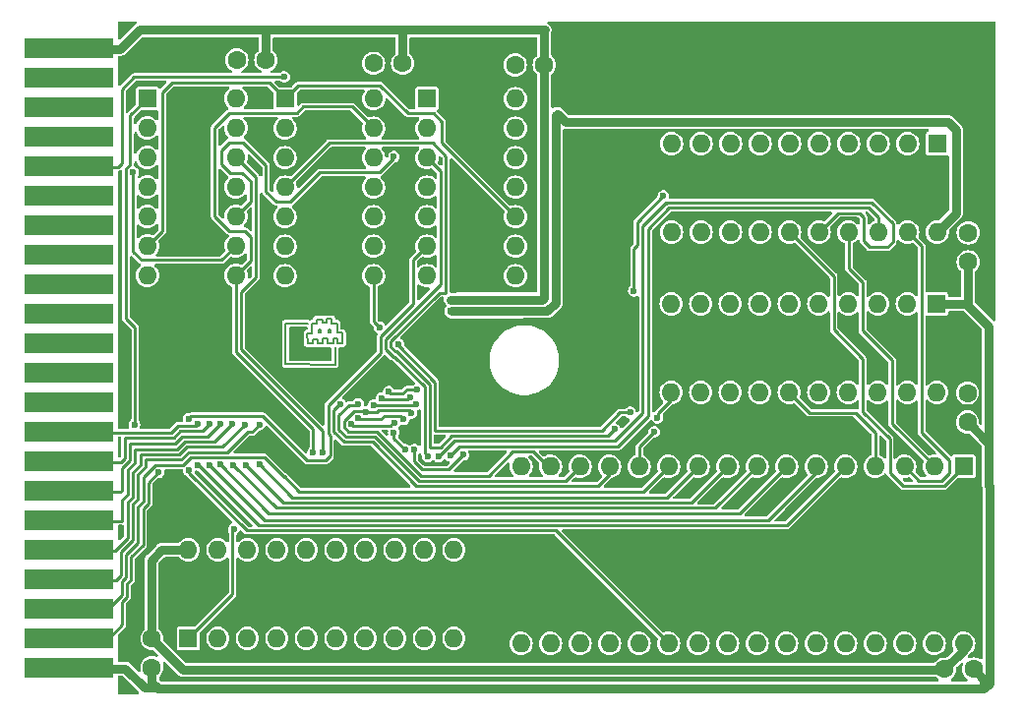
<source format=gbr>
%TF.GenerationSoftware,KiCad,Pcbnew,8.0.2*%
%TF.CreationDate,2024-05-01T18:58:10+02:00*%
%TF.ProjectId,OpenC64Cart,4f70656e-4336-4344-9361-72742e6b6963,2*%
%TF.SameCoordinates,Original*%
%TF.FileFunction,Copper,L2,Bot*%
%TF.FilePolarity,Positive*%
%FSLAX46Y46*%
G04 Gerber Fmt 4.6, Leading zero omitted, Abs format (unit mm)*
G04 Created by KiCad (PCBNEW 8.0.2) date 2024-05-01 18:58:10*
%MOMM*%
%LPD*%
G01*
G04 APERTURE LIST*
%TA.AperFunction,NonConductor*%
%ADD10C,0.200000*%
%TD*%
%TA.AperFunction,ConnectorPad*%
%ADD11R,7.620000X1.780000*%
%TD*%
%TA.AperFunction,ComponentPad*%
%ADD12C,1.600000*%
%TD*%
%TA.AperFunction,ComponentPad*%
%ADD13R,1.600000X1.600000*%
%TD*%
%TA.AperFunction,ComponentPad*%
%ADD14O,1.600000X1.600000*%
%TD*%
%TA.AperFunction,ViaPad*%
%ADD15C,0.600000*%
%TD*%
%TA.AperFunction,Conductor*%
%ADD16C,0.250000*%
%TD*%
%TA.AperFunction,Conductor*%
%ADD17C,0.800000*%
%TD*%
G04 APERTURE END LIST*
D10*
X129120000Y-86280000D02*
X128920000Y-86280000D01*
X128920000Y-86500000D01*
X129120000Y-86500000D01*
X129120000Y-86280000D01*
X129990000Y-86290000D02*
X129790000Y-86290000D01*
X129790000Y-86530000D01*
X129990000Y-86530000D01*
X129990000Y-86290000D01*
X130560000Y-87480000D02*
X130550000Y-87040000D01*
X131010000Y-87480000D02*
X130560000Y-87480000D01*
X130980000Y-86560000D02*
X131010000Y-87480000D01*
X130550000Y-86560000D02*
X130980000Y-86560000D01*
X130530000Y-85730000D02*
X130550000Y-86560000D01*
X130090000Y-85730000D02*
X130530000Y-85730000D01*
X130090000Y-85360000D02*
X130090000Y-85730000D01*
X129600000Y-85360000D02*
X130090000Y-85360000D01*
X129600000Y-85710000D02*
X129600000Y-85360000D01*
X129250000Y-85710000D02*
X129600000Y-85710000D01*
X129250000Y-85380000D02*
X129250000Y-85710000D01*
X128740000Y-85380000D02*
X129250000Y-85380000D01*
X128740000Y-85730000D02*
X128740000Y-85380000D01*
X128360000Y-85730000D02*
X128740000Y-85730000D01*
X128360000Y-86580000D02*
X128360000Y-85730000D01*
X127960000Y-86580000D02*
X128360000Y-86580000D01*
X127980000Y-87480000D02*
X127960000Y-86580000D01*
X128460000Y-87480000D02*
X127980000Y-87480000D01*
X128450000Y-87070000D02*
X128460000Y-87480000D01*
X128830000Y-87070000D02*
X128450000Y-87070000D01*
X128830000Y-87480000D02*
X128830000Y-87070000D01*
X129310000Y-87480000D02*
X128830000Y-87480000D01*
X129310000Y-87060000D02*
X129310000Y-87480000D01*
X129690000Y-87060000D02*
X129310000Y-87060000D01*
X129690000Y-87480000D02*
X129690000Y-87060000D01*
X130180000Y-87480000D02*
X129690000Y-87480000D01*
X130180000Y-87040000D02*
X130180000Y-87480000D01*
X130550000Y-87040000D02*
X130180000Y-87040000D01*
X126090000Y-85730000D02*
X128010000Y-85730000D01*
X126080000Y-89270000D02*
X126090000Y-85730000D01*
X130350000Y-89290000D02*
X126080000Y-89270000D01*
X130350000Y-87790000D02*
X130350000Y-89290000D01*
D11*
%TO.P,CN1,A,GND*%
%TO.N,GND*%
X107430000Y-62070000D03*
%TO.P,CN1,B,~{ROMH}*%
%TO.N,unconnected-(CN1-~{ROMH}-PadB)*%
X107430000Y-64610000D03*
%TO.P,CN1,C,~{RESET}*%
%TO.N,unconnected-(CN1-~{RESET}-PadC)*%
X107430000Y-67150000D03*
%TO.P,CN1,D,~{NMI}*%
%TO.N,unconnected-(CN1-~{NMI}-PadD)*%
X107430000Y-69690000D03*
%TO.P,CN1,E,PHI2*%
%TO.N,PHI*%
X107430000Y-72230000D03*
%TO.P,CN1,F,A15*%
%TO.N,unconnected-(CN1-A15-PadF)*%
X107430000Y-74770000D03*
%TO.P,CN1,H,A14*%
%TO.N,unconnected-(CN1-A14-PadH)*%
X107430000Y-77310000D03*
%TO.P,CN1,J,A13*%
%TO.N,unconnected-(CN1-A13-PadJ)*%
X107430000Y-79850000D03*
%TO.P,CN1,K,A12*%
%TO.N,unconnected-(CN1-A12-PadK)*%
X107430000Y-82390000D03*
%TO.P,CN1,L,A11*%
%TO.N,unconnected-(CN1-A11-PadL)*%
X107430000Y-84930000D03*
%TO.P,CN1,M,A10*%
%TO.N,unconnected-(CN1-A10-PadM)*%
X107430000Y-87470000D03*
%TO.P,CN1,N,A9*%
%TO.N,unconnected-(CN1-A9-PadN)*%
X107430000Y-90010000D03*
%TO.P,CN1,P,A8*%
%TO.N,unconnected-(CN1-A8-PadP)*%
X107430000Y-92550000D03*
%TO.P,CN1,R,A7*%
%TO.N,/A7*%
X107430000Y-95090000D03*
%TO.P,CN1,S,A6*%
%TO.N,/A6*%
X107430000Y-97630000D03*
%TO.P,CN1,T,A5*%
%TO.N,/A5*%
X107430000Y-100170000D03*
%TO.P,CN1,U,A4*%
%TO.N,/A4*%
X107430000Y-102710000D03*
%TO.P,CN1,V,A3*%
%TO.N,/A3*%
X107430000Y-105250000D03*
%TO.P,CN1,W,A2*%
%TO.N,/A2*%
X107430000Y-107790000D03*
%TO.P,CN1,X,A1*%
%TO.N,/A1*%
X107430000Y-110330000D03*
%TO.P,CN1,Y,A0*%
%TO.N,A0*%
X107430000Y-112870000D03*
%TO.P,CN1,Z,GND*%
%TO.N,GND*%
X107430000Y-115410000D03*
%TD*%
D12*
%TO.P,C1,1*%
%TO.N,GND*%
X184860000Y-80440000D03*
%TO.P,C1,2*%
%TO.N,+5V*%
X184860000Y-77940000D03*
%TD*%
%TO.P,C7,1*%
%TO.N,GND*%
X185340000Y-115500000D03*
%TO.P,C7,2*%
%TO.N,+5V*%
X182840000Y-115500000D03*
%TD*%
D13*
%TO.P,SRAM1,1,A18*%
%TO.N,/A18*%
X184470000Y-98045000D03*
D14*
%TO.P,SRAM1,2,A16*%
%TO.N,/A16*%
X181930000Y-98045000D03*
%TO.P,SRAM1,3,A14*%
%TO.N,/A14*%
X179390000Y-98045000D03*
%TO.P,SRAM1,4,A12*%
%TO.N,/A12*%
X176850000Y-98045000D03*
%TO.P,SRAM1,5,A7*%
%TO.N,/A7*%
X174310000Y-98045000D03*
%TO.P,SRAM1,6,A6*%
%TO.N,/A6*%
X171770000Y-98045000D03*
%TO.P,SRAM1,7,A5*%
%TO.N,/A5*%
X169230000Y-98045000D03*
%TO.P,SRAM1,8,A4*%
%TO.N,/A4*%
X166690000Y-98045000D03*
%TO.P,SRAM1,9,A3*%
%TO.N,/A3*%
X164150000Y-98045000D03*
%TO.P,SRAM1,10,A2*%
%TO.N,/A2*%
X161610000Y-98045000D03*
%TO.P,SRAM1,11,A1*%
%TO.N,/A1*%
X159070000Y-98045000D03*
%TO.P,SRAM1,12,A0*%
%TO.N,A0 Buffered*%
X156530000Y-98045000D03*
%TO.P,SRAM1,13,I/O0*%
%TO.N,/D0*%
X153990000Y-98045000D03*
%TO.P,SRAM1,14,I/O1*%
%TO.N,/D1*%
X151450000Y-98045000D03*
%TO.P,SRAM1,15,I/O2*%
%TO.N,/D2*%
X148910000Y-98045000D03*
%TO.P,SRAM1,16,VSS*%
%TO.N,GND*%
X146370000Y-98045000D03*
%TO.P,SRAM1,17,I/O3*%
%TO.N,/D3*%
X146370000Y-113285000D03*
%TO.P,SRAM1,18,I/O4*%
%TO.N,/D4*%
X148910000Y-113285000D03*
%TO.P,SRAM1,19,I/O5*%
%TO.N,/D5*%
X151450000Y-113285000D03*
%TO.P,SRAM1,20,I/O6*%
%TO.N,/D6*%
X153990000Y-113285000D03*
%TO.P,SRAM1,21,I/O7*%
%TO.N,/D7*%
X156530000Y-113285000D03*
%TO.P,SRAM1,22,~{CS}*%
%TO.N,~{CS} SRAM*%
X159070000Y-113285000D03*
%TO.P,SRAM1,23,A10*%
%TO.N,/A10*%
X161610000Y-113285000D03*
%TO.P,SRAM1,24,~{OE}*%
%TO.N,GND*%
X164150000Y-113285000D03*
%TO.P,SRAM1,25,A11*%
%TO.N,/A11*%
X166690000Y-113285000D03*
%TO.P,SRAM1,26,A9*%
%TO.N,/A9*%
X169230000Y-113285000D03*
%TO.P,SRAM1,27,A8*%
%TO.N,/A8*%
X171770000Y-113285000D03*
%TO.P,SRAM1,28,A13*%
%TO.N,/A13*%
X174310000Y-113285000D03*
%TO.P,SRAM1,29,~{WE}*%
%TO.N,~{WE} SRAM*%
X176850000Y-113285000D03*
%TO.P,SRAM1,30,A17*%
%TO.N,/A17*%
X179390000Y-113285000D03*
%TO.P,SRAM1,31,A15*%
%TO.N,/A15*%
X181930000Y-113285000D03*
%TO.P,SRAM1,32,VCC*%
%TO.N,+5V*%
X184470000Y-113285000D03*
%TD*%
D12*
%TO.P,C2,1*%
%TO.N,GND*%
X124400000Y-63070000D03*
%TO.P,C2,2*%
%TO.N,+5V*%
X121900000Y-63070000D03*
%TD*%
D13*
%TO.P,U1,1*%
%TO.N,A0*%
X114210000Y-66370000D03*
D14*
%TO.P,U1,2*%
%TO.N,Net-(U1-Pad2)*%
X114210000Y-68910000D03*
%TO.P,U1,3*%
X114210000Y-71450000D03*
%TO.P,U1,4*%
%TO.N,A0 Buffered*%
X114210000Y-73990000D03*
%TO.P,U1,5*%
%TO.N,~{IO2}*%
X114210000Y-76530000D03*
%TO.P,U1,6*%
%TO.N,Net-(U1-Pad6)*%
X114210000Y-79070000D03*
%TO.P,U1,7,GND*%
%TO.N,GND*%
X114210000Y-81610000D03*
%TO.P,U1,8*%
%TO.N,DIR bus trasceinver*%
X121830000Y-81610000D03*
%TO.P,U1,9*%
%TO.N,R~{W}*%
X121830000Y-79070000D03*
%TO.P,U1,10*%
%TO.N,Net-(U1-Pad10)*%
X121830000Y-76530000D03*
%TO.P,U1,11*%
%TO.N,~{IO1}*%
X121830000Y-73990000D03*
%TO.P,U1,12*%
%TO.N,~{OE} bus transceiver*%
X121830000Y-71450000D03*
%TO.P,U1,13*%
%TO.N,Net-(U1-Pad13)*%
X121830000Y-68910000D03*
%TO.P,U1,14,VCC*%
%TO.N,+5V*%
X121830000Y-66370000D03*
%TD*%
D13*
%TO.P,U4,1,OE*%
%TO.N,GND*%
X182150000Y-84060000D03*
D14*
%TO.P,U4,2,D0*%
%TO.N,/D0*%
X179610000Y-84060000D03*
%TO.P,U4,3,D1*%
%TO.N,/D1*%
X177070000Y-84060000D03*
%TO.P,U4,4,D2*%
%TO.N,/D2*%
X174530000Y-84060000D03*
%TO.P,U4,5,D3*%
%TO.N,/D3*%
X171990000Y-84060000D03*
%TO.P,U4,6,D4*%
%TO.N,/D4*%
X169450000Y-84060000D03*
%TO.P,U4,7,D5*%
%TO.N,/D5*%
X166910000Y-84060000D03*
%TO.P,U4,8,D6*%
%TO.N,unconnected-(U4-D6-Pad8)*%
X164370000Y-84060000D03*
%TO.P,U4,9,D7*%
%TO.N,unconnected-(U4-D7-Pad9)*%
X161830000Y-84060000D03*
%TO.P,U4,10,GND*%
%TO.N,GND*%
X159290000Y-84060000D03*
%TO.P,U4,11,Load*%
%TO.N,LATCH1 @ DFFE*%
X159290000Y-91680000D03*
%TO.P,U4,12,Q7*%
%TO.N,unconnected-(U4-Q7-Pad12)*%
X161830000Y-91680000D03*
%TO.P,U4,13,Q6*%
%TO.N,unconnected-(U4-Q6-Pad13)*%
X164370000Y-91680000D03*
%TO.P,U4,14,Q5*%
%TO.N,/A13*%
X166910000Y-91680000D03*
%TO.P,U4,15,Q4*%
%TO.N,/A12*%
X169450000Y-91680000D03*
%TO.P,U4,16,Q3*%
%TO.N,/A11*%
X171990000Y-91680000D03*
%TO.P,U4,17,Q2*%
%TO.N,/A10*%
X174530000Y-91680000D03*
%TO.P,U4,18,Q1*%
%TO.N,/A9*%
X177070000Y-91680000D03*
%TO.P,U4,19,Q0*%
%TO.N,/A8*%
X179610000Y-91680000D03*
%TO.P,U4,20,VCC*%
%TO.N,+5V*%
X182150000Y-91680000D03*
%TD*%
D12*
%TO.P,C3,1*%
%TO.N,GND*%
X114600000Y-115370000D03*
%TO.P,C3,2*%
%TO.N,+5V*%
X114600000Y-112870000D03*
%TD*%
%TO.P,C4,1*%
%TO.N,GND*%
X184790000Y-94230000D03*
%TO.P,C4,2*%
%TO.N,+5V*%
X184790000Y-91730000D03*
%TD*%
%TO.P,C5,1*%
%TO.N,GND*%
X148370000Y-63490000D03*
%TO.P,C5,2*%
%TO.N,+5V*%
X145870000Y-63490000D03*
%TD*%
D13*
%TO.P,U2,1*%
%TO.N,Net-(U1-Pad6)*%
X126060000Y-66400000D03*
D14*
%TO.P,U2,2*%
%TO.N,Net-(U2-Pad11)*%
X126060000Y-68940000D03*
%TO.P,U2,3*%
%TO.N,Net-(U2-Pad3)*%
X126060000Y-71480000D03*
%TO.P,U2,4*%
%TO.N,A0 Buffered*%
X126060000Y-74020000D03*
%TO.P,U2,5*%
%TO.N,Net-(U2-Pad3)*%
X126060000Y-76560000D03*
%TO.P,U2,6*%
%TO.N,LATCH2 @ DFFF*%
X126060000Y-79100000D03*
%TO.P,U2,7,GND*%
%TO.N,GND*%
X126060000Y-81640000D03*
%TO.P,U2,8*%
%TO.N,LATCH1 @ DFFE*%
X133680000Y-81640000D03*
%TO.P,U2,9*%
%TO.N,Net-(U2-Pad3)*%
X133680000Y-79100000D03*
%TO.P,U2,10*%
%TO.N,Net-(U1-Pad2)*%
X133680000Y-76560000D03*
%TO.P,U2,11*%
%TO.N,Net-(U2-Pad11)*%
X133680000Y-74020000D03*
%TO.P,U2,12*%
%TO.N,PHI*%
X133680000Y-71480000D03*
%TO.P,U2,13*%
%TO.N,DIR bus trasceinver*%
X133680000Y-68940000D03*
%TO.P,U2,14,VCC*%
%TO.N,+5V*%
X133680000Y-66400000D03*
%TD*%
D13*
%TO.P,U6,1,A->B*%
%TO.N,DIR bus trasceinver*%
X117730000Y-112850000D03*
D14*
%TO.P,U6,2,A0*%
%TO.N,/C64DATA0*%
X120270000Y-112850000D03*
%TO.P,U6,3,A1*%
%TO.N,/C64DATA1*%
X122810000Y-112850000D03*
%TO.P,U6,4,A2*%
%TO.N,/C64DATA2*%
X125350000Y-112850000D03*
%TO.P,U6,5,A3*%
%TO.N,/C64DATA3*%
X127890000Y-112850000D03*
%TO.P,U6,6,A4*%
%TO.N,/C64DATA4*%
X130430000Y-112850000D03*
%TO.P,U6,7,A5*%
%TO.N,/C64DATA5*%
X132970000Y-112850000D03*
%TO.P,U6,8,A6*%
%TO.N,/C64DATA6*%
X135510000Y-112850000D03*
%TO.P,U6,9,A7*%
%TO.N,/C64DATA7*%
X138050000Y-112850000D03*
%TO.P,U6,10,GND*%
%TO.N,GND*%
X140590000Y-112850000D03*
%TO.P,U6,11,B7*%
%TO.N,/D7*%
X140590000Y-105230000D03*
%TO.P,U6,12,B6*%
%TO.N,/D6*%
X138050000Y-105230000D03*
%TO.P,U6,13,B5*%
%TO.N,/D5*%
X135510000Y-105230000D03*
%TO.P,U6,14,B4*%
%TO.N,/D4*%
X132970000Y-105230000D03*
%TO.P,U6,15,B3*%
%TO.N,/D3*%
X130430000Y-105230000D03*
%TO.P,U6,16,B2*%
%TO.N,/D2*%
X127890000Y-105230000D03*
%TO.P,U6,17,B1*%
%TO.N,/D1*%
X125350000Y-105230000D03*
%TO.P,U6,18,B0*%
%TO.N,/D0*%
X122810000Y-105230000D03*
%TO.P,U6,19,CE*%
%TO.N,~{OE} bus transceiver*%
X120270000Y-105230000D03*
%TO.P,U6,20,VCC*%
%TO.N,+5V*%
X117730000Y-105230000D03*
%TD*%
D12*
%TO.P,C6,1*%
%TO.N,GND*%
X136170000Y-63360000D03*
%TO.P,C6,2*%
%TO.N,+5V*%
X133670000Y-63360000D03*
%TD*%
D13*
%TO.P,U3,1*%
%TO.N,Net-(U2-Pad11)*%
X138270000Y-66390000D03*
D14*
%TO.P,U3,2*%
%TO.N,Net-(U1-Pad10)*%
X138270000Y-68930000D03*
%TO.P,U3,3*%
%TO.N,~{WE} SRAM*%
X138270000Y-71470000D03*
%TO.P,U3,4*%
%TO.N,Net-(U1-Pad10)*%
X138270000Y-74010000D03*
%TO.P,U3,5*%
X138270000Y-76550000D03*
%TO.P,U3,6*%
%TO.N,~{CS} SRAM*%
X138270000Y-79090000D03*
%TO.P,U3,7,GND*%
%TO.N,GND*%
X138270000Y-81630000D03*
%TO.P,U3,8*%
%TO.N,Net-(U3-Pad13)*%
X145890000Y-81630000D03*
%TO.P,U3,9*%
%TO.N,Net-(U1-Pad6)*%
X145890000Y-79090000D03*
%TO.P,U3,10*%
X145890000Y-76550000D03*
%TO.P,U3,11*%
%TO.N,Net-(U1-Pad13)*%
X145890000Y-74010000D03*
%TO.P,U3,12*%
%TO.N,~{CS} SRAM*%
X145890000Y-71470000D03*
%TO.P,U3,13*%
%TO.N,Net-(U3-Pad13)*%
X145890000Y-68930000D03*
%TO.P,U3,14,VCC*%
%TO.N,+5V*%
X145890000Y-66390000D03*
%TD*%
D13*
%TO.P,U5,1,OE*%
%TO.N,GND*%
X182190000Y-70260000D03*
D14*
%TO.P,U5,2,D0*%
%TO.N,/D0*%
X179650000Y-70260000D03*
%TO.P,U5,3,D1*%
%TO.N,/D1*%
X177110000Y-70260000D03*
%TO.P,U5,4,D2*%
%TO.N,/D2*%
X174570000Y-70260000D03*
%TO.P,U5,5,D3*%
%TO.N,/D3*%
X172030000Y-70260000D03*
%TO.P,U5,6,D4*%
%TO.N,/D4*%
X169490000Y-70260000D03*
%TO.P,U5,7,D5*%
%TO.N,unconnected-(U5-D5-Pad7)*%
X166950000Y-70260000D03*
%TO.P,U5,8,D6*%
%TO.N,unconnected-(U5-D6-Pad8)*%
X164410000Y-70260000D03*
%TO.P,U5,9,D7*%
%TO.N,unconnected-(U5-D7-Pad9)*%
X161870000Y-70260000D03*
%TO.P,U5,10,GND*%
%TO.N,GND*%
X159330000Y-70260000D03*
%TO.P,U5,11,Load*%
%TO.N,LATCH2 @ DFFF*%
X159330000Y-77880000D03*
%TO.P,U5,12,Q7*%
%TO.N,unconnected-(U5-Q7-Pad12)*%
X161870000Y-77880000D03*
%TO.P,U5,13,Q6*%
%TO.N,unconnected-(U5-Q6-Pad13)*%
X164410000Y-77880000D03*
%TO.P,U5,14,Q5*%
%TO.N,unconnected-(U5-Q5-Pad14)*%
X166950000Y-77880000D03*
%TO.P,U5,15,Q4*%
%TO.N,/A18*%
X169490000Y-77880000D03*
%TO.P,U5,16,Q3*%
%TO.N,/A17*%
X172030000Y-77880000D03*
%TO.P,U5,17,Q2*%
%TO.N,/A16*%
X174570000Y-77880000D03*
%TO.P,U5,18,Q1*%
%TO.N,/A15*%
X177110000Y-77880000D03*
%TO.P,U5,19,Q0*%
%TO.N,/A14*%
X179650000Y-77880000D03*
%TO.P,U5,20,VCC*%
%TO.N,+5V*%
X182190000Y-77880000D03*
%TD*%
D15*
%TO.N,GND*%
X112110000Y-61870000D03*
X112293400Y-115443000D03*
X186650000Y-99700000D03*
X140333000Y-83693000D03*
%TO.N,+5V*%
X140333000Y-84693000D03*
X149490000Y-67690000D03*
%TO.N,/A7*%
X118570000Y-97930000D03*
X118535000Y-94365000D03*
%TO.N,/A6*%
X119580000Y-97940000D03*
X119570000Y-94370000D03*
%TO.N,/A5*%
X120470000Y-97890000D03*
X120485000Y-94405000D03*
%TO.N,/A4*%
X121575000Y-97915000D03*
X121520000Y-94410000D03*
%TO.N,/A3*%
X122590000Y-94450000D03*
X122705000Y-97945000D03*
%TO.N,/A2*%
X123855000Y-97905000D03*
X123835000Y-94475000D03*
%TO.N,A0 Buffered*%
X157835000Y-95075000D03*
X154400000Y-94850000D03*
%TO.N,/D0*%
X131744855Y-94420687D03*
X130773411Y-92663411D03*
X135444516Y-94317791D03*
%TO.N,/D1*%
X132360000Y-93910000D03*
X132354678Y-92660500D03*
X136260000Y-94005500D03*
%TO.N,/D2*%
X133040000Y-93370000D03*
X136915330Y-93454675D03*
%TO.N,/D3*%
X137342845Y-92690000D03*
X133670000Y-92780000D03*
%TO.N,/D4*%
X136790000Y-92065500D03*
X134370000Y-92160000D03*
%TO.N,/D5*%
X134990000Y-91620000D03*
X137449474Y-91441000D03*
%TO.N,~{CS} SRAM*%
X117760000Y-93930000D03*
X117780000Y-98410000D03*
%TO.N,/A9*%
X136399675Y-96621975D03*
X135414292Y-95116722D03*
%TO.N,/A8*%
X141400000Y-97060000D03*
X137198986Y-96604500D03*
%TO.N,~{WE} SRAM*%
X138350000Y-97200000D03*
%TO.N,/A17*%
X139270000Y-97210000D03*
%TO.N,/A15*%
X140280000Y-97110000D03*
%TO.N,A0*%
X113080800Y-94437200D03*
X115182300Y-98552500D03*
%TO.N,DIR bus trasceinver*%
X121630000Y-103440000D03*
X128480000Y-96830000D03*
%TO.N,R~{W}*%
X112990000Y-72750000D03*
%TO.N,Net-(U1-Pad10)*%
X135423411Y-71393411D03*
%TO.N,~{OE} bus transceiver*%
X129311589Y-96881589D03*
%TO.N,LATCH2 @ DFFF*%
X158620000Y-74780000D03*
X156080000Y-82940000D03*
%TO.N,LATCH1 @ DFFE*%
X135796589Y-87526589D03*
X155760000Y-93410000D03*
X134197015Y-86087015D03*
X158110000Y-93870000D03*
%TO.N,PHI*%
X125970000Y-64510000D03*
%TD*%
D16*
%TO.N,/A7*%
X116277000Y-95123000D02*
X107337000Y-95123000D01*
X107337000Y-95123000D02*
X107310000Y-95150000D01*
X116835800Y-94564200D02*
X118335800Y-94564200D01*
X116277000Y-95123000D02*
X116835800Y-94564200D01*
X118335800Y-94564200D02*
X118535000Y-94365000D01*
D17*
%TO.N,GND*%
X140860000Y-83690000D02*
X140856999Y-83693001D01*
X186210000Y-116370000D02*
X186210000Y-117160000D01*
X115059400Y-117119400D02*
X113969800Y-117119400D01*
X113969800Y-117119400D02*
X112293400Y-115443000D01*
X115100000Y-117160000D02*
X186210000Y-117160000D01*
X124327400Y-60477400D02*
X136372600Y-60477400D01*
X186650000Y-96790000D02*
X186650000Y-86010000D01*
X140856999Y-83693001D02*
X140333000Y-83693000D01*
X124400000Y-60550000D02*
X124327400Y-60477400D01*
X184790000Y-94230000D02*
X186650000Y-96090000D01*
X136170000Y-60680000D02*
X136372600Y-60477400D01*
X184860000Y-84220000D02*
X184700000Y-84060000D01*
X148370000Y-63490000D02*
X148370000Y-83530000D01*
X115059400Y-117119400D02*
X115100000Y-117160000D01*
X136372600Y-60477400D02*
X148387400Y-60477400D01*
X136170000Y-63360000D02*
X136170000Y-60680000D01*
X114600000Y-115370000D02*
X114600000Y-116660000D01*
X186210000Y-117160000D02*
X186660000Y-116710000D01*
X113502600Y-60477400D02*
X124327400Y-60477400D01*
X186660000Y-116710000D02*
X186660000Y-99710000D01*
X186660000Y-99710000D02*
X186650000Y-99700000D01*
X186650000Y-99700000D02*
X186650000Y-96790000D01*
X148210000Y-83690000D02*
X140860000Y-83690000D01*
X184700000Y-84060000D02*
X182150000Y-84060000D01*
X124400000Y-63070000D02*
X124400000Y-60550000D01*
X184860000Y-84220000D02*
X186650000Y-86010000D01*
X184860000Y-80440000D02*
X184860000Y-84220000D01*
X186650000Y-96090000D02*
X186650000Y-96790000D01*
X185340000Y-115500000D02*
X186210000Y-116370000D01*
X148370000Y-83530000D02*
X148210000Y-83690000D01*
X111877000Y-62103000D02*
X107594400Y-62103000D01*
X148370000Y-60560000D02*
X148370000Y-63490000D01*
X112110000Y-61870000D02*
X113502600Y-60477400D01*
X114600000Y-116660000D02*
X115059400Y-117119400D01*
X112110000Y-61870000D02*
X111877000Y-62103000D01*
%TO.N,+5V*%
X183790000Y-76280000D02*
X182190000Y-77880000D01*
X183790000Y-69060000D02*
X183790000Y-76280000D01*
X149490000Y-67690000D02*
X149370000Y-67810000D01*
X148624214Y-84690000D02*
X146470528Y-84690000D01*
X149370000Y-83944214D02*
X148624214Y-84690000D01*
X114550000Y-106120000D02*
X114550000Y-112840000D01*
X182810000Y-115530000D02*
X182840000Y-115500000D01*
X149490000Y-67690000D02*
X150210000Y-68410000D01*
X183140000Y-68410000D02*
X183790000Y-69060000D01*
X117730000Y-105230000D02*
X115440000Y-105230000D01*
X146470528Y-84690000D02*
X146467527Y-84693001D01*
X150210000Y-68410000D02*
X171680000Y-68410000D01*
X149370000Y-67810000D02*
X149370000Y-83944214D01*
X114550000Y-112840000D02*
X117240000Y-115530000D01*
X184470000Y-113870000D02*
X182840000Y-115500000D01*
X117240000Y-115530000D02*
X182810000Y-115530000D01*
X115440000Y-105230000D02*
X114550000Y-106120000D01*
X146467527Y-84693001D02*
X140370000Y-84693001D01*
X170850000Y-68410000D02*
X183140000Y-68410000D01*
X184470000Y-113285000D02*
X184470000Y-113870000D01*
D16*
%TO.N,/A18*%
X178110000Y-95700000D02*
X178110000Y-98590000D01*
X175800000Y-88820000D02*
X175800000Y-93390000D01*
X178110000Y-98590000D02*
X179250000Y-99730000D01*
X173280000Y-86300000D02*
X175800000Y-88820000D01*
X169490000Y-77880000D02*
X173280000Y-81670000D01*
X179250000Y-99730000D02*
X182785000Y-99730000D01*
X175800000Y-93390000D02*
X178110000Y-95700000D01*
X173280000Y-81670000D02*
X173280000Y-86300000D01*
X182785000Y-99730000D02*
X184470000Y-98045000D01*
%TO.N,/A16*%
X174570000Y-77880000D02*
X174570000Y-80990000D01*
X175770000Y-82190000D02*
X175770000Y-86390000D01*
X178310000Y-94370000D02*
X181930000Y-97990000D01*
X174570000Y-80990000D02*
X175770000Y-82190000D01*
X181930000Y-97990000D02*
X181930000Y-98045000D01*
X178310000Y-88930000D02*
X178310000Y-94370000D01*
X175770000Y-86390000D02*
X178310000Y-88930000D01*
%TO.N,/A14*%
X180850000Y-95140000D02*
X183210000Y-97500000D01*
X183210000Y-98610000D02*
X182540000Y-99280000D01*
X180625000Y-99280000D02*
X179390000Y-98045000D01*
X183210000Y-97500000D02*
X183210000Y-98610000D01*
X179650000Y-77880000D02*
X180850000Y-79080000D01*
X182540000Y-99280000D02*
X180625000Y-99280000D01*
X180850000Y-79080000D02*
X180850000Y-95140000D01*
%TO.N,/A12*%
X171190000Y-93420000D02*
X175150000Y-93420000D01*
X176850000Y-95120000D02*
X176850000Y-98045000D01*
X175150000Y-93420000D02*
X176850000Y-95120000D01*
X169450000Y-91680000D02*
X171190000Y-93420000D01*
%TO.N,/A7*%
X118580000Y-97930000D02*
X123770000Y-103120000D01*
X169235000Y-103120000D02*
X174310000Y-98045000D01*
X123770000Y-103120000D02*
X169235000Y-103120000D01*
%TO.N,/A6*%
X112242600Y-97358200D02*
X111937800Y-97663000D01*
X118925800Y-95014200D02*
X117022196Y-95014200D01*
X111937800Y-97663000D02*
X107492800Y-97663000D01*
X117022196Y-95014200D02*
X116463396Y-95573000D01*
X167680000Y-102650000D02*
X172285000Y-98045000D01*
X112242600Y-95573000D02*
X112242600Y-97358200D01*
X124290000Y-102650000D02*
X167680000Y-102650000D01*
X116463396Y-95573000D02*
X112242600Y-95573000D01*
X119570000Y-94370000D02*
X118925800Y-95014200D01*
X119580000Y-97940000D02*
X124290000Y-102650000D01*
%TO.N,/A5*%
X120470000Y-97890000D02*
X124660000Y-102080000D01*
X124660000Y-102080000D02*
X165195000Y-102080000D01*
X107492800Y-100203000D02*
X111937800Y-100203000D01*
X112692600Y-97544596D02*
X112692600Y-96088200D01*
X112040000Y-100100800D02*
X112040000Y-98197196D01*
X110032800Y-100203000D02*
X110364800Y-100203000D01*
X117208592Y-95464200D02*
X119425800Y-95464200D01*
X112692600Y-96088200D02*
X116584592Y-96088200D01*
X112040000Y-98197196D02*
X112692600Y-97544596D01*
X111937800Y-100203000D02*
X112040000Y-100100800D01*
X116584592Y-96088200D02*
X117208592Y-95464200D01*
X119425800Y-95464200D02*
X120485000Y-94405000D01*
X165195000Y-102080000D02*
X169230000Y-98045000D01*
%TO.N,/A4*%
X121575000Y-97915000D02*
X125290000Y-101630000D01*
X113142600Y-96571200D02*
X113142600Y-97600592D01*
X112500000Y-100490000D02*
X112500000Y-98373592D01*
X120015800Y-95914200D02*
X117394988Y-95914200D01*
X163105000Y-101630000D02*
X166690000Y-98045000D01*
X112040000Y-102740000D02*
X112040000Y-100950000D01*
X125290000Y-101630000D02*
X163105000Y-101630000D01*
X112500000Y-98373592D02*
X113142600Y-97730992D01*
X116737988Y-96571200D02*
X113142600Y-96571200D01*
X121520000Y-94410000D02*
X120015800Y-95914200D01*
X112037000Y-102743000D02*
X112040000Y-102740000D01*
X107594400Y-102743000D02*
X112037000Y-102743000D01*
X112040000Y-100950000D02*
X112500000Y-100490000D01*
X117394988Y-95914200D02*
X116737988Y-96571200D01*
%TO.N,/A3*%
X112950000Y-98559988D02*
X112950000Y-100676396D01*
X120675800Y-96364200D02*
X117581384Y-96364200D01*
X115366800Y-97028000D02*
X113592600Y-97028000D01*
X161015000Y-101180000D02*
X164150000Y-98045000D01*
X125940000Y-101180000D02*
X161015000Y-101180000D01*
X113592600Y-97917388D02*
X112950000Y-98559988D01*
X112490000Y-101136396D02*
X112490000Y-104230000D01*
X122705000Y-97945000D02*
X125940000Y-101180000D01*
X115373600Y-97021200D02*
X115366800Y-97028000D01*
X117581384Y-96364200D02*
X116924384Y-97021200D01*
X112950000Y-100676396D02*
X112490000Y-101136396D01*
X112490000Y-104230000D02*
X111437000Y-105283000D01*
X111437000Y-105283000D02*
X107621074Y-105283000D01*
X113592600Y-97028000D02*
X113592600Y-97917388D01*
X116924384Y-97021200D02*
X115373600Y-97021200D01*
X122590000Y-94450000D02*
X120675800Y-96364200D01*
%TO.N,/A2*%
X111517000Y-107823000D02*
X107492800Y-107823000D01*
X126660000Y-100710000D02*
X158945000Y-100710000D01*
X111919400Y-105436996D02*
X111919400Y-107420600D01*
X123235000Y-95075000D02*
X123835000Y-94475000D01*
X122845000Y-95075000D02*
X123235000Y-95075000D01*
X111919400Y-107420600D02*
X111517000Y-107823000D01*
X117103980Y-97478000D02*
X114042600Y-97478000D01*
X114042600Y-98103784D02*
X113400000Y-98746384D01*
X113400000Y-100862792D02*
X112940000Y-101322792D01*
X122845000Y-95075000D02*
X121105800Y-96814200D01*
X158945000Y-100710000D02*
X161610000Y-98045000D01*
X117767780Y-96814200D02*
X117103980Y-97478000D01*
X121105800Y-96814200D02*
X117767780Y-96814200D01*
X113400000Y-98746384D02*
X113400000Y-100862792D01*
X114042600Y-97478000D02*
X114042600Y-98103784D01*
X112940000Y-101322792D02*
X112940000Y-104416396D01*
X123855000Y-97905000D02*
X126660000Y-100710000D01*
X112940000Y-104416396D02*
X111919400Y-105436996D01*
%TO.N,/A1*%
X110730800Y-110363000D02*
X107492800Y-110363000D01*
X113390000Y-101509188D02*
X113390000Y-104602792D01*
X117954176Y-97264200D02*
X117290376Y-97928000D01*
X112369400Y-105623392D02*
X112369400Y-107606996D01*
X117290376Y-97928000D02*
X114922916Y-97928000D01*
X159070000Y-98045000D02*
X156915000Y-100200000D01*
X124284200Y-97264200D02*
X117954176Y-97264200D01*
X127240000Y-100200000D02*
X125950000Y-98910000D01*
X113390000Y-104602792D02*
X112369400Y-105623392D01*
X114922916Y-97928000D02*
X113850000Y-99000916D01*
X112369400Y-107606996D02*
X112010000Y-107966396D01*
X156915000Y-100200000D02*
X127240000Y-100200000D01*
X112010000Y-109083800D02*
X110730800Y-110363000D01*
X112010000Y-107966396D02*
X112010000Y-109083800D01*
X113850000Y-101049188D02*
X113390000Y-101509188D01*
X125953000Y-98933000D02*
X124284200Y-97264200D01*
X113850000Y-99000916D02*
X113850000Y-101049188D01*
%TO.N,A0 Buffered*%
X140423604Y-95420000D02*
X153830000Y-95420000D01*
X139348599Y-83090695D02*
X135171589Y-87267705D01*
X135537705Y-88151589D02*
X135680343Y-88151589D01*
X135171589Y-87267705D02*
X135171589Y-87785473D01*
X139910000Y-71330000D02*
X139910000Y-83090695D01*
X138524474Y-96390000D02*
X139453604Y-96390000D01*
X129870000Y-70210000D02*
X138790000Y-70210000D01*
X135680343Y-88151589D02*
X138524474Y-90995720D01*
X139910000Y-83090695D02*
X139348599Y-83090695D01*
X126060000Y-74020000D02*
X129870000Y-70210000D01*
X138790000Y-70210000D02*
X139910000Y-71330000D01*
X135171589Y-87785473D02*
X135537705Y-88151589D01*
X153830000Y-95420000D02*
X154400000Y-94850000D01*
X156530000Y-96380000D02*
X157835000Y-95075000D01*
X139453604Y-96390000D02*
X140423604Y-95420000D01*
X138524474Y-90995720D02*
X138524474Y-96390000D01*
X156530000Y-98045000D02*
X156530000Y-96380000D01*
%TO.N,/D0*%
X153990000Y-98740000D02*
X153990000Y-98045000D01*
X130762705Y-92663411D02*
X130219855Y-93206261D01*
X131113179Y-95945687D02*
X133566499Y-95945687D01*
X130773411Y-92663411D02*
X130762705Y-92663411D01*
X135329339Y-94317791D02*
X135112130Y-94535000D01*
X135444516Y-94317791D02*
X135329339Y-94317791D01*
X133566499Y-95945687D02*
X137360812Y-99740000D01*
X130219855Y-95052363D02*
X131113179Y-95945687D01*
X130219855Y-93206261D02*
X130219855Y-95052363D01*
X135112130Y-94535000D02*
X131859168Y-94535000D01*
X131859168Y-94535000D02*
X131744855Y-94420687D01*
X152990000Y-99740000D02*
X153990000Y-98740000D01*
X137360812Y-99740000D02*
X152990000Y-99740000D01*
%TO.N,/D1*%
X133752895Y-95495687D02*
X137547208Y-99290000D01*
X134315000Y-93995000D02*
X132445000Y-93995000D01*
X132354678Y-92660500D02*
X132240178Y-92775000D01*
X132445000Y-93995000D02*
X132360000Y-93910000D01*
X130669855Y-94865967D02*
X131299575Y-95495687D01*
X135947291Y-93692791D02*
X134617209Y-93692791D01*
X131545000Y-92775000D02*
X130669855Y-93650145D01*
X136260000Y-94005500D02*
X135947291Y-93692791D01*
X150205000Y-99290000D02*
X151450000Y-98045000D01*
X132240178Y-92775000D02*
X131545000Y-92775000D01*
X130669855Y-93650145D02*
X130669855Y-94865967D01*
X131299575Y-95495687D02*
X133752895Y-95495687D01*
X134617209Y-93692791D02*
X134315000Y-93995000D01*
X137547208Y-99290000D02*
X150205000Y-99290000D01*
%TO.N,/D2*%
X131119855Y-94679571D02*
X131119855Y-94161803D01*
X137733604Y-98840000D02*
X133939291Y-95045687D01*
X134091093Y-93242791D02*
X133928884Y-93405000D01*
X131485971Y-95045687D02*
X131119855Y-94679571D01*
X148565000Y-97955000D02*
X147380000Y-96770000D01*
X143600000Y-98840000D02*
X137733604Y-98840000D01*
X136703446Y-93242791D02*
X134091093Y-93242791D01*
X131996658Y-93285000D02*
X132955000Y-93285000D01*
X147380000Y-96770000D02*
X145670000Y-96770000D01*
X136915330Y-93454675D02*
X136703446Y-93242791D01*
X145670000Y-96770000D02*
X143600000Y-98840000D01*
X132955000Y-93285000D02*
X133040000Y-93370000D01*
X131119855Y-94161803D02*
X131996658Y-93285000D01*
X133075000Y-93405000D02*
X133040000Y-93370000D01*
X133939291Y-95045687D02*
X131485971Y-95045687D01*
X133928884Y-93405000D02*
X133075000Y-93405000D01*
%TO.N,/D3*%
X137252845Y-92780000D02*
X134633884Y-92780000D01*
X137342845Y-92690000D02*
X137252845Y-92780000D01*
X134106116Y-92780000D02*
X133670000Y-92780000D01*
X134111116Y-92785000D02*
X134106116Y-92780000D01*
X134633884Y-92780000D02*
X134628884Y-92785000D01*
X134628884Y-92785000D02*
X134111116Y-92785000D01*
%TO.N,/D4*%
X134370000Y-92160000D02*
X134455000Y-92245000D01*
X136610500Y-92245000D02*
X136790000Y-92065500D01*
X134455000Y-92245000D02*
X136610500Y-92245000D01*
%TO.N,/D5*%
X136531116Y-91440500D02*
X136176616Y-91795000D01*
X137449474Y-91441000D02*
X137448974Y-91440500D01*
X136176616Y-91795000D02*
X135165000Y-91795000D01*
X135165000Y-91795000D02*
X134990000Y-91620000D01*
X137448974Y-91440500D02*
X136531116Y-91440500D01*
%TO.N,~{CS} SRAM*%
X124150000Y-93740000D02*
X127916589Y-97506589D01*
X122740000Y-103570000D02*
X149355000Y-103570000D01*
X117760000Y-93930000D02*
X117950000Y-93740000D01*
X129769855Y-95238759D02*
X129769855Y-92770145D01*
X134271589Y-86895619D02*
X137080000Y-84087208D01*
X117780000Y-98410000D02*
X117780000Y-98610000D01*
X129936589Y-97140473D02*
X129936589Y-95405493D01*
X149355000Y-103570000D02*
X159070000Y-113285000D01*
X117780000Y-98610000D02*
X122740000Y-103570000D01*
X129936589Y-95405493D02*
X129769855Y-95238759D01*
X134271589Y-88268411D02*
X134271589Y-86895619D01*
X127916589Y-97506589D02*
X129570473Y-97506589D01*
X129769855Y-92770145D02*
X134271589Y-88268411D01*
X137080000Y-80280000D02*
X138270000Y-79090000D01*
X137080000Y-84087208D02*
X137080000Y-80280000D01*
X117950000Y-93740000D02*
X124150000Y-93740000D01*
X129570473Y-97506589D02*
X129936589Y-97140473D01*
%TO.N,/A9*%
X135414292Y-95116722D02*
X135414292Y-95636592D01*
X135414292Y-95636592D02*
X136399675Y-96621975D01*
%TO.N,/A8*%
X140130000Y-98330000D02*
X141400000Y-97060000D01*
X137198986Y-96604500D02*
X137140000Y-96663486D01*
X137140000Y-97610000D02*
X137860000Y-98330000D01*
X137140000Y-96663486D02*
X137140000Y-97610000D01*
X137860000Y-98330000D02*
X140130000Y-98330000D01*
%TO.N,~{WE} SRAM*%
X139460000Y-82343604D02*
X139460000Y-72670000D01*
X135493947Y-88601589D02*
X135351309Y-88601589D01*
X138350000Y-97200000D02*
X138074474Y-96924474D01*
X138074474Y-91182116D02*
X135493947Y-88601589D01*
X134721589Y-87082015D02*
X139460000Y-82343604D01*
X138074474Y-96924474D02*
X138074474Y-91182116D01*
X135351309Y-88601589D02*
X134721589Y-87971869D01*
X138270000Y-71480000D02*
X138270000Y-71470000D01*
X139460000Y-72670000D02*
X138270000Y-71480000D01*
X134721589Y-87971869D02*
X134721589Y-87082015D01*
%TO.N,/A17*%
X176380000Y-79190000D02*
X177860000Y-79190000D01*
X156840000Y-77380000D02*
X156840000Y-93430000D01*
X158845000Y-75375000D02*
X156840000Y-77380000D01*
X154400000Y-95870000D02*
X140610000Y-95870000D01*
X158910000Y-75340000D02*
X158845000Y-75405000D01*
X173670000Y-76240000D02*
X175480000Y-76240000D01*
X140610000Y-95870000D02*
X139270000Y-97210000D01*
X175840000Y-78650000D02*
X176380000Y-79190000D01*
X156840000Y-93430000D02*
X154400000Y-95870000D01*
X177860000Y-79190000D02*
X178360000Y-78690000D01*
X175480000Y-76240000D02*
X175840000Y-76600000D01*
X176560990Y-75340000D02*
X158910000Y-75340000D01*
X175840000Y-76600000D02*
X175840000Y-78650000D01*
X178360000Y-78690000D02*
X178360000Y-77139010D01*
X172030000Y-77880000D02*
X173670000Y-76240000D01*
X178360000Y-77139010D02*
X176560990Y-75340000D01*
%TO.N,/A15*%
X176310000Y-75790000D02*
X159120000Y-75790000D01*
X157290000Y-77620000D02*
X157290000Y-93750000D01*
X177110000Y-77880000D02*
X177110000Y-76590000D01*
X154720000Y-96320000D02*
X141070000Y-96320000D01*
X141070000Y-96320000D02*
X140280000Y-97110000D01*
X159120000Y-75790000D02*
X157290000Y-77620000D01*
X157290000Y-93750000D02*
X154720000Y-96320000D01*
X177110000Y-76590000D02*
X176310000Y-75790000D01*
%TO.N,A0*%
X112030000Y-111705400D02*
X110832400Y-112903000D01*
X112360000Y-72440500D02*
X112360000Y-85329284D01*
X112360000Y-85329284D02*
X113157000Y-86126284D01*
X112731116Y-72069384D02*
X112360000Y-72440500D01*
X114300000Y-99434800D02*
X114300000Y-101235584D01*
X113840000Y-104789188D02*
X112819400Y-105809788D01*
X112460000Y-109270196D02*
X112030000Y-109700196D01*
X107492800Y-112903000D02*
X110667800Y-112903000D01*
X112819400Y-105809788D02*
X112819400Y-107793392D01*
X115182300Y-98552500D02*
X114300000Y-99434800D01*
X114300000Y-101235584D02*
X113840000Y-101695584D01*
X113840000Y-101695584D02*
X113840000Y-104789188D01*
X112819400Y-107793392D02*
X112460000Y-108152792D01*
X112030000Y-109700196D02*
X112030000Y-111705400D01*
X110832400Y-112903000D02*
X107594400Y-112903000D01*
X112731116Y-67848884D02*
X112731116Y-72069384D01*
X113157000Y-94361000D02*
X113157000Y-86126284D01*
X113080800Y-94437200D02*
X113157000Y-94361000D01*
X114210000Y-66370000D02*
X112731116Y-67848884D01*
X112460000Y-108152792D02*
X112460000Y-109270196D01*
%TO.N,Net-(U1-Pad6)*%
X138840000Y-67660000D02*
X136630000Y-67660000D01*
X139540000Y-68360000D02*
X138840000Y-67660000D01*
X115490000Y-77790000D02*
X115490000Y-65850000D01*
X115490000Y-65850000D02*
X116320000Y-65020000D01*
X127210000Y-65250000D02*
X126060000Y-66400000D01*
X114210000Y-79070000D02*
X115490000Y-77790000D01*
X116320000Y-65020000D02*
X124680000Y-65020000D01*
X124680000Y-65020000D02*
X126060000Y-66400000D01*
X139540000Y-70200000D02*
X139540000Y-68360000D01*
X145890000Y-76550000D02*
X139540000Y-70200000D01*
X134220000Y-65250000D02*
X127210000Y-65250000D01*
X136630000Y-67660000D02*
X134220000Y-65250000D01*
%TO.N,DIR bus trasceinver*%
X121540000Y-109040000D02*
X121540000Y-103530000D01*
X117730000Y-112850000D02*
X121540000Y-109040000D01*
X120000000Y-76520000D02*
X120000000Y-68890000D01*
X123110000Y-78299999D02*
X122580001Y-77770000D01*
X121830000Y-88182082D02*
X121830000Y-81610000D01*
X131825000Y-67085000D02*
X133680000Y-68940000D01*
X128480000Y-96830000D02*
X128480000Y-94832082D01*
X123110000Y-80330000D02*
X123110000Y-78299999D01*
X121540000Y-103530000D02*
X121630000Y-103440000D01*
X121260000Y-67630000D02*
X127080000Y-67630000D01*
X127080000Y-67630000D02*
X127625000Y-67085000D01*
X121250000Y-77770000D02*
X120000000Y-76520000D01*
X127625000Y-67085000D02*
X131825000Y-67085000D01*
X121830000Y-81610000D02*
X123110000Y-80330000D01*
X120000000Y-68890000D02*
X121260000Y-67630000D01*
X122580001Y-77770000D02*
X121250000Y-77770000D01*
X128480000Y-94832082D02*
X121830000Y-88182082D01*
%TO.N,R~{W}*%
X112980000Y-72760000D02*
X112980000Y-79590000D01*
X112980000Y-79590000D02*
X113680000Y-80290000D01*
X113680000Y-80290000D02*
X120610000Y-80290000D01*
X112990000Y-72750000D02*
X112980000Y-72760000D01*
X120610000Y-80290000D02*
X121830000Y-79070000D01*
%TO.N,Net-(U1-Pad10)*%
X121300000Y-72780000D02*
X120550000Y-72030000D01*
X121270000Y-70160000D02*
X122460000Y-70160000D01*
X123090000Y-73490000D02*
X122380000Y-72780000D01*
X122380000Y-72780000D02*
X121300000Y-72780000D01*
X126530000Y-75280000D02*
X125290000Y-75280000D01*
X124410000Y-72110000D02*
X124410000Y-74410000D01*
X125290000Y-75280000D02*
X124420000Y-74410000D01*
X135423411Y-71526589D02*
X134190000Y-72760000D01*
X135423411Y-71393411D02*
X135423411Y-71526589D01*
X129050000Y-72760000D02*
X126530000Y-75280000D01*
X122460000Y-70160000D02*
X124410000Y-72110000D01*
X123090000Y-75270000D02*
X123090000Y-73490000D01*
X134190000Y-72760000D02*
X129050000Y-72760000D01*
X120550000Y-70880000D02*
X121270000Y-70160000D01*
X120550000Y-72030000D02*
X120550000Y-70880000D01*
X121830000Y-76530000D02*
X123090000Y-75270000D01*
%TO.N,~{OE} bus transceiver*%
X123560000Y-73180000D02*
X121830000Y-71450000D01*
X122280000Y-83040000D02*
X123560000Y-81760000D01*
X129311589Y-96881589D02*
X129311589Y-95027275D01*
X122280000Y-87995686D02*
X122280000Y-83040000D01*
X129311589Y-95027275D02*
X122280000Y-87995686D01*
X123560000Y-81760000D02*
X123560000Y-73180000D01*
%TO.N,LATCH2 @ DFFF*%
X156390000Y-79020000D02*
X156390000Y-77010000D01*
X156080000Y-79330000D02*
X156390000Y-79020000D01*
X156080000Y-82940000D02*
X156080000Y-79330000D01*
X156390000Y-77010000D02*
X158620000Y-74780000D01*
%TO.N,LATCH1 @ DFFE*%
X138974474Y-94970000D02*
X153320000Y-94970000D01*
X154880000Y-93410000D02*
X155760000Y-93410000D01*
X135796589Y-87526589D02*
X135796589Y-87631439D01*
X135796589Y-87631439D02*
X138974474Y-90809324D01*
X138974474Y-90809324D02*
X138974474Y-94970000D01*
X158150000Y-93480000D02*
X158150000Y-93830000D01*
X134197015Y-86087015D02*
X133680000Y-85570000D01*
X159290000Y-92340000D02*
X158150000Y-93480000D01*
X158150000Y-93830000D02*
X158110000Y-93870000D01*
X153320000Y-94970000D02*
X154880000Y-93410000D01*
X133680000Y-85570000D02*
X133680000Y-81640000D01*
X159290000Y-91680000D02*
X159290000Y-92340000D01*
%TO.N,PHI*%
X111717000Y-72263000D02*
X107621074Y-72263000D01*
X125950000Y-64530000D02*
X113070000Y-64530000D01*
X113070000Y-64530000D02*
X112000000Y-65600000D01*
X125970000Y-64510000D02*
X125950000Y-64530000D01*
X112000000Y-65600000D02*
X112000000Y-71980000D01*
X112000000Y-71980000D02*
X111717000Y-72263000D01*
D17*
%TO.N,GND*%
X107594400Y-115443000D02*
X112217200Y-115443000D01*
%TD*%
%TA.AperFunction,NonConductor*%
G36*
X113201811Y-59745502D02*
G01*
X113248304Y-59799158D01*
X113258408Y-59869432D01*
X113228914Y-59934012D01*
X113196690Y-59960619D01*
X113133887Y-59996877D01*
X113133882Y-59996881D01*
X113077981Y-60052782D01*
X113022080Y-60108684D01*
X111875095Y-61255669D01*
X111812783Y-61289695D01*
X111741968Y-61284630D01*
X111685132Y-61242083D01*
X111660321Y-61175563D01*
X111660000Y-61166574D01*
X111660000Y-59851500D01*
X111680002Y-59783379D01*
X111733658Y-59736886D01*
X111786000Y-59725500D01*
X113133690Y-59725500D01*
X113201811Y-59745502D01*
G37*
%TD.AperFunction*%
%TA.AperFunction,NonConductor*%
G36*
X123741621Y-61097902D02*
G01*
X123788114Y-61151558D01*
X123799500Y-61203900D01*
X123799500Y-62208933D01*
X123779498Y-62277054D01*
X123753435Y-62306331D01*
X123689117Y-62359116D01*
X123564090Y-62511461D01*
X123471186Y-62685271D01*
X123413974Y-62873873D01*
X123413974Y-62873875D01*
X123394659Y-63069996D01*
X123394659Y-63070003D01*
X123413974Y-63266124D01*
X123413974Y-63266126D01*
X123471186Y-63454728D01*
X123490041Y-63490003D01*
X123564090Y-63628538D01*
X123689117Y-63780883D01*
X123841462Y-63905910D01*
X123918188Y-63946921D01*
X123956460Y-63967378D01*
X124007108Y-64017130D01*
X124022818Y-64086367D01*
X123998602Y-64153106D01*
X123942148Y-64196158D01*
X123897064Y-64204500D01*
X122402936Y-64204500D01*
X122334815Y-64184498D01*
X122288322Y-64130842D01*
X122278218Y-64060568D01*
X122307712Y-63995988D01*
X122343540Y-63967378D01*
X122365209Y-63955795D01*
X122458538Y-63905910D01*
X122610883Y-63780883D01*
X122735910Y-63628538D01*
X122828814Y-63454727D01*
X122886024Y-63266132D01*
X122886025Y-63266124D01*
X122905341Y-63070003D01*
X122905341Y-63069996D01*
X122886025Y-62873875D01*
X122886025Y-62873873D01*
X122886024Y-62873870D01*
X122886024Y-62873868D01*
X122828814Y-62685273D01*
X122735910Y-62511462D01*
X122610883Y-62359117D01*
X122458538Y-62234090D01*
X122284728Y-62141186D01*
X122096125Y-62083974D01*
X121900003Y-62064659D01*
X121899997Y-62064659D01*
X121703875Y-62083974D01*
X121703873Y-62083974D01*
X121515271Y-62141186D01*
X121341461Y-62234090D01*
X121189117Y-62359117D01*
X121064090Y-62511461D01*
X120971186Y-62685271D01*
X120913974Y-62873873D01*
X120913974Y-62873875D01*
X120894659Y-63069996D01*
X120894659Y-63070003D01*
X120913974Y-63266124D01*
X120913974Y-63266126D01*
X120971186Y-63454728D01*
X120990041Y-63490003D01*
X121064090Y-63628538D01*
X121189117Y-63780883D01*
X121341462Y-63905910D01*
X121418188Y-63946921D01*
X121456460Y-63967378D01*
X121507108Y-64017130D01*
X121522818Y-64086367D01*
X121498602Y-64153106D01*
X121442148Y-64196158D01*
X121397064Y-64204500D01*
X113120587Y-64204500D01*
X113120571Y-64204499D01*
X113112853Y-64204499D01*
X113027148Y-64204499D01*
X113027144Y-64204499D01*
X112944365Y-64226680D01*
X112870139Y-64269534D01*
X112870136Y-64269536D01*
X112850860Y-64288813D01*
X112809535Y-64330138D01*
X112809533Y-64330140D01*
X112284173Y-64855500D01*
X111875095Y-65264578D01*
X111812783Y-65298603D01*
X111741967Y-65293538D01*
X111685132Y-65250991D01*
X111660321Y-65184471D01*
X111660000Y-65175482D01*
X111660000Y-62829500D01*
X111680002Y-62761379D01*
X111733658Y-62714886D01*
X111786000Y-62703500D01*
X111790209Y-62703500D01*
X111790225Y-62703501D01*
X111797943Y-62703501D01*
X111956054Y-62703501D01*
X111956057Y-62703501D01*
X112108785Y-62662577D01*
X112133308Y-62648417D01*
X112158881Y-62633653D01*
X112158891Y-62633645D01*
X112158904Y-62633639D01*
X112245716Y-62583520D01*
X112357520Y-62471716D01*
X112357520Y-62471714D01*
X112375240Y-62453995D01*
X112375241Y-62453992D01*
X112590520Y-62238716D01*
X112590520Y-62238714D01*
X112600887Y-62228348D01*
X112600890Y-62228343D01*
X113714432Y-61114802D01*
X113776742Y-61080779D01*
X113803525Y-61077900D01*
X123673500Y-61077900D01*
X123741621Y-61097902D01*
G37*
%TD.AperFunction*%
%TA.AperFunction,NonConductor*%
G36*
X124561103Y-65365502D02*
G01*
X124582077Y-65382404D01*
X125022595Y-65822921D01*
X125056620Y-65885234D01*
X125059500Y-65912017D01*
X125059500Y-67178500D01*
X125039498Y-67246621D01*
X124985842Y-67293114D01*
X124933500Y-67304500D01*
X122620551Y-67304500D01*
X122552430Y-67284498D01*
X122505937Y-67230842D01*
X122495833Y-67160568D01*
X122525327Y-67095988D01*
X122540614Y-67081103D01*
X122540883Y-67080883D01*
X122665910Y-66928538D01*
X122758814Y-66754727D01*
X122816024Y-66566132D01*
X122832386Y-66400003D01*
X122835341Y-66370003D01*
X122835341Y-66369996D01*
X122816025Y-66173875D01*
X122816025Y-66173873D01*
X122816024Y-66173870D01*
X122816024Y-66173868D01*
X122758814Y-65985273D01*
X122665910Y-65811462D01*
X122540883Y-65659117D01*
X122483965Y-65612405D01*
X122430953Y-65568899D01*
X122390984Y-65510222D01*
X122389084Y-65439250D01*
X122425855Y-65378518D01*
X122489623Y-65347307D01*
X122510887Y-65345500D01*
X124492982Y-65345500D01*
X124561103Y-65365502D01*
G37*
%TD.AperFunction*%
%TA.AperFunction,NonConductor*%
G36*
X115788104Y-64875502D02*
G01*
X115834597Y-64929158D01*
X115844701Y-64999432D01*
X115815207Y-65064012D01*
X115809091Y-65070581D01*
X115586135Y-65293538D01*
X115383147Y-65496526D01*
X115320835Y-65530551D01*
X115250019Y-65525486D01*
X115193184Y-65482939D01*
X115189287Y-65477432D01*
X115154552Y-65425448D01*
X115088231Y-65381133D01*
X115088228Y-65381132D01*
X115029750Y-65369500D01*
X115029748Y-65369500D01*
X113390252Y-65369500D01*
X113390249Y-65369500D01*
X113331771Y-65381132D01*
X113331768Y-65381133D01*
X113265448Y-65425448D01*
X113221133Y-65491768D01*
X113221132Y-65491771D01*
X113209500Y-65550249D01*
X113209500Y-66857982D01*
X113189498Y-66926103D01*
X113172595Y-66947077D01*
X112540595Y-67579077D01*
X112478283Y-67613103D01*
X112407468Y-67608038D01*
X112350632Y-67565491D01*
X112325821Y-67498971D01*
X112325500Y-67489982D01*
X112325500Y-65787016D01*
X112345502Y-65718895D01*
X112362405Y-65697921D01*
X113167921Y-64892405D01*
X113230233Y-64858379D01*
X113257016Y-64855500D01*
X115719983Y-64855500D01*
X115788104Y-64875502D01*
G37*
%TD.AperFunction*%
%TA.AperFunction,NonConductor*%
G36*
X115035938Y-67372716D02*
G01*
X115095874Y-67384068D01*
X115147415Y-67432895D01*
X115164500Y-67496247D01*
X115164500Y-68143818D01*
X115144498Y-68211939D01*
X115090842Y-68258432D01*
X115020568Y-68268536D01*
X114955988Y-68239042D01*
X114941102Y-68223753D01*
X114920883Y-68199117D01*
X114768538Y-68074090D01*
X114594728Y-67981186D01*
X114424273Y-67929479D01*
X114406132Y-67923976D01*
X114406131Y-67923975D01*
X114406125Y-67923974D01*
X114210003Y-67904659D01*
X114209997Y-67904659D01*
X114013875Y-67923974D01*
X114013873Y-67923974D01*
X113825271Y-67981186D01*
X113651461Y-68074090D01*
X113499117Y-68199117D01*
X113374090Y-68351461D01*
X113293738Y-68501789D01*
X113243986Y-68552437D01*
X113174749Y-68568147D01*
X113108010Y-68543931D01*
X113064958Y-68487477D01*
X113056616Y-68442393D01*
X113056616Y-68035901D01*
X113076618Y-67967780D01*
X113093521Y-67946805D01*
X113632923Y-67407404D01*
X113695235Y-67373379D01*
X113722018Y-67370500D01*
X115035938Y-67370500D01*
X115035938Y-67372716D01*
G37*
%TD.AperFunction*%
%TA.AperFunction,NonConductor*%
G36*
X132864076Y-65595502D02*
G01*
X132910569Y-65649158D01*
X132920673Y-65719432D01*
X132893354Y-65781434D01*
X132844090Y-65841461D01*
X132751186Y-66015271D01*
X132693974Y-66203873D01*
X132693974Y-66203875D01*
X132674659Y-66399996D01*
X132674659Y-66400003D01*
X132693974Y-66596124D01*
X132693974Y-66596126D01*
X132751186Y-66784728D01*
X132804773Y-66884982D01*
X132844090Y-66958538D01*
X132969117Y-67110883D01*
X133121462Y-67235910D01*
X133239147Y-67298814D01*
X133283559Y-67322553D01*
X133295273Y-67328814D01*
X133483868Y-67386024D01*
X133483872Y-67386024D01*
X133483874Y-67386025D01*
X133679997Y-67405341D01*
X133680000Y-67405341D01*
X133680003Y-67405341D01*
X133876124Y-67386025D01*
X133876126Y-67386025D01*
X133876127Y-67386024D01*
X133876132Y-67386024D01*
X134064727Y-67328814D01*
X134238538Y-67235910D01*
X134390883Y-67110883D01*
X134515910Y-66958538D01*
X134608814Y-66784727D01*
X134666024Y-66596132D01*
X134667009Y-66586132D01*
X134679343Y-66460902D01*
X134705925Y-66395070D01*
X134763879Y-66354060D01*
X134834805Y-66350893D01*
X134893831Y-66384157D01*
X136365124Y-67855450D01*
X136365145Y-67855473D01*
X136430131Y-67920459D01*
X136430136Y-67920463D01*
X136430138Y-67920465D01*
X136452400Y-67933318D01*
X136454720Y-67934657D01*
X136454722Y-67934659D01*
X136504355Y-67963315D01*
X136504357Y-67963316D01*
X136504361Y-67963318D01*
X136504364Y-67963318D01*
X136504367Y-67963320D01*
X136580463Y-67983710D01*
X136587147Y-67985501D01*
X136680571Y-67985501D01*
X136680587Y-67985500D01*
X137491634Y-67985500D01*
X137559755Y-68005502D01*
X137606248Y-68059158D01*
X137616352Y-68129432D01*
X137586858Y-68194012D01*
X137571570Y-68208896D01*
X137566810Y-68212802D01*
X137559116Y-68219117D01*
X137434090Y-68371461D01*
X137341186Y-68545271D01*
X137283974Y-68733873D01*
X137283974Y-68733875D01*
X137264659Y-68929996D01*
X137264659Y-68930003D01*
X137283974Y-69126124D01*
X137283974Y-69126126D01*
X137341186Y-69314728D01*
X137434090Y-69488538D01*
X137542702Y-69620882D01*
X137559117Y-69640883D01*
X137583752Y-69661101D01*
X137623721Y-69719777D01*
X137625622Y-69790749D01*
X137588852Y-69851481D01*
X137525084Y-69882693D01*
X137503819Y-69884500D01*
X134458366Y-69884500D01*
X134390245Y-69864498D01*
X134343752Y-69810842D01*
X134333648Y-69740568D01*
X134363142Y-69675988D01*
X134378429Y-69661103D01*
X134390883Y-69650883D01*
X134515910Y-69498538D01*
X134608814Y-69324727D01*
X134666024Y-69136132D01*
X134667009Y-69126132D01*
X134685341Y-68940003D01*
X134685341Y-68939996D01*
X134666025Y-68743875D01*
X134666025Y-68743873D01*
X134666024Y-68743870D01*
X134666024Y-68743868D01*
X134608814Y-68555273D01*
X134515910Y-68381462D01*
X134390883Y-68229117D01*
X134238538Y-68104090D01*
X134182412Y-68074090D01*
X134064728Y-68011186D01*
X133906918Y-67963315D01*
X133876132Y-67953976D01*
X133876131Y-67953975D01*
X133876125Y-67953974D01*
X133680003Y-67934659D01*
X133679997Y-67934659D01*
X133483875Y-67953974D01*
X133483870Y-67953975D01*
X133303275Y-68008758D01*
X133232282Y-68009391D01*
X133177605Y-67977278D01*
X132024868Y-66824540D01*
X132024858Y-66824532D01*
X131950643Y-66781684D01*
X131950641Y-66781683D01*
X131950639Y-66781682D01*
X131867853Y-66759500D01*
X127582147Y-66759500D01*
X127499362Y-66781682D01*
X127499361Y-66781682D01*
X127499359Y-66781683D01*
X127477101Y-66794533D01*
X127459547Y-66804669D01*
X127459546Y-66804669D01*
X127425144Y-66824530D01*
X127425131Y-66824540D01*
X127275595Y-66974077D01*
X127213283Y-67008103D01*
X127142468Y-67003038D01*
X127085632Y-66960491D01*
X127060821Y-66893971D01*
X127060500Y-66884982D01*
X127060500Y-65912016D01*
X127080502Y-65843895D01*
X127097405Y-65822921D01*
X127307921Y-65612405D01*
X127370233Y-65578379D01*
X127397016Y-65575500D01*
X132795955Y-65575500D01*
X132864076Y-65595502D01*
G37*
%TD.AperFunction*%
%TA.AperFunction,NonConductor*%
G36*
X120750770Y-68703723D02*
G01*
X120807606Y-68746270D01*
X120832417Y-68812790D01*
X120832131Y-68834129D01*
X120824659Y-68909996D01*
X120824659Y-68910003D01*
X120843974Y-69106124D01*
X120843974Y-69106126D01*
X120901186Y-69294728D01*
X120945486Y-69377606D01*
X120994090Y-69468538D01*
X121119117Y-69620883D01*
X121135081Y-69633984D01*
X121157479Y-69652366D01*
X121197448Y-69711043D01*
X121199348Y-69782014D01*
X121162577Y-69842747D01*
X121140548Y-69858882D01*
X121113502Y-69874498D01*
X121113499Y-69874500D01*
X121070141Y-69899532D01*
X121070136Y-69899536D01*
X121054332Y-69915341D01*
X121009535Y-69960138D01*
X120540595Y-70429078D01*
X120478283Y-70463104D01*
X120407468Y-70458039D01*
X120350632Y-70415492D01*
X120325821Y-70348972D01*
X120325500Y-70339983D01*
X120325500Y-69077017D01*
X120345502Y-69008896D01*
X120362405Y-68987922D01*
X120617643Y-68732684D01*
X120679955Y-68698658D01*
X120750770Y-68703723D01*
G37*
%TD.AperFunction*%
%TA.AperFunction,NonConductor*%
G36*
X113265128Y-69282382D02*
G01*
X113293737Y-69318209D01*
X113374090Y-69468538D01*
X113499117Y-69620883D01*
X113651462Y-69745910D01*
X113825273Y-69838814D01*
X114013868Y-69896024D01*
X114013872Y-69896024D01*
X114013874Y-69896025D01*
X114209997Y-69915341D01*
X114210000Y-69915341D01*
X114210003Y-69915341D01*
X114406124Y-69896025D01*
X114406126Y-69896025D01*
X114406127Y-69896024D01*
X114406132Y-69896024D01*
X114594727Y-69838814D01*
X114768538Y-69745910D01*
X114920883Y-69620883D01*
X114941101Y-69596247D01*
X114999777Y-69556279D01*
X115070749Y-69554378D01*
X115131481Y-69591148D01*
X115162693Y-69654916D01*
X115164500Y-69676181D01*
X115164500Y-70683818D01*
X115144498Y-70751939D01*
X115090842Y-70798432D01*
X115020568Y-70808536D01*
X114955988Y-70779042D01*
X114941102Y-70763753D01*
X114920883Y-70739117D01*
X114768538Y-70614090D01*
X114594728Y-70521186D01*
X114441349Y-70474659D01*
X114406132Y-70463976D01*
X114406131Y-70463975D01*
X114406125Y-70463974D01*
X114210003Y-70444659D01*
X114209997Y-70444659D01*
X114013875Y-70463974D01*
X114013873Y-70463974D01*
X113825271Y-70521186D01*
X113651461Y-70614090D01*
X113499117Y-70739117D01*
X113374090Y-70891461D01*
X113293738Y-71041789D01*
X113243986Y-71092437D01*
X113174749Y-71108147D01*
X113108010Y-71083931D01*
X113064958Y-71027477D01*
X113056616Y-70982393D01*
X113056616Y-69377606D01*
X113076618Y-69309485D01*
X113130274Y-69262992D01*
X113200548Y-69252888D01*
X113265128Y-69282382D01*
G37*
%TD.AperFunction*%
%TA.AperFunction,NonConductor*%
G36*
X139473686Y-71356569D02*
G01*
X139490004Y-71370331D01*
X139547595Y-71427922D01*
X139581621Y-71490234D01*
X139584500Y-71517017D01*
X139584500Y-72029983D01*
X139564498Y-72098104D01*
X139510842Y-72144597D01*
X139440568Y-72154701D01*
X139375988Y-72125207D01*
X139369405Y-72119078D01*
X139230393Y-71980066D01*
X139196367Y-71917754D01*
X139198913Y-71854397D01*
X139256024Y-71666132D01*
X139257995Y-71646124D01*
X139275341Y-71470003D01*
X139275341Y-71463810D01*
X139277028Y-71463810D01*
X139288742Y-71402028D01*
X139337579Y-71350498D01*
X139406524Y-71333551D01*
X139473686Y-71356569D01*
G37*
%TD.AperFunction*%
%TA.AperFunction,NonConductor*%
G36*
X123018396Y-71181277D02*
G01*
X123034709Y-71195036D01*
X124047595Y-72207922D01*
X124081621Y-72270234D01*
X124084500Y-72297017D01*
X124084500Y-72967221D01*
X124064498Y-73035342D01*
X124010842Y-73081835D01*
X123940568Y-73091939D01*
X123875988Y-73062445D01*
X123849381Y-73030222D01*
X123820465Y-72980138D01*
X123820463Y-72980136D01*
X123807548Y-72967221D01*
X123759862Y-72919535D01*
X122792721Y-71952394D01*
X122758695Y-71890082D01*
X122761242Y-71826723D01*
X122784500Y-71750052D01*
X122816024Y-71646132D01*
X122821366Y-71591896D01*
X122835341Y-71450003D01*
X122835341Y-71449997D01*
X122820221Y-71296481D01*
X122833449Y-71226728D01*
X122882290Y-71175200D01*
X122951235Y-71158256D01*
X123018396Y-71181277D01*
G37*
%TD.AperFunction*%
%TA.AperFunction,NonConductor*%
G36*
X113265128Y-71822382D02*
G01*
X113293737Y-71858209D01*
X113374090Y-72008538D01*
X113499117Y-72160883D01*
X113651462Y-72285910D01*
X113825273Y-72378814D01*
X114013868Y-72436024D01*
X114013872Y-72436024D01*
X114013874Y-72436025D01*
X114209997Y-72455341D01*
X114210000Y-72455341D01*
X114210003Y-72455341D01*
X114406124Y-72436025D01*
X114406126Y-72436025D01*
X114406127Y-72436024D01*
X114406132Y-72436024D01*
X114594727Y-72378814D01*
X114768538Y-72285910D01*
X114920883Y-72160883D01*
X114941101Y-72136247D01*
X114999777Y-72096279D01*
X115070749Y-72094378D01*
X115131481Y-72131148D01*
X115162693Y-72194916D01*
X115164500Y-72216181D01*
X115164500Y-73223818D01*
X115144498Y-73291939D01*
X115090842Y-73338432D01*
X115020568Y-73348536D01*
X114955988Y-73319042D01*
X114941102Y-73303753D01*
X114920883Y-73279117D01*
X114768538Y-73154090D01*
X114594728Y-73061186D01*
X114441349Y-73014659D01*
X114406132Y-73003976D01*
X114406131Y-73003975D01*
X114406125Y-73003974D01*
X114210003Y-72984659D01*
X114209997Y-72984659D01*
X114013875Y-73003974D01*
X114013873Y-73003974D01*
X113825271Y-73061186D01*
X113651461Y-73154090D01*
X113588114Y-73206078D01*
X113522767Y-73233831D01*
X113452789Y-73221849D01*
X113400397Y-73173936D01*
X113382226Y-73105304D01*
X113404045Y-73037743D01*
X113412952Y-73026171D01*
X113415377Y-73023373D01*
X113475165Y-72892457D01*
X113495647Y-72750000D01*
X113475165Y-72607543D01*
X113415377Y-72476627D01*
X113321128Y-72367857D01*
X113321127Y-72367856D01*
X113321126Y-72367855D01*
X113200053Y-72290047D01*
X113140961Y-72272696D01*
X113081235Y-72234312D01*
X113051741Y-72169732D01*
X113054753Y-72119187D01*
X113056616Y-72112237D01*
X113056616Y-71917606D01*
X113076618Y-71849485D01*
X113130274Y-71802992D01*
X113200548Y-71792888D01*
X113265128Y-71822382D01*
G37*
%TD.AperFunction*%
%TA.AperFunction,NonConductor*%
G36*
X132969755Y-70555502D02*
G01*
X133016248Y-70609158D01*
X133026352Y-70679432D01*
X132996858Y-70744012D01*
X132981570Y-70758896D01*
X132981300Y-70759119D01*
X132969116Y-70769117D01*
X132844090Y-70921461D01*
X132751186Y-71095271D01*
X132693974Y-71283873D01*
X132693974Y-71283875D01*
X132674659Y-71479996D01*
X132674659Y-71480003D01*
X132693974Y-71676124D01*
X132693974Y-71676126D01*
X132751186Y-71864728D01*
X132844090Y-72038538D01*
X132944496Y-72160883D01*
X132969117Y-72190883D01*
X132993752Y-72211101D01*
X133033721Y-72269777D01*
X133035622Y-72340749D01*
X132998852Y-72401481D01*
X132935084Y-72432693D01*
X132913819Y-72434500D01*
X129092853Y-72434500D01*
X129007147Y-72434500D01*
X128924361Y-72456682D01*
X128924359Y-72456683D01*
X128924356Y-72456684D01*
X128850141Y-72499532D01*
X128850131Y-72499540D01*
X127277417Y-74072254D01*
X127215105Y-74106280D01*
X127144289Y-74101215D01*
X127087454Y-74058668D01*
X127062929Y-73995509D01*
X127046025Y-73823875D01*
X127046023Y-73823864D01*
X126991242Y-73643275D01*
X126990608Y-73572281D01*
X127022719Y-73517606D01*
X129967921Y-70572405D01*
X130030233Y-70538379D01*
X130057016Y-70535500D01*
X132901634Y-70535500D01*
X132969755Y-70555502D01*
G37*
%TD.AperFunction*%
%TA.AperFunction,NonConductor*%
G36*
X131706104Y-67430502D02*
G01*
X131727078Y-67447405D01*
X132717278Y-68437605D01*
X132751304Y-68499917D01*
X132748758Y-68563275D01*
X132693975Y-68743870D01*
X132693974Y-68743875D01*
X132674659Y-68939996D01*
X132674659Y-68940003D01*
X132693974Y-69136124D01*
X132693974Y-69136126D01*
X132751186Y-69324728D01*
X132844090Y-69498538D01*
X132944496Y-69620883D01*
X132969117Y-69650883D01*
X132981567Y-69661101D01*
X133021536Y-69719777D01*
X133023437Y-69790748D01*
X132986667Y-69851481D01*
X132922899Y-69882693D01*
X132901634Y-69884500D01*
X129920587Y-69884500D01*
X129920571Y-69884499D01*
X129912853Y-69884499D01*
X129827147Y-69884499D01*
X129785754Y-69895590D01*
X129744359Y-69906682D01*
X129728182Y-69916023D01*
X129728181Y-69916024D01*
X129670141Y-69949532D01*
X129670136Y-69949536D01*
X129639836Y-69979837D01*
X129609535Y-70010138D01*
X129609533Y-70010140D01*
X126562393Y-73057278D01*
X126500081Y-73091304D01*
X126436723Y-73088758D01*
X126256132Y-73033976D01*
X126256131Y-73033975D01*
X126256125Y-73033974D01*
X126060003Y-73014659D01*
X126059997Y-73014659D01*
X125863875Y-73033974D01*
X125863873Y-73033974D01*
X125675271Y-73091186D01*
X125501461Y-73184090D01*
X125349117Y-73309117D01*
X125224090Y-73461461D01*
X125131186Y-73635271D01*
X125073974Y-73823873D01*
X125073974Y-73823875D01*
X125054659Y-74019996D01*
X125054659Y-74020003D01*
X125073974Y-74216124D01*
X125073975Y-74216129D01*
X125096695Y-74291028D01*
X125097328Y-74362022D01*
X125059478Y-74422088D01*
X124995163Y-74452156D01*
X124924802Y-74442679D01*
X124887026Y-74416699D01*
X124772404Y-74302077D01*
X124738379Y-74239765D01*
X124735500Y-74212982D01*
X124735500Y-72067148D01*
X124725542Y-72029983D01*
X124713318Y-71984362D01*
X124713316Y-71984359D01*
X124713316Y-71984357D01*
X124670467Y-71910141D01*
X124670463Y-71910136D01*
X124645490Y-71885163D01*
X124609862Y-71849535D01*
X124240323Y-71479996D01*
X125054659Y-71479996D01*
X125054659Y-71480003D01*
X125073974Y-71676124D01*
X125073974Y-71676126D01*
X125131186Y-71864728D01*
X125195132Y-71984362D01*
X125224090Y-72038538D01*
X125349117Y-72190883D01*
X125501462Y-72315910D01*
X125675273Y-72408814D01*
X125863868Y-72466024D01*
X125863872Y-72466024D01*
X125863874Y-72466025D01*
X126059997Y-72485341D01*
X126060000Y-72485341D01*
X126060003Y-72485341D01*
X126256124Y-72466025D01*
X126256126Y-72466025D01*
X126256127Y-72466024D01*
X126256132Y-72466024D01*
X126444727Y-72408814D01*
X126618538Y-72315910D01*
X126770883Y-72190883D01*
X126895910Y-72038538D01*
X126988814Y-71864727D01*
X127046024Y-71676132D01*
X127047009Y-71666132D01*
X127065341Y-71480003D01*
X127065341Y-71479996D01*
X127046025Y-71283875D01*
X127046025Y-71283873D01*
X127046024Y-71283870D01*
X127046024Y-71283868D01*
X126988814Y-71095273D01*
X126895910Y-70921462D01*
X126770883Y-70769117D01*
X126618538Y-70644090D01*
X126552154Y-70608607D01*
X126444728Y-70551186D01*
X126256125Y-70493974D01*
X126060003Y-70474659D01*
X126059997Y-70474659D01*
X125863875Y-70493974D01*
X125863873Y-70493974D01*
X125675271Y-70551186D01*
X125501461Y-70644090D01*
X125349117Y-70769117D01*
X125224090Y-70921461D01*
X125131186Y-71095271D01*
X125073974Y-71283873D01*
X125073974Y-71283875D01*
X125054659Y-71479996D01*
X124240323Y-71479996D01*
X123651788Y-70891461D01*
X122659868Y-69899540D01*
X122659858Y-69899532D01*
X122585643Y-69856684D01*
X122585640Y-69856683D01*
X122585639Y-69856682D01*
X122585637Y-69856681D01*
X122585636Y-69856681D01*
X122581554Y-69855587D01*
X122572237Y-69853091D01*
X122511616Y-69816140D01*
X122480595Y-69752279D01*
X122489023Y-69681785D01*
X122524915Y-69633987D01*
X122540883Y-69620883D01*
X122665910Y-69468538D01*
X122758814Y-69294727D01*
X122816024Y-69106132D01*
X122818892Y-69077017D01*
X122835341Y-68910003D01*
X122835341Y-68909996D01*
X122816025Y-68713875D01*
X122816025Y-68713873D01*
X122816024Y-68713870D01*
X122816024Y-68713868D01*
X122758814Y-68525273D01*
X122665910Y-68351462D01*
X122540883Y-68199117D01*
X122516247Y-68178898D01*
X122476279Y-68120223D01*
X122474378Y-68049251D01*
X122511148Y-67988519D01*
X122574916Y-67957307D01*
X122596181Y-67955500D01*
X125330373Y-67955500D01*
X125398494Y-67975502D01*
X125444987Y-68029158D01*
X125455091Y-68099432D01*
X125425597Y-68164012D01*
X125410307Y-68178899D01*
X125349117Y-68229116D01*
X125224090Y-68381461D01*
X125131186Y-68555271D01*
X125073974Y-68743873D01*
X125073974Y-68743875D01*
X125054659Y-68939996D01*
X125054659Y-68940003D01*
X125073974Y-69136124D01*
X125073974Y-69136126D01*
X125131186Y-69324728D01*
X125190248Y-69435224D01*
X125224090Y-69498538D01*
X125349117Y-69650883D01*
X125501462Y-69775910D01*
X125675273Y-69868814D01*
X125863868Y-69926024D01*
X125863872Y-69926024D01*
X125863874Y-69926025D01*
X126059997Y-69945341D01*
X126060000Y-69945341D01*
X126060003Y-69945341D01*
X126256124Y-69926025D01*
X126256126Y-69926025D01*
X126256127Y-69926024D01*
X126256132Y-69926024D01*
X126444727Y-69868814D01*
X126618538Y-69775910D01*
X126770883Y-69650883D01*
X126895910Y-69498538D01*
X126988814Y-69324727D01*
X127046024Y-69136132D01*
X127047009Y-69126132D01*
X127065341Y-68940003D01*
X127065341Y-68939996D01*
X127046025Y-68743875D01*
X127046025Y-68743873D01*
X127046024Y-68743870D01*
X127046024Y-68743868D01*
X126988814Y-68555273D01*
X126895910Y-68381462D01*
X126770883Y-68229117D01*
X126709693Y-68178899D01*
X126669724Y-68120221D01*
X126667824Y-68049250D01*
X126704595Y-67988518D01*
X126768364Y-67957307D01*
X126789627Y-67955500D01*
X127122851Y-67955500D01*
X127122853Y-67955500D01*
X127205639Y-67933318D01*
X127279862Y-67890465D01*
X127722923Y-67447403D01*
X127785234Y-67413380D01*
X127812017Y-67410500D01*
X131637983Y-67410500D01*
X131706104Y-67430502D01*
G37*
%TD.AperFunction*%
%TA.AperFunction,NonConductor*%
G36*
X115131481Y-74671148D02*
G01*
X115162693Y-74734916D01*
X115164500Y-74756181D01*
X115164500Y-75763818D01*
X115144498Y-75831939D01*
X115090842Y-75878432D01*
X115020568Y-75888536D01*
X114955988Y-75859042D01*
X114941102Y-75843753D01*
X114920883Y-75819117D01*
X114768538Y-75694090D01*
X114594728Y-75601186D01*
X114441342Y-75554657D01*
X114406132Y-75543976D01*
X114406131Y-75543975D01*
X114406125Y-75543974D01*
X114210003Y-75524659D01*
X114209997Y-75524659D01*
X114013875Y-75543974D01*
X114013873Y-75543974D01*
X113825271Y-75601186D01*
X113651461Y-75694090D01*
X113511434Y-75809008D01*
X113446086Y-75836762D01*
X113376108Y-75824780D01*
X113323716Y-75776868D01*
X113305500Y-75711609D01*
X113305500Y-74808390D01*
X113325502Y-74740269D01*
X113379158Y-74693776D01*
X113449432Y-74683672D01*
X113511433Y-74710990D01*
X113651462Y-74825910D01*
X113825273Y-74918814D01*
X114013868Y-74976024D01*
X114013872Y-74976024D01*
X114013874Y-74976025D01*
X114209997Y-74995341D01*
X114210000Y-74995341D01*
X114210003Y-74995341D01*
X114406124Y-74976025D01*
X114406126Y-74976025D01*
X114406127Y-74976024D01*
X114406132Y-74976024D01*
X114594727Y-74918814D01*
X114768538Y-74825910D01*
X114920883Y-74700883D01*
X114941101Y-74676247D01*
X114999777Y-74636279D01*
X115070749Y-74634378D01*
X115131481Y-74671148D01*
G37*
%TD.AperFunction*%
%TA.AperFunction,NonConductor*%
G36*
X120534012Y-72474793D02*
G01*
X120540581Y-72480908D01*
X121100138Y-73040465D01*
X121124323Y-73054428D01*
X121173316Y-73105809D01*
X121186753Y-73175523D01*
X121160366Y-73241434D01*
X121141259Y-73260944D01*
X121119118Y-73279115D01*
X120994090Y-73431461D01*
X120901186Y-73605271D01*
X120843974Y-73793873D01*
X120843974Y-73793875D01*
X120824659Y-73989996D01*
X120824659Y-73990003D01*
X120843974Y-74186124D01*
X120843974Y-74186126D01*
X120901186Y-74374728D01*
X120971688Y-74506627D01*
X120994090Y-74548538D01*
X121119117Y-74700883D01*
X121271462Y-74825910D01*
X121445273Y-74918814D01*
X121633868Y-74976024D01*
X121633872Y-74976024D01*
X121633874Y-74976025D01*
X121829997Y-74995341D01*
X121830000Y-74995341D01*
X121830003Y-74995341D01*
X122026124Y-74976025D01*
X122026126Y-74976025D01*
X122026127Y-74976024D01*
X122026132Y-74976024D01*
X122214727Y-74918814D01*
X122388538Y-74825910D01*
X122540883Y-74700883D01*
X122541099Y-74700618D01*
X122541251Y-74700515D01*
X122545260Y-74696507D01*
X122546020Y-74697267D01*
X122599774Y-74660650D01*
X122670745Y-74658747D01*
X122731479Y-74695516D01*
X122762692Y-74759283D01*
X122764500Y-74780551D01*
X122764500Y-75082981D01*
X122744498Y-75151102D01*
X122727595Y-75172076D01*
X122332393Y-75567278D01*
X122270081Y-75601304D01*
X122206723Y-75598758D01*
X122026132Y-75543976D01*
X122026131Y-75543975D01*
X122026125Y-75543974D01*
X121830003Y-75524659D01*
X121829997Y-75524659D01*
X121633875Y-75543974D01*
X121633873Y-75543974D01*
X121445271Y-75601186D01*
X121271461Y-75694090D01*
X121119117Y-75819117D01*
X120994090Y-75971461D01*
X120901186Y-76145271D01*
X120843974Y-76333873D01*
X120843974Y-76333875D01*
X120824659Y-76529996D01*
X120824659Y-76530005D01*
X120828853Y-76572595D01*
X120815624Y-76642348D01*
X120766783Y-76693875D01*
X120697837Y-76710817D01*
X120630677Y-76687795D01*
X120614365Y-76674038D01*
X120362405Y-76422078D01*
X120328379Y-76359766D01*
X120325500Y-76332983D01*
X120325500Y-72570017D01*
X120345502Y-72501896D01*
X120399158Y-72455403D01*
X120469432Y-72445299D01*
X120534012Y-72474793D01*
G37*
%TD.AperFunction*%
%TA.AperFunction,NonConductor*%
G36*
X176191104Y-76135502D02*
G01*
X176212078Y-76152405D01*
X176747595Y-76687922D01*
X176781621Y-76750234D01*
X176784500Y-76777017D01*
X176784500Y-76844007D01*
X176764498Y-76912128D01*
X176717896Y-76955129D01*
X176551461Y-77044090D01*
X176399118Y-77169115D01*
X176388898Y-77181569D01*
X176330220Y-77221536D01*
X176259248Y-77223435D01*
X176198517Y-77186663D01*
X176167307Y-77122895D01*
X176165500Y-77101633D01*
X176165500Y-76557148D01*
X176150312Y-76500465D01*
X176145336Y-76481893D01*
X176143318Y-76474360D01*
X176113132Y-76422078D01*
X176100465Y-76400138D01*
X176100462Y-76400135D01*
X176100459Y-76400131D01*
X176030923Y-76330595D01*
X175996897Y-76268283D01*
X176001962Y-76197468D01*
X176044509Y-76140632D01*
X176111029Y-76115821D01*
X176120018Y-76115500D01*
X176122983Y-76115500D01*
X176191104Y-76135502D01*
G37*
%TD.AperFunction*%
%TA.AperFunction,NonConductor*%
G36*
X123152533Y-75771961D02*
G01*
X123209368Y-75814508D01*
X123234179Y-75881029D01*
X123234500Y-75890017D01*
X123234500Y-77659981D01*
X123214498Y-77728102D01*
X123160842Y-77774595D01*
X123090568Y-77784699D01*
X123025988Y-77755205D01*
X123019405Y-77749076D01*
X122779869Y-77509540D01*
X122779859Y-77509532D01*
X122705644Y-77466684D01*
X122705642Y-77466683D01*
X122705640Y-77466682D01*
X122622854Y-77444500D01*
X122622853Y-77444500D01*
X122622849Y-77444499D01*
X122622840Y-77444498D01*
X122622832Y-77444494D01*
X122614877Y-77442363D01*
X122615209Y-77441121D01*
X122557916Y-77415769D01*
X122518829Y-77356500D01*
X122517991Y-77285509D01*
X122541896Y-77239648D01*
X122665910Y-77088538D01*
X122758814Y-76914727D01*
X122816024Y-76726132D01*
X122816642Y-76719858D01*
X122835341Y-76530003D01*
X122835341Y-76529996D01*
X122816025Y-76333875D01*
X122816023Y-76333864D01*
X122761242Y-76153276D01*
X122760608Y-76082282D01*
X122792719Y-76027606D01*
X123019406Y-75800920D01*
X123081717Y-75766896D01*
X123152533Y-75771961D01*
G37*
%TD.AperFunction*%
%TA.AperFunction,NonConductor*%
G36*
X115131481Y-77211148D02*
G01*
X115162693Y-77274916D01*
X115164500Y-77296181D01*
X115164500Y-77602981D01*
X115144498Y-77671102D01*
X115127595Y-77692076D01*
X114712393Y-78107278D01*
X114650081Y-78141304D01*
X114586723Y-78138758D01*
X114406132Y-78083976D01*
X114406131Y-78083975D01*
X114406125Y-78083974D01*
X114210003Y-78064659D01*
X114209997Y-78064659D01*
X114013875Y-78083974D01*
X114013873Y-78083974D01*
X113825271Y-78141186D01*
X113651461Y-78234090D01*
X113511434Y-78349008D01*
X113446086Y-78376762D01*
X113376108Y-78364780D01*
X113323716Y-78316868D01*
X113305500Y-78251609D01*
X113305500Y-77348390D01*
X113325502Y-77280269D01*
X113379158Y-77233776D01*
X113449432Y-77223672D01*
X113511433Y-77250990D01*
X113651462Y-77365910D01*
X113825273Y-77458814D01*
X114013868Y-77516024D01*
X114013872Y-77516024D01*
X114013874Y-77516025D01*
X114209997Y-77535341D01*
X114210000Y-77535341D01*
X114210003Y-77535341D01*
X114406124Y-77516025D01*
X114406126Y-77516025D01*
X114406127Y-77516024D01*
X114406132Y-77516024D01*
X114594727Y-77458814D01*
X114768538Y-77365910D01*
X114920883Y-77240883D01*
X114941101Y-77216247D01*
X114999777Y-77176279D01*
X115070749Y-77174378D01*
X115131481Y-77211148D01*
G37*
%TD.AperFunction*%
%TA.AperFunction,NonConductor*%
G36*
X121217234Y-65365502D02*
G01*
X121263727Y-65419158D01*
X121273831Y-65489432D01*
X121244337Y-65554012D01*
X121229047Y-65568899D01*
X121119117Y-65659116D01*
X120994090Y-65811461D01*
X120901186Y-65985271D01*
X120843974Y-66173873D01*
X120843974Y-66173875D01*
X120824659Y-66369996D01*
X120824659Y-66370003D01*
X120843974Y-66566124D01*
X120843974Y-66566126D01*
X120901186Y-66754728D01*
X120994090Y-66928538D01*
X121119114Y-67080880D01*
X121119117Y-67080883D01*
X121137522Y-67095988D01*
X121160774Y-67115070D01*
X121200742Y-67173747D01*
X121202643Y-67244718D01*
X121165872Y-67305450D01*
X121140839Y-67321387D01*
X121141513Y-67322553D01*
X121134361Y-67326681D01*
X121134361Y-67326682D01*
X121129515Y-67329480D01*
X121060141Y-67369532D01*
X121060131Y-67369540D01*
X119739540Y-68690131D01*
X119739532Y-68690141D01*
X119696684Y-68764356D01*
X119696682Y-68764360D01*
X119696682Y-68764361D01*
X119674826Y-68845931D01*
X119674500Y-68847147D01*
X119674500Y-76477147D01*
X119674500Y-76562853D01*
X119696682Y-76645639D01*
X119696683Y-76645641D01*
X119696684Y-76645643D01*
X119739532Y-76719858D01*
X119739540Y-76719868D01*
X121050131Y-78030459D01*
X121050136Y-78030463D01*
X121050138Y-78030465D01*
X121124361Y-78073318D01*
X121145995Y-78079114D01*
X121206618Y-78116064D01*
X121237640Y-78179924D01*
X121229213Y-78250419D01*
X121193319Y-78298220D01*
X121119117Y-78359116D01*
X120994090Y-78511461D01*
X120901186Y-78685271D01*
X120843974Y-78873873D01*
X120843974Y-78873875D01*
X120824659Y-79069996D01*
X120824659Y-79070003D01*
X120843974Y-79266124D01*
X120843974Y-79266126D01*
X120898758Y-79446723D01*
X120899391Y-79517717D01*
X120867279Y-79572394D01*
X120512076Y-79927596D01*
X120449766Y-79961620D01*
X120422983Y-79964500D01*
X115036597Y-79964500D01*
X114968476Y-79944498D01*
X114921983Y-79890842D01*
X114911879Y-79820568D01*
X114939198Y-79758566D01*
X115045910Y-79628538D01*
X115138814Y-79454727D01*
X115196024Y-79266132D01*
X115202108Y-79204361D01*
X115215341Y-79070003D01*
X115215341Y-79069996D01*
X115196025Y-78873875D01*
X115196023Y-78873864D01*
X115141242Y-78693276D01*
X115140608Y-78622282D01*
X115172719Y-78567606D01*
X115750465Y-77989862D01*
X115776903Y-77944069D01*
X115793318Y-77915638D01*
X115815500Y-77832853D01*
X115815500Y-66037017D01*
X115835502Y-65968896D01*
X115852405Y-65947922D01*
X116417922Y-65382405D01*
X116480234Y-65348379D01*
X116507017Y-65345500D01*
X121149113Y-65345500D01*
X121217234Y-65365502D01*
G37*
%TD.AperFunction*%
%TA.AperFunction,NonConductor*%
G36*
X139063891Y-79828045D02*
G01*
X139116283Y-79875958D01*
X139134500Y-79941217D01*
X139134500Y-80778782D01*
X139114498Y-80846903D01*
X139060842Y-80893396D01*
X138990568Y-80903500D01*
X138928566Y-80876181D01*
X138828538Y-80794090D01*
X138654728Y-80701186D01*
X138466125Y-80643974D01*
X138270003Y-80624659D01*
X138269997Y-80624659D01*
X138073875Y-80643974D01*
X138073873Y-80643974D01*
X137885271Y-80701186D01*
X137711461Y-80794090D01*
X137611434Y-80876181D01*
X137546086Y-80903935D01*
X137476108Y-80891953D01*
X137423716Y-80844041D01*
X137405500Y-80778782D01*
X137405500Y-80467017D01*
X137425502Y-80398896D01*
X137442400Y-80377926D01*
X137767606Y-80052719D01*
X137829917Y-80018696D01*
X137893276Y-80021242D01*
X138073864Y-80076023D01*
X138073865Y-80076023D01*
X138073868Y-80076024D01*
X138073871Y-80076024D01*
X138073875Y-80076025D01*
X138269997Y-80095341D01*
X138270000Y-80095341D01*
X138270003Y-80095341D01*
X138466124Y-80076025D01*
X138466126Y-80076025D01*
X138466127Y-80076024D01*
X138466132Y-80076024D01*
X138654727Y-80018814D01*
X138828538Y-79925910D01*
X138928567Y-79843817D01*
X138993913Y-79816064D01*
X139063891Y-79828045D01*
G37*
%TD.AperFunction*%
%TA.AperFunction,NonConductor*%
G36*
X123152533Y-80851961D02*
G01*
X123209368Y-80894508D01*
X123234179Y-80961029D01*
X123234500Y-80970017D01*
X123234500Y-81572981D01*
X123214498Y-81641102D01*
X123197595Y-81662076D01*
X123039079Y-81820592D01*
X122976767Y-81854618D01*
X122905952Y-81849553D01*
X122849116Y-81807006D01*
X122824305Y-81740486D01*
X122824591Y-81719147D01*
X122835341Y-81610002D01*
X122835341Y-81609996D01*
X122816025Y-81413875D01*
X122816023Y-81413864D01*
X122761242Y-81233276D01*
X122760608Y-81162282D01*
X122792719Y-81107606D01*
X123019406Y-80880920D01*
X123081717Y-80846896D01*
X123152533Y-80851961D01*
G37*
%TD.AperFunction*%
%TA.AperFunction,NonConductor*%
G36*
X135511621Y-61097902D02*
G01*
X135558114Y-61151558D01*
X135569500Y-61203900D01*
X135569500Y-62498933D01*
X135549498Y-62567054D01*
X135523435Y-62596331D01*
X135459117Y-62649116D01*
X135334090Y-62801461D01*
X135241186Y-62975271D01*
X135183974Y-63163873D01*
X135183974Y-63163875D01*
X135164659Y-63359996D01*
X135164659Y-63360003D01*
X135183974Y-63556124D01*
X135183974Y-63556126D01*
X135241186Y-63744728D01*
X135310673Y-63874728D01*
X135334090Y-63918538D01*
X135459117Y-64070883D01*
X135611462Y-64195910D01*
X135785273Y-64288814D01*
X135973868Y-64346024D01*
X135973872Y-64346024D01*
X135973874Y-64346025D01*
X136169997Y-64365341D01*
X136170000Y-64365341D01*
X136170003Y-64365341D01*
X136366124Y-64346025D01*
X136366126Y-64346025D01*
X136366127Y-64346024D01*
X136366132Y-64346024D01*
X136554727Y-64288814D01*
X136728538Y-64195910D01*
X136880883Y-64070883D01*
X137005910Y-63918538D01*
X137098814Y-63744727D01*
X137156024Y-63556132D01*
X137162537Y-63490003D01*
X137162538Y-63489996D01*
X144864659Y-63489996D01*
X144864659Y-63490003D01*
X144883974Y-63686124D01*
X144883974Y-63686126D01*
X144941186Y-63874728D01*
X144964603Y-63918538D01*
X145034090Y-64048538D01*
X145159117Y-64200883D01*
X145311462Y-64325910D01*
X145485273Y-64418814D01*
X145673868Y-64476024D01*
X145673872Y-64476024D01*
X145673874Y-64476025D01*
X145869997Y-64495341D01*
X145870000Y-64495341D01*
X145870003Y-64495341D01*
X146066124Y-64476025D01*
X146066126Y-64476025D01*
X146066127Y-64476024D01*
X146066132Y-64476024D01*
X146254727Y-64418814D01*
X146428538Y-64325910D01*
X146580883Y-64200883D01*
X146705910Y-64048538D01*
X146798814Y-63874727D01*
X146856024Y-63686132D01*
X146856025Y-63686124D01*
X146875341Y-63490003D01*
X146875341Y-63489996D01*
X146856025Y-63293875D01*
X146856025Y-63293873D01*
X146856024Y-63293870D01*
X146856024Y-63293868D01*
X146798814Y-63105273D01*
X146705910Y-62931462D01*
X146580883Y-62779117D01*
X146428538Y-62654090D01*
X146390277Y-62633639D01*
X146254728Y-62561186D01*
X146090810Y-62511462D01*
X146066132Y-62503976D01*
X146066131Y-62503975D01*
X146066125Y-62503974D01*
X145870003Y-62484659D01*
X145869997Y-62484659D01*
X145673875Y-62503974D01*
X145673873Y-62503974D01*
X145485271Y-62561186D01*
X145311461Y-62654090D01*
X145159117Y-62779117D01*
X145034090Y-62931461D01*
X144941186Y-63105271D01*
X144883974Y-63293873D01*
X144883974Y-63293875D01*
X144864659Y-63489996D01*
X137162538Y-63489996D01*
X137175341Y-63360003D01*
X137175341Y-63359996D01*
X137156025Y-63163875D01*
X137156025Y-63163873D01*
X137156024Y-63163870D01*
X137156024Y-63163868D01*
X137098814Y-62975273D01*
X137005910Y-62801462D01*
X136880883Y-62649117D01*
X136880882Y-62649116D01*
X136816565Y-62596331D01*
X136776597Y-62537654D01*
X136770500Y-62498933D01*
X136770500Y-61203900D01*
X136790502Y-61135779D01*
X136844158Y-61089286D01*
X136896500Y-61077900D01*
X147643500Y-61077900D01*
X147711621Y-61097902D01*
X147758114Y-61151558D01*
X147769500Y-61203900D01*
X147769500Y-62628933D01*
X147749498Y-62697054D01*
X147723435Y-62726331D01*
X147659117Y-62779116D01*
X147534090Y-62931461D01*
X147441186Y-63105271D01*
X147383974Y-63293873D01*
X147383974Y-63293875D01*
X147364659Y-63489996D01*
X147364659Y-63490003D01*
X147383974Y-63686124D01*
X147383974Y-63686126D01*
X147441186Y-63874728D01*
X147534090Y-64048538D01*
X147659114Y-64200880D01*
X147659115Y-64200881D01*
X147659117Y-64200883D01*
X147723434Y-64253667D01*
X147763403Y-64312343D01*
X147769500Y-64351065D01*
X147769500Y-82963500D01*
X147749498Y-83031621D01*
X147695842Y-83078114D01*
X147643500Y-83089500D01*
X140780940Y-83089500D01*
X140772755Y-83090577D01*
X140772670Y-83089931D01*
X140753159Y-83092500D01*
X140361500Y-83092500D01*
X140293379Y-83072498D01*
X140246886Y-83018842D01*
X140235500Y-82966500D01*
X140235500Y-81629996D01*
X144884659Y-81629996D01*
X144884659Y-81630003D01*
X144903974Y-81826124D01*
X144903974Y-81826126D01*
X144961186Y-82014728D01*
X145043400Y-82168538D01*
X145054090Y-82188538D01*
X145179117Y-82340883D01*
X145331462Y-82465910D01*
X145460477Y-82534870D01*
X145503482Y-82557857D01*
X145505273Y-82558814D01*
X145693868Y-82616024D01*
X145693872Y-82616024D01*
X145693874Y-82616025D01*
X145889997Y-82635341D01*
X145890000Y-82635341D01*
X145890003Y-82635341D01*
X146086124Y-82616025D01*
X146086126Y-82616025D01*
X146086127Y-82616024D01*
X146086132Y-82616024D01*
X146274727Y-82558814D01*
X146448538Y-82465910D01*
X146600883Y-82340883D01*
X146725910Y-82188538D01*
X146818814Y-82014727D01*
X146876024Y-81826132D01*
X146877994Y-81806132D01*
X146895341Y-81630003D01*
X146895341Y-81629996D01*
X146876025Y-81433875D01*
X146876025Y-81433873D01*
X146876024Y-81433870D01*
X146876024Y-81433868D01*
X146818814Y-81245273D01*
X146725910Y-81071462D01*
X146600883Y-80919117D01*
X146448538Y-80794090D01*
X146394573Y-80765245D01*
X146274728Y-80701186D01*
X146086125Y-80643974D01*
X145890003Y-80624659D01*
X145889997Y-80624659D01*
X145693875Y-80643974D01*
X145693873Y-80643974D01*
X145505271Y-80701186D01*
X145331461Y-80794090D01*
X145179117Y-80919117D01*
X145054090Y-81071461D01*
X144961186Y-81245271D01*
X144903974Y-81433873D01*
X144903974Y-81433875D01*
X144884659Y-81629996D01*
X140235500Y-81629996D01*
X140235500Y-79089996D01*
X144884659Y-79089996D01*
X144884659Y-79090003D01*
X144903974Y-79286124D01*
X144903974Y-79286126D01*
X144961186Y-79474728D01*
X145030332Y-79604090D01*
X145054090Y-79648538D01*
X145179117Y-79800883D01*
X145331462Y-79925910D01*
X145505273Y-80018814D01*
X145693868Y-80076024D01*
X145693872Y-80076024D01*
X145693874Y-80076025D01*
X145889997Y-80095341D01*
X145890000Y-80095341D01*
X145890003Y-80095341D01*
X146086124Y-80076025D01*
X146086126Y-80076025D01*
X146086127Y-80076024D01*
X146086132Y-80076024D01*
X146274727Y-80018814D01*
X146448538Y-79925910D01*
X146600883Y-79800883D01*
X146725910Y-79648538D01*
X146818814Y-79474727D01*
X146876024Y-79286132D01*
X146877994Y-79266132D01*
X146895341Y-79090003D01*
X146895341Y-79089996D01*
X146876025Y-78893875D01*
X146876025Y-78893873D01*
X146876024Y-78893870D01*
X146876024Y-78893868D01*
X146818814Y-78705273D01*
X146725910Y-78531462D01*
X146600883Y-78379117D01*
X146448538Y-78254090D01*
X146371696Y-78213017D01*
X146274728Y-78161186D01*
X146140674Y-78120521D01*
X146086132Y-78103976D01*
X146086131Y-78103975D01*
X146086125Y-78103974D01*
X145890003Y-78084659D01*
X145889997Y-78084659D01*
X145693875Y-78103974D01*
X145693873Y-78103974D01*
X145505271Y-78161186D01*
X145331461Y-78254090D01*
X145179117Y-78379117D01*
X145054090Y-78531461D01*
X144961186Y-78705271D01*
X144903974Y-78893873D01*
X144903974Y-78893875D01*
X144884659Y-79089996D01*
X140235500Y-79089996D01*
X140235500Y-71660017D01*
X140255502Y-71591896D01*
X140309158Y-71545403D01*
X140379432Y-71535299D01*
X140444012Y-71564793D01*
X140450595Y-71570922D01*
X144927278Y-76047605D01*
X144961304Y-76109917D01*
X144958758Y-76173275D01*
X144903975Y-76353870D01*
X144903974Y-76353875D01*
X144884659Y-76549996D01*
X144884659Y-76550003D01*
X144903974Y-76746124D01*
X144903974Y-76746126D01*
X144961186Y-76934728D01*
X145043400Y-77088538D01*
X145054090Y-77108538D01*
X145179117Y-77260883D01*
X145331462Y-77385910D01*
X145505273Y-77478814D01*
X145693868Y-77536024D01*
X145693872Y-77536024D01*
X145693874Y-77536025D01*
X145889997Y-77555341D01*
X145890000Y-77555341D01*
X145890003Y-77555341D01*
X146086124Y-77536025D01*
X146086126Y-77536025D01*
X146086127Y-77536024D01*
X146086132Y-77536024D01*
X146274727Y-77478814D01*
X146448538Y-77385910D01*
X146600883Y-77260883D01*
X146725910Y-77108538D01*
X146818814Y-76934727D01*
X146876024Y-76746132D01*
X146876025Y-76746124D01*
X146895341Y-76550003D01*
X146895341Y-76549996D01*
X146876025Y-76353875D01*
X146876025Y-76353873D01*
X146876024Y-76353870D01*
X146876024Y-76353868D01*
X146818814Y-76165273D01*
X146725910Y-75991462D01*
X146600883Y-75839117D01*
X146448538Y-75714090D01*
X146329310Y-75650361D01*
X146274728Y-75621186D01*
X146086125Y-75563974D01*
X145890003Y-75544659D01*
X145889997Y-75544659D01*
X145693875Y-75563974D01*
X145693870Y-75563975D01*
X145513275Y-75618758D01*
X145442282Y-75619391D01*
X145387605Y-75587278D01*
X143810323Y-74009996D01*
X144884659Y-74009996D01*
X144884659Y-74010003D01*
X144903974Y-74206124D01*
X144903974Y-74206126D01*
X144961186Y-74394728D01*
X145043400Y-74548538D01*
X145054090Y-74568538D01*
X145179117Y-74720883D01*
X145331462Y-74845910D01*
X145505273Y-74938814D01*
X145693868Y-74996024D01*
X145693872Y-74996024D01*
X145693874Y-74996025D01*
X145889997Y-75015341D01*
X145890000Y-75015341D01*
X145890003Y-75015341D01*
X146086124Y-74996025D01*
X146086126Y-74996025D01*
X146086127Y-74996024D01*
X146086132Y-74996024D01*
X146274727Y-74938814D01*
X146448538Y-74845910D01*
X146600883Y-74720883D01*
X146725910Y-74568538D01*
X146818814Y-74394727D01*
X146876024Y-74206132D01*
X146877994Y-74186132D01*
X146895341Y-74010003D01*
X146895341Y-74009996D01*
X146876025Y-73813875D01*
X146876025Y-73813873D01*
X146876024Y-73813870D01*
X146876024Y-73813868D01*
X146818814Y-73625273D01*
X146725910Y-73451462D01*
X146600883Y-73299117D01*
X146448538Y-73174090D01*
X146357010Y-73125167D01*
X146274728Y-73081186D01*
X146106722Y-73030222D01*
X146086132Y-73023976D01*
X146086131Y-73023975D01*
X146086125Y-73023974D01*
X145890003Y-73004659D01*
X145889997Y-73004659D01*
X145693875Y-73023974D01*
X145693873Y-73023974D01*
X145505271Y-73081186D01*
X145331461Y-73174090D01*
X145179117Y-73299117D01*
X145054090Y-73451461D01*
X144961186Y-73625271D01*
X144903974Y-73813873D01*
X144903974Y-73813875D01*
X144884659Y-74009996D01*
X143810323Y-74009996D01*
X141270323Y-71469996D01*
X144884659Y-71469996D01*
X144884659Y-71470003D01*
X144903974Y-71666124D01*
X144903974Y-71666126D01*
X144961186Y-71854728D01*
X145028181Y-71980066D01*
X145054090Y-72028538D01*
X145179117Y-72180883D01*
X145331462Y-72305910D01*
X145505273Y-72398814D01*
X145693868Y-72456024D01*
X145693872Y-72456024D01*
X145693874Y-72456025D01*
X145889997Y-72475341D01*
X145890000Y-72475341D01*
X145890003Y-72475341D01*
X146086124Y-72456025D01*
X146086126Y-72456025D01*
X146086127Y-72456024D01*
X146086132Y-72456024D01*
X146274727Y-72398814D01*
X146448538Y-72305910D01*
X146600883Y-72180883D01*
X146725910Y-72028538D01*
X146818814Y-71854727D01*
X146876024Y-71666132D01*
X146877995Y-71646124D01*
X146895341Y-71470003D01*
X146895341Y-71469996D01*
X146876025Y-71273875D01*
X146876025Y-71273873D01*
X146876024Y-71273870D01*
X146876024Y-71273868D01*
X146818814Y-71085273D01*
X146725910Y-70911462D01*
X146600883Y-70759117D01*
X146448538Y-70634090D01*
X146333134Y-70572405D01*
X146274728Y-70541186D01*
X146086125Y-70483974D01*
X145890003Y-70464659D01*
X145889997Y-70464659D01*
X145693875Y-70483974D01*
X145693873Y-70483974D01*
X145505271Y-70541186D01*
X145331461Y-70634090D01*
X145179117Y-70759117D01*
X145054090Y-70911461D01*
X144961186Y-71085271D01*
X144903974Y-71273873D01*
X144903974Y-71273875D01*
X144884659Y-71469996D01*
X141270323Y-71469996D01*
X139902405Y-70102078D01*
X139868379Y-70039766D01*
X139865500Y-70012983D01*
X139865500Y-68929996D01*
X144884659Y-68929996D01*
X144884659Y-68930003D01*
X144903974Y-69126124D01*
X144903974Y-69126126D01*
X144961186Y-69314728D01*
X145043400Y-69468538D01*
X145054090Y-69488538D01*
X145179117Y-69640883D01*
X145331462Y-69765910D01*
X145505273Y-69858814D01*
X145693868Y-69916024D01*
X145693872Y-69916024D01*
X145693874Y-69916025D01*
X145889997Y-69935341D01*
X145890000Y-69935341D01*
X145890003Y-69935341D01*
X146086124Y-69916025D01*
X146086126Y-69916025D01*
X146086127Y-69916024D01*
X146086132Y-69916024D01*
X146274727Y-69858814D01*
X146448538Y-69765910D01*
X146600883Y-69640883D01*
X146725910Y-69488538D01*
X146818814Y-69314727D01*
X146876024Y-69126132D01*
X146877994Y-69106132D01*
X146895341Y-68930003D01*
X146895341Y-68929996D01*
X146876025Y-68733875D01*
X146876025Y-68733873D01*
X146876024Y-68733870D01*
X146876024Y-68733868D01*
X146818814Y-68545273D01*
X146725910Y-68371462D01*
X146600883Y-68219117D01*
X146448538Y-68094090D01*
X146383185Y-68059158D01*
X146274728Y-68001186D01*
X146086125Y-67943974D01*
X145890003Y-67924659D01*
X145889997Y-67924659D01*
X145693875Y-67943974D01*
X145693873Y-67943974D01*
X145505271Y-68001186D01*
X145331461Y-68094090D01*
X145179117Y-68219117D01*
X145054090Y-68371461D01*
X144961186Y-68545271D01*
X144903974Y-68733873D01*
X144903974Y-68733875D01*
X144884659Y-68929996D01*
X139865500Y-68929996D01*
X139865500Y-68317148D01*
X139865500Y-68317147D01*
X139843318Y-68234362D01*
X139843316Y-68234359D01*
X139843316Y-68234357D01*
X139800467Y-68160141D01*
X139800463Y-68160136D01*
X139784145Y-68143818D01*
X139739862Y-68099535D01*
X139179441Y-67539114D01*
X139145416Y-67476802D01*
X139150481Y-67405986D01*
X139193028Y-67349151D01*
X139198536Y-67345254D01*
X139203216Y-67342125D01*
X139214552Y-67334552D01*
X139258867Y-67268231D01*
X139270500Y-67209748D01*
X139270500Y-66389996D01*
X144884659Y-66389996D01*
X144884659Y-66390003D01*
X144903974Y-66586124D01*
X144903974Y-66586126D01*
X144961186Y-66774728D01*
X145024923Y-66893971D01*
X145054090Y-66948538D01*
X145179117Y-67100883D01*
X145331462Y-67225910D01*
X145505273Y-67318814D01*
X145693868Y-67376024D01*
X145693872Y-67376024D01*
X145693874Y-67376025D01*
X145889997Y-67395341D01*
X145890000Y-67395341D01*
X145890003Y-67395341D01*
X146086124Y-67376025D01*
X146086126Y-67376025D01*
X146086127Y-67376024D01*
X146086132Y-67376024D01*
X146274727Y-67318814D01*
X146448538Y-67225910D01*
X146600883Y-67100883D01*
X146725910Y-66948538D01*
X146818814Y-66774727D01*
X146876024Y-66586132D01*
X146877994Y-66566132D01*
X146895341Y-66390003D01*
X146895341Y-66389996D01*
X146876025Y-66193875D01*
X146876025Y-66193873D01*
X146876024Y-66193870D01*
X146876024Y-66193868D01*
X146818814Y-66005273D01*
X146725910Y-65831462D01*
X146600883Y-65679117D01*
X146448538Y-65554090D01*
X146369365Y-65511771D01*
X146274728Y-65461186D01*
X146086125Y-65403974D01*
X145890003Y-65384659D01*
X145889997Y-65384659D01*
X145693875Y-65403974D01*
X145693873Y-65403974D01*
X145505271Y-65461186D01*
X145331461Y-65554090D01*
X145179117Y-65679117D01*
X145054090Y-65831461D01*
X144961186Y-66005271D01*
X144903974Y-66193873D01*
X144903974Y-66193875D01*
X144884659Y-66389996D01*
X139270500Y-66389996D01*
X139270500Y-65570252D01*
X139258867Y-65511769D01*
X139214552Y-65445448D01*
X139148231Y-65401133D01*
X139148228Y-65401132D01*
X139089750Y-65389500D01*
X139089748Y-65389500D01*
X137450252Y-65389500D01*
X137450249Y-65389500D01*
X137391771Y-65401132D01*
X137391768Y-65401133D01*
X137325448Y-65445448D01*
X137281133Y-65511768D01*
X137281132Y-65511771D01*
X137269500Y-65570249D01*
X137269500Y-67208500D01*
X137249498Y-67276621D01*
X137195842Y-67323114D01*
X137143500Y-67334500D01*
X136817016Y-67334500D01*
X136748895Y-67314498D01*
X136727921Y-67297595D01*
X134419868Y-64989540D01*
X134419858Y-64989532D01*
X134345643Y-64946684D01*
X134345641Y-64946683D01*
X134345639Y-64946682D01*
X134262853Y-64924500D01*
X134262851Y-64924500D01*
X127260587Y-64924500D01*
X127260571Y-64924499D01*
X127252853Y-64924499D01*
X127167147Y-64924499D01*
X127167143Y-64924499D01*
X127084365Y-64946680D01*
X127010139Y-64989534D01*
X127010136Y-64989536D01*
X126991390Y-65008283D01*
X126949535Y-65050138D01*
X126949533Y-65050140D01*
X126949530Y-65050142D01*
X126637079Y-65362595D01*
X126574766Y-65396620D01*
X126547983Y-65399500D01*
X125572017Y-65399500D01*
X125503896Y-65379498D01*
X125482922Y-65362595D01*
X125190922Y-65070595D01*
X125156896Y-65008283D01*
X125161961Y-64937468D01*
X125204508Y-64880632D01*
X125271028Y-64855821D01*
X125280017Y-64855500D01*
X125549588Y-64855500D01*
X125617709Y-64875502D01*
X125632101Y-64886276D01*
X125638873Y-64892144D01*
X125696469Y-64929158D01*
X125759947Y-64969953D01*
X125898039Y-65010500D01*
X126041961Y-65010500D01*
X126180053Y-64969953D01*
X126301128Y-64892143D01*
X126395377Y-64783373D01*
X126455165Y-64652457D01*
X126475647Y-64510000D01*
X126455165Y-64367543D01*
X126395377Y-64236627D01*
X126301128Y-64127857D01*
X126301127Y-64127856D01*
X126301126Y-64127855D01*
X126180053Y-64050047D01*
X126041961Y-64009500D01*
X125898039Y-64009500D01*
X125759946Y-64050047D01*
X125638873Y-64127855D01*
X125638872Y-64127856D01*
X125610142Y-64161013D01*
X125550416Y-64199396D01*
X125514918Y-64204500D01*
X124902936Y-64204500D01*
X124834815Y-64184498D01*
X124788322Y-64130842D01*
X124778218Y-64060568D01*
X124807712Y-63995988D01*
X124843540Y-63967378D01*
X124865209Y-63955795D01*
X124958538Y-63905910D01*
X125110883Y-63780883D01*
X125235910Y-63628538D01*
X125328814Y-63454727D01*
X125357551Y-63359996D01*
X132664659Y-63359996D01*
X132664659Y-63360003D01*
X132683974Y-63556124D01*
X132683974Y-63556126D01*
X132741186Y-63744728D01*
X132810673Y-63874728D01*
X132834090Y-63918538D01*
X132959117Y-64070883D01*
X133111462Y-64195910D01*
X133285273Y-64288814D01*
X133473868Y-64346024D01*
X133473872Y-64346024D01*
X133473874Y-64346025D01*
X133669997Y-64365341D01*
X133670000Y-64365341D01*
X133670003Y-64365341D01*
X133866124Y-64346025D01*
X133866126Y-64346025D01*
X133866127Y-64346024D01*
X133866132Y-64346024D01*
X134054727Y-64288814D01*
X134228538Y-64195910D01*
X134380883Y-64070883D01*
X134505910Y-63918538D01*
X134598814Y-63744727D01*
X134656024Y-63556132D01*
X134662537Y-63490003D01*
X134675341Y-63360003D01*
X134675341Y-63359996D01*
X134656025Y-63163875D01*
X134656025Y-63163873D01*
X134656024Y-63163870D01*
X134656024Y-63163868D01*
X134598814Y-62975273D01*
X134505910Y-62801462D01*
X134380883Y-62649117D01*
X134228538Y-62524090D01*
X134204911Y-62511461D01*
X134054728Y-62431186D01*
X133866125Y-62373974D01*
X133670003Y-62354659D01*
X133669997Y-62354659D01*
X133473875Y-62373974D01*
X133473873Y-62373974D01*
X133285271Y-62431186D01*
X133111461Y-62524090D01*
X132959117Y-62649117D01*
X132834090Y-62801461D01*
X132741186Y-62975271D01*
X132683974Y-63163873D01*
X132683974Y-63163875D01*
X132664659Y-63359996D01*
X125357551Y-63359996D01*
X125386024Y-63266132D01*
X125386025Y-63266124D01*
X125405341Y-63070003D01*
X125405341Y-63069996D01*
X125386025Y-62873875D01*
X125386025Y-62873873D01*
X125386024Y-62873870D01*
X125386024Y-62873868D01*
X125328814Y-62685273D01*
X125235910Y-62511462D01*
X125110883Y-62359117D01*
X125105451Y-62354659D01*
X125046565Y-62306331D01*
X125006597Y-62247654D01*
X125000500Y-62208933D01*
X125000500Y-61203900D01*
X125020502Y-61135779D01*
X125074158Y-61089286D01*
X125126500Y-61077900D01*
X135443500Y-61077900D01*
X135511621Y-61097902D01*
G37*
%TD.AperFunction*%
%TA.AperFunction,NonConductor*%
G36*
X137611432Y-82383817D02*
G01*
X137711462Y-82465910D01*
X137840477Y-82534870D01*
X137883482Y-82557857D01*
X137885273Y-82558814D01*
X138073868Y-82616024D01*
X138073872Y-82616024D01*
X138073874Y-82616025D01*
X138269997Y-82635341D01*
X138270000Y-82635341D01*
X138270003Y-82635341D01*
X138339742Y-82628472D01*
X138405331Y-82622012D01*
X138475084Y-82635240D01*
X138526612Y-82684080D01*
X138543556Y-82753026D01*
X138520535Y-82820186D01*
X138506777Y-82836500D01*
X137620593Y-83722683D01*
X137558283Y-83756707D01*
X137487468Y-83751643D01*
X137430632Y-83709096D01*
X137405821Y-83642576D01*
X137405500Y-83633587D01*
X137405500Y-82481217D01*
X137425502Y-82413096D01*
X137479158Y-82366603D01*
X137549432Y-82356499D01*
X137611432Y-82383817D01*
G37*
%TD.AperFunction*%
%TA.AperFunction,NonConductor*%
G36*
X173814012Y-84766233D02*
G01*
X173818183Y-84770117D01*
X173871650Y-84813996D01*
X173971462Y-84895910D01*
X174145273Y-84988814D01*
X174333868Y-85046024D01*
X174333872Y-85046024D01*
X174333874Y-85046025D01*
X174529997Y-85065341D01*
X174530000Y-85065341D01*
X174530003Y-85065341D01*
X174726124Y-85046025D01*
X174726126Y-85046025D01*
X174726127Y-85046024D01*
X174726132Y-85046024D01*
X174914727Y-84988814D01*
X175088538Y-84895910D01*
X175238567Y-84772783D01*
X175303913Y-84745030D01*
X175373891Y-84757011D01*
X175426283Y-84804924D01*
X175444500Y-84870183D01*
X175444500Y-86347147D01*
X175444500Y-86432853D01*
X175466682Y-86515639D01*
X175466683Y-86515641D01*
X175466684Y-86515643D01*
X175509532Y-86589858D01*
X175509540Y-86589868D01*
X177947595Y-89027922D01*
X177981620Y-89090234D01*
X177984500Y-89117017D01*
X177984500Y-90869816D01*
X177964498Y-90937937D01*
X177910842Y-90984430D01*
X177840568Y-90994534D01*
X177778566Y-90967215D01*
X177628538Y-90844090D01*
X177454728Y-90751186D01*
X177266125Y-90693974D01*
X177070003Y-90674659D01*
X177069997Y-90674659D01*
X176873875Y-90693974D01*
X176873873Y-90693974D01*
X176685271Y-90751186D01*
X176511461Y-90844090D01*
X176359118Y-90969115D01*
X176348898Y-90981569D01*
X176290220Y-91021536D01*
X176219248Y-91023435D01*
X176158517Y-90986663D01*
X176127307Y-90922895D01*
X176125500Y-90901633D01*
X176125500Y-88777148D01*
X176125500Y-88777147D01*
X176112904Y-88730138D01*
X176112903Y-88730136D01*
X176103319Y-88694365D01*
X176103318Y-88694361D01*
X176060465Y-88620138D01*
X176060463Y-88620136D01*
X176060459Y-88620131D01*
X173642405Y-86202077D01*
X173608379Y-86139765D01*
X173605500Y-86112982D01*
X173605500Y-84861457D01*
X173625502Y-84793336D01*
X173679158Y-84746843D01*
X173749432Y-84736739D01*
X173814012Y-84766233D01*
G37*
%TD.AperFunction*%
%TA.AperFunction,NonConductor*%
G36*
X178894012Y-78538772D02*
G01*
X178908896Y-78554059D01*
X178939117Y-78590883D01*
X179091462Y-78715910D01*
X179265273Y-78808814D01*
X179453868Y-78866024D01*
X179453872Y-78866024D01*
X179453874Y-78866025D01*
X179649997Y-78885341D01*
X179650000Y-78885341D01*
X179650003Y-78885341D01*
X179846124Y-78866025D01*
X179846126Y-78866024D01*
X179846132Y-78866024D01*
X180026723Y-78811241D01*
X180097717Y-78810608D01*
X180152394Y-78842721D01*
X180487595Y-79177922D01*
X180521621Y-79240234D01*
X180524500Y-79267017D01*
X180524500Y-83249816D01*
X180504498Y-83317937D01*
X180450842Y-83364430D01*
X180380568Y-83374534D01*
X180318566Y-83347215D01*
X180168538Y-83224090D01*
X179994728Y-83131186D01*
X179834090Y-83082457D01*
X179806132Y-83073976D01*
X179806131Y-83073975D01*
X179806125Y-83073974D01*
X179610003Y-83054659D01*
X179609997Y-83054659D01*
X179413875Y-83073974D01*
X179413873Y-83073974D01*
X179225271Y-83131186D01*
X179051461Y-83224090D01*
X178899117Y-83349117D01*
X178774090Y-83501461D01*
X178681186Y-83675271D01*
X178623974Y-83863873D01*
X178623974Y-83863875D01*
X178604659Y-84059996D01*
X178604659Y-84060003D01*
X178623974Y-84256124D01*
X178623974Y-84256126D01*
X178681186Y-84444728D01*
X178771634Y-84613944D01*
X178774090Y-84618538D01*
X178899117Y-84770883D01*
X179051462Y-84895910D01*
X179225273Y-84988814D01*
X179413868Y-85046024D01*
X179413872Y-85046024D01*
X179413874Y-85046025D01*
X179609997Y-85065341D01*
X179610000Y-85065341D01*
X179610003Y-85065341D01*
X179806124Y-85046025D01*
X179806126Y-85046025D01*
X179806127Y-85046024D01*
X179806132Y-85046024D01*
X179994727Y-84988814D01*
X180168538Y-84895910D01*
X180318567Y-84772783D01*
X180383913Y-84745030D01*
X180453891Y-84757011D01*
X180506283Y-84804924D01*
X180524500Y-84870183D01*
X180524500Y-90869816D01*
X180504498Y-90937937D01*
X180450842Y-90984430D01*
X180380568Y-90994534D01*
X180318566Y-90967215D01*
X180168538Y-90844090D01*
X179994728Y-90751186D01*
X179806125Y-90693974D01*
X179610003Y-90674659D01*
X179609997Y-90674659D01*
X179413875Y-90693974D01*
X179413873Y-90693974D01*
X179225271Y-90751186D01*
X179051461Y-90844090D01*
X178899116Y-90969117D01*
X178858899Y-91018122D01*
X178800221Y-91058091D01*
X178729250Y-91059991D01*
X178668518Y-91023219D01*
X178637307Y-90959451D01*
X178635500Y-90938188D01*
X178635500Y-88887147D01*
X178624245Y-88845142D01*
X178613318Y-88804362D01*
X178613316Y-88804359D01*
X178613316Y-88804357D01*
X178570467Y-88730141D01*
X178570463Y-88730136D01*
X178509862Y-88669535D01*
X176132405Y-86292078D01*
X176098379Y-86229766D01*
X176095500Y-86202983D01*
X176095500Y-84801811D01*
X176115502Y-84733690D01*
X176169158Y-84687197D01*
X176239432Y-84677093D01*
X176304012Y-84706587D01*
X176318899Y-84721878D01*
X176359114Y-84770881D01*
X176411650Y-84813996D01*
X176511462Y-84895910D01*
X176685273Y-84988814D01*
X176873868Y-85046024D01*
X176873872Y-85046024D01*
X176873874Y-85046025D01*
X177069997Y-85065341D01*
X177070000Y-85065341D01*
X177070003Y-85065341D01*
X177266124Y-85046025D01*
X177266126Y-85046025D01*
X177266127Y-85046024D01*
X177266132Y-85046024D01*
X177454727Y-84988814D01*
X177628538Y-84895910D01*
X177780883Y-84770883D01*
X177905910Y-84618538D01*
X177998814Y-84444727D01*
X178056024Y-84256132D01*
X178063916Y-84176000D01*
X178075341Y-84060003D01*
X178075341Y-84059996D01*
X178056025Y-83863875D01*
X178056025Y-83863873D01*
X178056024Y-83863870D01*
X178056024Y-83863868D01*
X177998814Y-83675273D01*
X177905910Y-83501462D01*
X177780883Y-83349117D01*
X177628538Y-83224090D01*
X177549365Y-83181771D01*
X177454728Y-83131186D01*
X177294090Y-83082457D01*
X177266132Y-83073976D01*
X177266131Y-83073975D01*
X177266125Y-83073974D01*
X177070003Y-83054659D01*
X177069997Y-83054659D01*
X176873875Y-83073974D01*
X176873873Y-83073974D01*
X176685271Y-83131186D01*
X176511461Y-83224090D01*
X176359116Y-83349117D01*
X176318899Y-83398122D01*
X176260221Y-83438091D01*
X176189250Y-83439991D01*
X176128518Y-83403219D01*
X176097307Y-83339451D01*
X176095500Y-83318188D01*
X176095500Y-82147148D01*
X176095500Y-82147147D01*
X176073318Y-82064362D01*
X176073318Y-82064361D01*
X176033115Y-81994728D01*
X176030467Y-81990141D01*
X176030459Y-81990131D01*
X174932405Y-80892077D01*
X174898379Y-80829765D01*
X174895500Y-80802982D01*
X174895500Y-78915992D01*
X174915502Y-78847871D01*
X174962101Y-78804872D01*
X175128538Y-78715910D01*
X175280883Y-78590883D01*
X175291101Y-78578432D01*
X175349777Y-78538464D01*
X175420748Y-78536563D01*
X175481481Y-78573333D01*
X175512693Y-78637101D01*
X175514500Y-78658366D01*
X175514500Y-78692853D01*
X175536682Y-78775639D01*
X175536683Y-78775641D01*
X175536684Y-78775643D01*
X175579532Y-78849858D01*
X175579534Y-78849860D01*
X175579535Y-78849862D01*
X176119534Y-79389861D01*
X176119535Y-79389862D01*
X176180138Y-79450465D01*
X176180139Y-79450466D01*
X176180141Y-79450467D01*
X176254357Y-79493316D01*
X176254359Y-79493316D01*
X176254362Y-79493318D01*
X176337147Y-79515500D01*
X176337149Y-79515500D01*
X177902851Y-79515500D01*
X177902853Y-79515500D01*
X177985639Y-79493318D01*
X178059862Y-79450465D01*
X178549486Y-78960838D01*
X178549496Y-78960831D01*
X178620459Y-78889868D01*
X178620465Y-78889862D01*
X178655295Y-78829535D01*
X178663318Y-78815639D01*
X178685500Y-78732853D01*
X178685500Y-78647147D01*
X178685500Y-78633996D01*
X178705502Y-78565875D01*
X178759158Y-78519382D01*
X178829432Y-78509278D01*
X178894012Y-78538772D01*
G37*
%TD.AperFunction*%
%TA.AperFunction,NonConductor*%
G36*
X134719532Y-88431398D02*
G01*
X134730745Y-88441351D01*
X135086433Y-88797039D01*
X135086454Y-88797062D01*
X135151440Y-88862048D01*
X135151445Y-88862052D01*
X135151447Y-88862054D01*
X135194910Y-88887147D01*
X135225671Y-88904907D01*
X135308457Y-88927090D01*
X135308461Y-88927090D01*
X135316645Y-88928168D01*
X135316420Y-88929876D01*
X135375052Y-88947092D01*
X135396026Y-88963995D01*
X137234577Y-90802546D01*
X137268603Y-90864858D01*
X137263538Y-90935673D01*
X137220991Y-90992509D01*
X137213603Y-90997639D01*
X137118345Y-91058857D01*
X137118344Y-91058857D01*
X137107381Y-91071511D01*
X137047656Y-91109896D01*
X137012156Y-91115000D01*
X136581703Y-91115000D01*
X136581687Y-91114999D01*
X136573969Y-91114999D01*
X136488263Y-91114999D01*
X136488259Y-91114999D01*
X136405479Y-91137180D01*
X136368366Y-91158608D01*
X136357340Y-91164973D01*
X136331254Y-91180034D01*
X136300953Y-91210336D01*
X136270651Y-91240638D01*
X136078694Y-91432595D01*
X136016382Y-91466621D01*
X135989599Y-91469500D01*
X135552467Y-91469500D01*
X135484346Y-91449498D01*
X135437854Y-91395843D01*
X135415378Y-91346629D01*
X135415376Y-91346626D01*
X135323539Y-91240640D01*
X135321128Y-91237857D01*
X135321127Y-91237856D01*
X135321126Y-91237855D01*
X135200053Y-91160047D01*
X135061961Y-91119500D01*
X134918039Y-91119500D01*
X134779946Y-91160047D01*
X134658873Y-91237855D01*
X134564623Y-91346626D01*
X134525362Y-91432595D01*
X134504835Y-91477543D01*
X134494383Y-91550243D01*
X134494212Y-91551431D01*
X134464719Y-91616012D01*
X134404992Y-91654396D01*
X134369494Y-91659500D01*
X134298039Y-91659500D01*
X134159946Y-91700047D01*
X134038873Y-91777855D01*
X133944623Y-91886626D01*
X133927992Y-91923043D01*
X133884835Y-92017543D01*
X133870093Y-92120082D01*
X133863071Y-92168919D01*
X133859957Y-92168471D01*
X133844351Y-92221621D01*
X133790695Y-92268114D01*
X133738353Y-92279500D01*
X133598039Y-92279500D01*
X133459946Y-92320047D01*
X133338873Y-92397855D01*
X133244623Y-92506626D01*
X133197136Y-92610608D01*
X133184835Y-92637543D01*
X133171932Y-92727290D01*
X133167023Y-92761432D01*
X133137529Y-92826012D01*
X133077803Y-92864396D01*
X133042305Y-92869500D01*
X132975687Y-92869500D01*
X132907566Y-92849498D01*
X132861073Y-92795842D01*
X132850969Y-92725570D01*
X132853976Y-92704658D01*
X132860325Y-92660503D01*
X132860325Y-92660502D01*
X132860325Y-92660500D01*
X132839843Y-92518043D01*
X132780055Y-92387127D01*
X132685806Y-92278357D01*
X132685805Y-92278356D01*
X132685804Y-92278355D01*
X132564731Y-92200547D01*
X132426639Y-92160000D01*
X132282717Y-92160000D01*
X132144624Y-92200547D01*
X132023551Y-92278355D01*
X131929299Y-92387129D01*
X131926413Y-92391620D01*
X131872758Y-92438113D01*
X131820415Y-92449500D01*
X131587853Y-92449500D01*
X131502147Y-92449500D01*
X131419361Y-92471682D01*
X131419359Y-92471683D01*
X131419356Y-92471684D01*
X131394349Y-92486122D01*
X131325353Y-92502858D01*
X131258262Y-92479636D01*
X131216739Y-92429345D01*
X131198788Y-92390038D01*
X131104539Y-92281268D01*
X131104538Y-92281267D01*
X131001405Y-92214988D01*
X130954912Y-92161332D01*
X130944808Y-92091058D01*
X130974301Y-92026478D01*
X130980417Y-92019909D01*
X134532054Y-88468273D01*
X134532527Y-88467452D01*
X134533107Y-88466899D01*
X134537081Y-88461721D01*
X134537888Y-88462340D01*
X134583906Y-88418456D01*
X134653619Y-88405016D01*
X134719532Y-88431398D01*
G37*
%TD.AperFunction*%
%TA.AperFunction,NonConductor*%
G36*
X137547570Y-70555502D02*
G01*
X137594063Y-70609158D01*
X137604167Y-70679432D01*
X137574673Y-70744012D01*
X137559385Y-70758896D01*
X137559117Y-70759117D01*
X137559115Y-70759119D01*
X137434090Y-70911461D01*
X137341186Y-71085271D01*
X137283974Y-71273873D01*
X137283974Y-71273875D01*
X137264659Y-71469996D01*
X137264659Y-71470003D01*
X137283974Y-71666124D01*
X137283974Y-71666126D01*
X137341186Y-71854728D01*
X137408181Y-71980066D01*
X137434090Y-72028538D01*
X137559117Y-72180883D01*
X137711462Y-72305910D01*
X137885273Y-72398814D01*
X138073868Y-72456024D01*
X138073872Y-72456024D01*
X138073874Y-72456025D01*
X138269997Y-72475341D01*
X138270000Y-72475341D01*
X138270003Y-72475341D01*
X138466124Y-72456025D01*
X138466125Y-72456024D01*
X138466132Y-72456024D01*
X138639052Y-72403568D01*
X138710043Y-72402935D01*
X138764721Y-72435048D01*
X139097595Y-72767922D01*
X139131621Y-72830234D01*
X139134500Y-72857017D01*
X139134500Y-73158782D01*
X139114498Y-73226903D01*
X139060842Y-73273396D01*
X138990568Y-73283500D01*
X138928566Y-73256181D01*
X138828538Y-73174090D01*
X138654728Y-73081186D01*
X138486722Y-73030222D01*
X138466132Y-73023976D01*
X138466131Y-73023975D01*
X138466125Y-73023974D01*
X138270003Y-73004659D01*
X138269997Y-73004659D01*
X138073875Y-73023974D01*
X138073873Y-73023974D01*
X137885271Y-73081186D01*
X137711461Y-73174090D01*
X137559117Y-73299117D01*
X137434090Y-73451461D01*
X137341186Y-73625271D01*
X137283974Y-73813873D01*
X137283974Y-73813875D01*
X137264659Y-74009996D01*
X137264659Y-74010003D01*
X137283974Y-74206124D01*
X137283974Y-74206126D01*
X137341186Y-74394728D01*
X137423400Y-74548538D01*
X137434090Y-74568538D01*
X137559117Y-74720883D01*
X137711462Y-74845910D01*
X137885273Y-74938814D01*
X138073868Y-74996024D01*
X138073872Y-74996024D01*
X138073874Y-74996025D01*
X138269997Y-75015341D01*
X138270000Y-75015341D01*
X138270003Y-75015341D01*
X138466124Y-74996025D01*
X138466126Y-74996025D01*
X138466127Y-74996024D01*
X138466132Y-74996024D01*
X138654727Y-74938814D01*
X138828538Y-74845910D01*
X138928567Y-74763817D01*
X138993913Y-74736064D01*
X139063891Y-74748045D01*
X139116283Y-74795958D01*
X139134500Y-74861217D01*
X139134500Y-75698782D01*
X139114498Y-75766903D01*
X139060842Y-75813396D01*
X138990568Y-75823500D01*
X138928566Y-75796181D01*
X138828538Y-75714090D01*
X138654728Y-75621186D01*
X138466125Y-75563974D01*
X138270003Y-75544659D01*
X138269997Y-75544659D01*
X138073875Y-75563974D01*
X138073873Y-75563974D01*
X137885271Y-75621186D01*
X137711461Y-75714090D01*
X137559117Y-75839117D01*
X137434090Y-75991461D01*
X137341186Y-76165271D01*
X137283974Y-76353873D01*
X137283974Y-76353875D01*
X137264659Y-76549996D01*
X137264659Y-76550003D01*
X137283974Y-76746124D01*
X137283974Y-76746126D01*
X137341186Y-76934728D01*
X137423400Y-77088538D01*
X137434090Y-77108538D01*
X137559117Y-77260883D01*
X137711462Y-77385910D01*
X137885273Y-77478814D01*
X138073868Y-77536024D01*
X138073872Y-77536024D01*
X138073874Y-77536025D01*
X138269997Y-77555341D01*
X138270000Y-77555341D01*
X138270003Y-77555341D01*
X138466124Y-77536025D01*
X138466126Y-77536025D01*
X138466127Y-77536024D01*
X138466132Y-77536024D01*
X138654727Y-77478814D01*
X138828538Y-77385910D01*
X138928567Y-77303817D01*
X138993913Y-77276064D01*
X139063891Y-77288045D01*
X139116283Y-77335958D01*
X139134500Y-77401217D01*
X139134500Y-78238782D01*
X139114498Y-78306903D01*
X139060842Y-78353396D01*
X138990568Y-78363500D01*
X138928566Y-78336181D01*
X138828538Y-78254090D01*
X138654728Y-78161186D01*
X138520674Y-78120521D01*
X138466132Y-78103976D01*
X138466131Y-78103975D01*
X138466125Y-78103974D01*
X138270003Y-78084659D01*
X138269997Y-78084659D01*
X138073875Y-78103974D01*
X138073873Y-78103974D01*
X137885271Y-78161186D01*
X137711461Y-78254090D01*
X137559117Y-78379117D01*
X137434090Y-78531461D01*
X137341186Y-78705271D01*
X137283974Y-78893873D01*
X137283974Y-78893875D01*
X137264659Y-79089996D01*
X137264659Y-79090003D01*
X137283974Y-79286124D01*
X137283974Y-79286126D01*
X137283976Y-79286132D01*
X137335119Y-79454728D01*
X137338758Y-79466722D01*
X137339391Y-79537716D01*
X137307279Y-79592393D01*
X136819537Y-80080135D01*
X136819534Y-80080139D01*
X136776682Y-80154359D01*
X136771779Y-80172658D01*
X136763285Y-80204362D01*
X136761479Y-80211102D01*
X136754500Y-80237147D01*
X136754500Y-83900190D01*
X136734498Y-83968311D01*
X136717595Y-83989285D01*
X134835626Y-85871253D01*
X134773314Y-85905279D01*
X134702498Y-85900214D01*
X134645663Y-85857667D01*
X134631917Y-85834499D01*
X134622392Y-85813643D01*
X134622391Y-85813641D01*
X134607614Y-85796587D01*
X134528143Y-85704872D01*
X134528142Y-85704871D01*
X134528141Y-85704870D01*
X134407068Y-85627062D01*
X134268976Y-85586515D01*
X134209032Y-85586515D01*
X134140911Y-85566513D01*
X134119937Y-85549610D01*
X134042405Y-85472078D01*
X134008379Y-85409766D01*
X134005500Y-85382983D01*
X134005500Y-82675992D01*
X134025502Y-82607871D01*
X134072101Y-82564872D01*
X134238538Y-82475910D01*
X134390883Y-82350883D01*
X134515910Y-82198538D01*
X134608814Y-82024727D01*
X134666024Y-81836132D01*
X134667009Y-81826132D01*
X134685341Y-81640003D01*
X134685341Y-81639996D01*
X134666025Y-81443875D01*
X134666025Y-81443873D01*
X134666024Y-81443870D01*
X134666024Y-81443868D01*
X134608814Y-81255273D01*
X134515910Y-81081462D01*
X134390883Y-80929117D01*
X134238538Y-80804090D01*
X134219829Y-80794090D01*
X134064728Y-80711186D01*
X133876125Y-80653974D01*
X133680003Y-80634659D01*
X133679997Y-80634659D01*
X133483875Y-80653974D01*
X133483873Y-80653974D01*
X133295271Y-80711186D01*
X133121461Y-80804090D01*
X132969117Y-80929117D01*
X132844090Y-81081461D01*
X132751186Y-81255271D01*
X132693974Y-81443873D01*
X132693974Y-81443875D01*
X132674659Y-81639996D01*
X132674659Y-81640003D01*
X132693974Y-81836124D01*
X132693974Y-81836126D01*
X132751186Y-82024728D01*
X132772371Y-82064362D01*
X132844090Y-82198538D01*
X132969117Y-82350883D01*
X133121462Y-82475910D01*
X133287898Y-82564871D01*
X133338544Y-82614622D01*
X133354500Y-82675992D01*
X133354500Y-85527147D01*
X133354500Y-85612853D01*
X133376682Y-85695639D01*
X133376683Y-85695641D01*
X133376684Y-85695643D01*
X133419532Y-85769858D01*
X133419534Y-85769860D01*
X133419535Y-85769862D01*
X133654464Y-86004791D01*
X133688488Y-86067102D01*
X133689676Y-86078154D01*
X133690086Y-86078096D01*
X133691368Y-86087013D01*
X133691368Y-86087015D01*
X133711850Y-86229472D01*
X133753846Y-86321429D01*
X133771638Y-86360388D01*
X133865695Y-86468937D01*
X133865887Y-86469158D01*
X133966173Y-86533608D01*
X134012664Y-86587261D01*
X134022769Y-86657535D01*
X134007171Y-86702603D01*
X133968272Y-86769977D01*
X133968271Y-86769980D01*
X133952312Y-86829540D01*
X133952311Y-86829541D01*
X133946089Y-86852761D01*
X133946089Y-88081393D01*
X133926087Y-88149514D01*
X133909184Y-88170488D01*
X129509395Y-92570276D01*
X129509389Y-92570284D01*
X129466537Y-92644505D01*
X129466537Y-92644506D01*
X129455596Y-92685341D01*
X129455596Y-92685342D01*
X129444355Y-92727290D01*
X129444355Y-94395524D01*
X129424353Y-94463645D01*
X129370697Y-94510138D01*
X129300423Y-94520242D01*
X129235843Y-94490748D01*
X129229260Y-94484619D01*
X124052813Y-89308172D01*
X125779318Y-89308172D01*
X125779385Y-89308699D01*
X125789536Y-89347018D01*
X125789533Y-89347018D01*
X125789594Y-89347237D01*
X125799442Y-89384688D01*
X125799540Y-89384926D01*
X125799651Y-89385197D01*
X125819217Y-89419308D01*
X125819334Y-89419512D01*
X125838678Y-89453384D01*
X125838783Y-89453521D01*
X125839012Y-89453823D01*
X125839020Y-89453831D01*
X125866644Y-89481612D01*
X125866725Y-89481694D01*
X125894373Y-89509602D01*
X125894808Y-89509937D01*
X125894810Y-89509938D01*
X125928687Y-89529624D01*
X125928857Y-89529804D01*
X125928893Y-89529744D01*
X125962701Y-89549475D01*
X125962703Y-89549475D01*
X125963219Y-89549692D01*
X125974100Y-89552640D01*
X126001154Y-89559971D01*
X126024725Y-89566405D01*
X126039023Y-89570309D01*
X126039024Y-89570309D01*
X126039031Y-89570311D01*
X126039037Y-89570311D01*
X126039302Y-89570347D01*
X126039441Y-89570366D01*
X126039580Y-89570384D01*
X126039589Y-89570387D01*
X126078962Y-89570498D01*
X126079193Y-89570566D01*
X126079194Y-89570499D01*
X130301020Y-89590273D01*
X130304351Y-89590500D01*
X130310438Y-89590500D01*
X130348922Y-89590500D01*
X130349510Y-89590501D01*
X130349753Y-89590502D01*
X130388154Y-89590682D01*
X130388158Y-89590680D01*
X130388176Y-89590681D01*
X130388613Y-89590624D01*
X130389218Y-89590546D01*
X130389544Y-89590504D01*
X130389559Y-89590500D01*
X130389562Y-89590500D01*
X130426982Y-89580472D01*
X130427285Y-89580392D01*
X130464676Y-89570561D01*
X130464677Y-89570560D01*
X130464693Y-89570556D01*
X130465315Y-89570299D01*
X130465750Y-89570121D01*
X130465979Y-89570026D01*
X130465986Y-89570021D01*
X130465989Y-89570021D01*
X130499614Y-89550607D01*
X130533383Y-89531322D01*
X130533384Y-89531320D01*
X130533396Y-89531314D01*
X130533724Y-89531063D01*
X130534035Y-89530825D01*
X130534498Y-89530472D01*
X130534508Y-89530461D01*
X130534511Y-89530460D01*
X130561971Y-89502999D01*
X130589593Y-89475635D01*
X130589594Y-89475632D01*
X130589604Y-89475623D01*
X130589929Y-89475201D01*
X130590234Y-89474805D01*
X130590456Y-89474518D01*
X130602399Y-89453831D01*
X130609894Y-89440849D01*
X130629475Y-89407299D01*
X130629475Y-89407296D01*
X130629479Y-89407291D01*
X130629600Y-89407001D01*
X130629773Y-89406584D01*
X130630016Y-89406001D01*
X130630017Y-89405994D01*
X130630021Y-89405989D01*
X130640055Y-89368541D01*
X130650312Y-89330969D01*
X130650312Y-89330963D01*
X130650317Y-89330945D01*
X130650370Y-89330547D01*
X130650442Y-89330007D01*
X130650500Y-89329581D01*
X130650500Y-89291139D01*
X130650501Y-89290551D01*
X130650682Y-89251846D01*
X130650680Y-89251841D01*
X130650709Y-89245782D01*
X130650500Y-89242457D01*
X130650500Y-87906500D01*
X130670502Y-87838379D01*
X130724158Y-87791886D01*
X130776500Y-87780500D01*
X130962597Y-87780500D01*
X130974962Y-87781108D01*
X130980245Y-87781628D01*
X130980253Y-87781630D01*
X131012357Y-87780582D01*
X131012849Y-87780567D01*
X131016955Y-87780500D01*
X131049554Y-87780500D01*
X131049562Y-87780500D01*
X131049569Y-87780497D01*
X131054499Y-87779848D01*
X131059326Y-87779051D01*
X131059335Y-87779051D01*
X131090553Y-87769584D01*
X131094486Y-87768462D01*
X131125986Y-87760022D01*
X131125987Y-87760021D01*
X131125989Y-87760021D01*
X131125990Y-87760020D01*
X131130544Y-87758133D01*
X131135043Y-87756095D01*
X131135054Y-87756092D01*
X131162797Y-87738843D01*
X131166240Y-87736781D01*
X131194511Y-87720460D01*
X131194518Y-87720452D01*
X131198428Y-87717452D01*
X131202244Y-87714322D01*
X131202250Y-87714319D01*
X131224576Y-87690486D01*
X131227373Y-87687596D01*
X131250460Y-87664511D01*
X131250465Y-87664502D01*
X131253506Y-87660538D01*
X131256341Y-87656580D01*
X131256346Y-87656576D01*
X131271736Y-87627788D01*
X131273714Y-87624232D01*
X131290021Y-87595989D01*
X131290023Y-87595980D01*
X131291891Y-87591471D01*
X131293644Y-87586814D01*
X131293652Y-87586801D01*
X131301064Y-87555028D01*
X131302047Y-87551104D01*
X131310500Y-87519562D01*
X131310500Y-87519560D01*
X131311144Y-87514670D01*
X131311627Y-87509755D01*
X131311630Y-87509747D01*
X131310567Y-87477147D01*
X131310500Y-87473041D01*
X131310500Y-87440440D01*
X131309807Y-87435179D01*
X131308795Y-87422831D01*
X131307533Y-87384132D01*
X131280567Y-86557154D01*
X131280500Y-86553048D01*
X131280500Y-86520438D01*
X131279856Y-86515549D01*
X131279051Y-86510672D01*
X131279051Y-86510665D01*
X131272918Y-86490438D01*
X131269587Y-86479451D01*
X131268460Y-86475504D01*
X131264842Y-86462004D01*
X131260021Y-86444011D01*
X131260016Y-86444003D01*
X131258109Y-86439398D01*
X131256094Y-86434948D01*
X131238872Y-86407246D01*
X131236759Y-86403720D01*
X131220462Y-86375493D01*
X131220460Y-86375489D01*
X131220455Y-86375484D01*
X131217438Y-86371552D01*
X131214317Y-86367748D01*
X131190505Y-86345440D01*
X131187583Y-86342612D01*
X131164511Y-86319540D01*
X131164509Y-86319539D01*
X131160586Y-86316529D01*
X131156569Y-86313649D01*
X131127819Y-86298278D01*
X131124244Y-86296292D01*
X131096810Y-86280453D01*
X131095986Y-86279977D01*
X131091419Y-86278085D01*
X131086809Y-86276350D01*
X131086801Y-86276348D01*
X131055031Y-86268935D01*
X131051070Y-86267942D01*
X131019558Y-86259498D01*
X131014683Y-86258857D01*
X131009747Y-86258370D01*
X131009746Y-86258370D01*
X130977151Y-86259433D01*
X130973045Y-86259500D01*
X130966346Y-86259500D01*
X130898225Y-86239498D01*
X130851732Y-86185842D01*
X130840383Y-86136535D01*
X130839815Y-86112982D01*
X130830537Y-85727906D01*
X130830500Y-85724871D01*
X130830500Y-85690439D01*
X130830322Y-85689089D01*
X130830267Y-85688387D01*
X130830259Y-85688331D01*
X130829823Y-85685302D01*
X130829815Y-85685247D01*
X130829668Y-85684550D01*
X130829460Y-85683219D01*
X130829460Y-85683211D01*
X130819738Y-85650141D01*
X130818927Y-85647251D01*
X130817328Y-85641284D01*
X130810021Y-85614011D01*
X130810020Y-85614009D01*
X130809497Y-85612746D01*
X130809259Y-85612072D01*
X130809234Y-85612015D01*
X130808032Y-85609210D01*
X130808019Y-85609180D01*
X130807707Y-85608565D01*
X130807147Y-85607300D01*
X130789207Y-85577886D01*
X130787659Y-85575278D01*
X130772839Y-85549610D01*
X130770460Y-85545489D01*
X130770459Y-85545488D01*
X130769614Y-85544386D01*
X130769222Y-85543814D01*
X130769204Y-85543792D01*
X130767349Y-85541434D01*
X130767288Y-85541354D01*
X130766805Y-85540817D01*
X130765948Y-85539755D01*
X130765945Y-85539750D01*
X130741013Y-85515991D01*
X130738881Y-85513910D01*
X130714511Y-85489540D01*
X130714510Y-85489539D01*
X130713411Y-85488696D01*
X130712880Y-85488241D01*
X130712855Y-85488223D01*
X130710418Y-85486400D01*
X130710368Y-85486362D01*
X130709782Y-85485980D01*
X130708662Y-85485163D01*
X130678440Y-85468672D01*
X130675795Y-85467187D01*
X130645984Y-85449976D01*
X130644685Y-85449438D01*
X130644057Y-85449137D01*
X130644034Y-85449129D01*
X130641212Y-85448000D01*
X130641190Y-85447991D01*
X130640519Y-85447772D01*
X130639213Y-85447267D01*
X130639210Y-85447266D01*
X130605761Y-85439161D01*
X130602823Y-85438412D01*
X130569562Y-85429500D01*
X130568186Y-85429319D01*
X130567492Y-85429189D01*
X130567458Y-85429186D01*
X130564438Y-85428826D01*
X130564387Y-85428819D01*
X130563689Y-85428782D01*
X130562315Y-85428634D01*
X130562312Y-85428634D01*
X130562308Y-85428634D01*
X130527907Y-85429463D01*
X130524872Y-85429500D01*
X130515357Y-85429500D01*
X130447236Y-85409498D01*
X130400743Y-85355842D01*
X130392850Y-85328357D01*
X130392638Y-85328415D01*
X130370022Y-85244014D01*
X130370021Y-85244013D01*
X130370021Y-85244011D01*
X130330460Y-85175489D01*
X130330457Y-85175486D01*
X130330454Y-85175482D01*
X130274517Y-85119545D01*
X130274513Y-85119542D01*
X130274511Y-85119540D01*
X130205989Y-85079979D01*
X130205988Y-85079978D01*
X130205985Y-85079977D01*
X130129565Y-85059500D01*
X130129562Y-85059500D01*
X129639562Y-85059500D01*
X129560438Y-85059500D01*
X129560434Y-85059500D01*
X129484012Y-85079978D01*
X129468136Y-85089144D01*
X129399141Y-85105881D01*
X129372526Y-85101731D01*
X129365990Y-85099979D01*
X129365989Y-85099979D01*
X129289562Y-85079500D01*
X128779562Y-85079500D01*
X128700438Y-85079500D01*
X128700434Y-85079500D01*
X128624014Y-85099977D01*
X128555490Y-85139539D01*
X128555482Y-85139545D01*
X128499545Y-85195482D01*
X128499540Y-85195489D01*
X128459979Y-85264011D01*
X128440659Y-85336112D01*
X128403708Y-85396734D01*
X128339847Y-85427755D01*
X128323014Y-85429160D01*
X128320434Y-85429500D01*
X128244012Y-85449978D01*
X128236379Y-85453140D01*
X128235384Y-85450739D01*
X128178983Y-85464412D01*
X128134377Y-85451314D01*
X128133621Y-85453140D01*
X128125987Y-85449978D01*
X128049565Y-85429500D01*
X128049562Y-85429500D01*
X126090319Y-85429500D01*
X126089962Y-85429499D01*
X126051275Y-85429389D01*
X126050860Y-85429444D01*
X126050534Y-85429487D01*
X126050440Y-85429499D01*
X126012602Y-85439637D01*
X126012265Y-85439727D01*
X125974782Y-85449658D01*
X125974499Y-85449776D01*
X125974097Y-85449942D01*
X125974020Y-85449973D01*
X125940059Y-85469579D01*
X125939758Y-85469752D01*
X125906151Y-85489029D01*
X125906018Y-85489132D01*
X125905547Y-85489492D01*
X125905504Y-85489524D01*
X125884858Y-85510170D01*
X125877760Y-85517268D01*
X125853458Y-85541434D01*
X125850046Y-85544827D01*
X125850045Y-85544829D01*
X125849717Y-85545255D01*
X125849551Y-85545468D01*
X125829928Y-85579455D01*
X125829754Y-85579755D01*
X125810296Y-85613239D01*
X125810191Y-85613496D01*
X125809983Y-85613994D01*
X125799844Y-85651828D01*
X125799754Y-85652162D01*
X125789607Y-85689610D01*
X125789591Y-85689735D01*
X125789513Y-85690320D01*
X125789500Y-85690416D01*
X125789500Y-85729589D01*
X125789499Y-85729945D01*
X125779500Y-89268981D01*
X125779500Y-89269213D01*
X125779318Y-89308172D01*
X124052813Y-89308172D01*
X122642405Y-87897764D01*
X122608379Y-87835452D01*
X122605500Y-87808669D01*
X122605500Y-83227017D01*
X122625502Y-83158896D01*
X122642405Y-83137922D01*
X123820458Y-81959869D01*
X123820465Y-81959862D01*
X123837974Y-81929535D01*
X123863318Y-81885638D01*
X123885500Y-81802853D01*
X123885500Y-81639996D01*
X125054659Y-81639996D01*
X125054659Y-81640003D01*
X125073974Y-81836124D01*
X125073974Y-81836126D01*
X125131186Y-82024728D01*
X125152371Y-82064362D01*
X125224090Y-82198538D01*
X125349117Y-82350883D01*
X125501462Y-82475910D01*
X125675273Y-82568814D01*
X125863868Y-82626024D01*
X125863872Y-82626024D01*
X125863874Y-82626025D01*
X126059997Y-82645341D01*
X126060000Y-82645341D01*
X126060003Y-82645341D01*
X126256124Y-82626025D01*
X126256126Y-82626025D01*
X126256127Y-82626024D01*
X126256132Y-82626024D01*
X126444727Y-82568814D01*
X126618538Y-82475910D01*
X126770883Y-82350883D01*
X126895910Y-82198538D01*
X126988814Y-82024727D01*
X127046024Y-81836132D01*
X127047009Y-81826132D01*
X127065341Y-81640003D01*
X127065341Y-81639996D01*
X127046025Y-81443875D01*
X127046025Y-81443873D01*
X127046024Y-81443870D01*
X127046024Y-81443868D01*
X126988814Y-81255273D01*
X126895910Y-81081462D01*
X126770883Y-80929117D01*
X126618538Y-80804090D01*
X126599829Y-80794090D01*
X126444728Y-80711186D01*
X126256125Y-80653974D01*
X126060003Y-80634659D01*
X126059997Y-80634659D01*
X125863875Y-80653974D01*
X125863873Y-80653974D01*
X125675271Y-80711186D01*
X125501461Y-80804090D01*
X125349117Y-80929117D01*
X125224090Y-81081461D01*
X125131186Y-81255271D01*
X125073974Y-81443873D01*
X125073974Y-81443875D01*
X125054659Y-81639996D01*
X123885500Y-81639996D01*
X123885500Y-79099996D01*
X125054659Y-79099996D01*
X125054659Y-79100003D01*
X125073974Y-79296124D01*
X125073974Y-79296126D01*
X125131186Y-79484728D01*
X125159509Y-79537716D01*
X125224090Y-79658538D01*
X125349117Y-79810883D01*
X125501462Y-79935910D01*
X125675273Y-80028814D01*
X125863868Y-80086024D01*
X125863872Y-80086024D01*
X125863874Y-80086025D01*
X126059997Y-80105341D01*
X126060000Y-80105341D01*
X126060003Y-80105341D01*
X126256124Y-80086025D01*
X126256126Y-80086025D01*
X126256127Y-80086024D01*
X126256132Y-80086024D01*
X126444727Y-80028814D01*
X126618538Y-79935910D01*
X126770883Y-79810883D01*
X126895910Y-79658538D01*
X126988814Y-79484727D01*
X127046024Y-79296132D01*
X127047009Y-79286132D01*
X127065341Y-79100003D01*
X127065341Y-79099996D01*
X132674659Y-79099996D01*
X132674659Y-79100003D01*
X132693974Y-79296124D01*
X132693974Y-79296126D01*
X132751186Y-79484728D01*
X132779509Y-79537716D01*
X132844090Y-79658538D01*
X132969117Y-79810883D01*
X133121462Y-79935910D01*
X133295273Y-80028814D01*
X133483868Y-80086024D01*
X133483872Y-80086024D01*
X133483874Y-80086025D01*
X133679997Y-80105341D01*
X133680000Y-80105341D01*
X133680003Y-80105341D01*
X133876124Y-80086025D01*
X133876126Y-80086025D01*
X133876127Y-80086024D01*
X133876132Y-80086024D01*
X134064727Y-80028814D01*
X134238538Y-79935910D01*
X134390883Y-79810883D01*
X134515910Y-79658538D01*
X134608814Y-79484727D01*
X134666024Y-79296132D01*
X134667009Y-79286132D01*
X134685341Y-79100003D01*
X134685341Y-79099996D01*
X134666025Y-78903875D01*
X134666025Y-78903873D01*
X134666024Y-78903870D01*
X134666024Y-78903868D01*
X134608814Y-78715273D01*
X134515910Y-78541462D01*
X134390883Y-78389117D01*
X134238538Y-78264090D01*
X134215188Y-78251609D01*
X134064728Y-78171186D01*
X133876125Y-78113974D01*
X133680003Y-78094659D01*
X133679997Y-78094659D01*
X133483875Y-78113974D01*
X133483873Y-78113974D01*
X133295271Y-78171186D01*
X133121461Y-78264090D01*
X132969117Y-78389117D01*
X132844090Y-78541461D01*
X132751186Y-78715271D01*
X132693974Y-78903873D01*
X132693974Y-78903875D01*
X132674659Y-79099996D01*
X127065341Y-79099996D01*
X127046025Y-78903875D01*
X127046025Y-78903873D01*
X127046024Y-78903870D01*
X127046024Y-78903868D01*
X126988814Y-78715273D01*
X126895910Y-78541462D01*
X126770883Y-78389117D01*
X126618538Y-78264090D01*
X126595188Y-78251609D01*
X126444728Y-78171186D01*
X126256125Y-78113974D01*
X126060003Y-78094659D01*
X126059997Y-78094659D01*
X125863875Y-78113974D01*
X125863873Y-78113974D01*
X125675271Y-78171186D01*
X125501461Y-78264090D01*
X125349117Y-78389117D01*
X125224090Y-78541461D01*
X125131186Y-78715271D01*
X125073974Y-78903873D01*
X125073974Y-78903875D01*
X125054659Y-79099996D01*
X123885500Y-79099996D01*
X123885500Y-74622778D01*
X123905502Y-74554657D01*
X123959158Y-74508164D01*
X124029432Y-74498060D01*
X124094012Y-74527554D01*
X124120619Y-74559778D01*
X124149532Y-74609858D01*
X124149540Y-74609868D01*
X124210131Y-74670459D01*
X124210135Y-74670462D01*
X124210138Y-74670465D01*
X124219430Y-74675830D01*
X124245526Y-74695853D01*
X125025129Y-75475455D01*
X125025150Y-75475478D01*
X125090131Y-75540459D01*
X125090136Y-75540463D01*
X125090138Y-75540465D01*
X125090139Y-75540466D01*
X125090141Y-75540467D01*
X125114720Y-75554657D01*
X125114722Y-75554659D01*
X125130860Y-75563976D01*
X125164361Y-75583318D01*
X125247147Y-75605500D01*
X125293819Y-75605500D01*
X125361940Y-75625502D01*
X125408433Y-75679158D01*
X125418537Y-75749432D01*
X125389043Y-75814012D01*
X125373755Y-75828896D01*
X125364172Y-75836762D01*
X125349116Y-75849117D01*
X125224090Y-76001461D01*
X125131186Y-76175271D01*
X125073974Y-76363873D01*
X125073974Y-76363875D01*
X125054659Y-76559996D01*
X125054659Y-76560003D01*
X125073974Y-76756124D01*
X125073974Y-76756126D01*
X125131186Y-76944728D01*
X125190154Y-77055049D01*
X125224090Y-77118538D01*
X125349117Y-77270883D01*
X125501462Y-77395910D01*
X125675273Y-77488814D01*
X125863868Y-77546024D01*
X125863872Y-77546024D01*
X125863874Y-77546025D01*
X126059997Y-77565341D01*
X126060000Y-77565341D01*
X126060003Y-77565341D01*
X126256124Y-77546025D01*
X126256126Y-77546025D01*
X126256127Y-77546024D01*
X126256132Y-77546024D01*
X126444727Y-77488814D01*
X126618538Y-77395910D01*
X126770883Y-77270883D01*
X126895910Y-77118538D01*
X126988814Y-76944727D01*
X127046024Y-76756132D01*
X127047009Y-76746132D01*
X127065341Y-76560003D01*
X127065341Y-76559996D01*
X132674659Y-76559996D01*
X132674659Y-76560003D01*
X132693974Y-76756124D01*
X132693974Y-76756126D01*
X132751186Y-76944728D01*
X132810154Y-77055049D01*
X132844090Y-77118538D01*
X132969117Y-77270883D01*
X133121462Y-77395910D01*
X133295273Y-77488814D01*
X133483868Y-77546024D01*
X133483872Y-77546024D01*
X133483874Y-77546025D01*
X133679997Y-77565341D01*
X133680000Y-77565341D01*
X133680003Y-77565341D01*
X133876124Y-77546025D01*
X133876126Y-77546025D01*
X133876127Y-77546024D01*
X133876132Y-77546024D01*
X134064727Y-77488814D01*
X134238538Y-77395910D01*
X134390883Y-77270883D01*
X134515910Y-77118538D01*
X134608814Y-76944727D01*
X134666024Y-76756132D01*
X134667009Y-76746132D01*
X134685341Y-76560003D01*
X134685341Y-76559996D01*
X134666025Y-76363875D01*
X134666025Y-76363873D01*
X134666024Y-76363870D01*
X134666024Y-76363868D01*
X134608814Y-76175273D01*
X134515910Y-76001462D01*
X134390883Y-75849117D01*
X134238538Y-75724090D01*
X134182412Y-75694090D01*
X134064728Y-75631186D01*
X133930674Y-75590521D01*
X133876132Y-75573976D01*
X133876131Y-75573975D01*
X133876125Y-75573974D01*
X133680003Y-75554659D01*
X133679997Y-75554659D01*
X133483875Y-75573974D01*
X133483873Y-75573974D01*
X133295271Y-75631186D01*
X133121461Y-75724090D01*
X132969117Y-75849117D01*
X132844090Y-76001461D01*
X132751186Y-76175271D01*
X132693974Y-76363873D01*
X132693974Y-76363875D01*
X132674659Y-76559996D01*
X127065341Y-76559996D01*
X127046025Y-76363875D01*
X127046025Y-76363873D01*
X127046024Y-76363870D01*
X127046024Y-76363868D01*
X126988814Y-76175273D01*
X126895910Y-76001462D01*
X126770883Y-75849117D01*
X126673892Y-75769518D01*
X126633924Y-75710842D01*
X126632024Y-75639871D01*
X126668795Y-75579138D01*
X126690823Y-75563004D01*
X126729862Y-75540465D01*
X129147922Y-73122405D01*
X129210234Y-73088380D01*
X129237017Y-73085500D01*
X132889449Y-73085500D01*
X132957570Y-73105502D01*
X133004063Y-73159158D01*
X133014167Y-73229432D01*
X132984673Y-73294012D01*
X132969385Y-73308896D01*
X132969117Y-73309117D01*
X132969115Y-73309119D01*
X132844090Y-73461461D01*
X132751186Y-73635271D01*
X132693974Y-73823873D01*
X132693974Y-73823875D01*
X132674659Y-74019996D01*
X132674659Y-74020003D01*
X132693974Y-74216124D01*
X132693974Y-74216126D01*
X132751186Y-74404728D01*
X132805652Y-74506626D01*
X132844090Y-74578538D01*
X132969117Y-74730883D01*
X133121462Y-74855910D01*
X133295273Y-74948814D01*
X133483868Y-75006024D01*
X133483872Y-75006024D01*
X133483874Y-75006025D01*
X133679997Y-75025341D01*
X133680000Y-75025341D01*
X133680003Y-75025341D01*
X133876124Y-75006025D01*
X133876126Y-75006025D01*
X133876127Y-75006024D01*
X133876132Y-75006024D01*
X134064727Y-74948814D01*
X134238538Y-74855910D01*
X134390883Y-74730883D01*
X134515910Y-74578538D01*
X134608814Y-74404727D01*
X134666024Y-74216132D01*
X134667009Y-74206132D01*
X134685341Y-74020003D01*
X134685341Y-74019996D01*
X134666025Y-73823875D01*
X134666025Y-73823873D01*
X134666024Y-73823870D01*
X134666024Y-73823868D01*
X134608814Y-73635273D01*
X134515910Y-73461462D01*
X134390883Y-73309117D01*
X134359669Y-73283500D01*
X134324718Y-73254816D01*
X134284749Y-73196138D01*
X134282849Y-73125167D01*
X134319620Y-73064435D01*
X134341646Y-73048302D01*
X134389862Y-73020465D01*
X135502422Y-71907902D01*
X135556017Y-71876103D01*
X135633464Y-71853364D01*
X135754539Y-71775554D01*
X135848788Y-71666784D01*
X135908576Y-71535868D01*
X135929058Y-71393411D01*
X135908576Y-71250954D01*
X135848788Y-71120038D01*
X135754539Y-71011268D01*
X135754538Y-71011267D01*
X135754537Y-71011266D01*
X135633464Y-70933458D01*
X135495372Y-70892911D01*
X135351450Y-70892911D01*
X135213357Y-70933458D01*
X135092284Y-71011266D01*
X134998034Y-71120037D01*
X134938246Y-71250954D01*
X134938244Y-71250960D01*
X134922873Y-71357870D01*
X134893380Y-71422451D01*
X134833654Y-71460834D01*
X134762657Y-71460834D01*
X134702931Y-71422450D01*
X134673438Y-71357869D01*
X134672763Y-71352287D01*
X134666025Y-71283876D01*
X134666025Y-71283873D01*
X134666024Y-71283870D01*
X134666024Y-71283868D01*
X134608814Y-71095273D01*
X134515910Y-70921462D01*
X134390883Y-70769117D01*
X134378432Y-70758898D01*
X134338464Y-70700223D01*
X134336563Y-70629252D01*
X134373333Y-70568519D01*
X134437101Y-70537307D01*
X134458366Y-70535500D01*
X137479449Y-70535500D01*
X137547570Y-70555502D01*
G37*
%TD.AperFunction*%
%TA.AperFunction,NonConductor*%
G36*
X127958965Y-86050502D02*
G01*
X128005458Y-86104158D01*
X128015562Y-86174432D01*
X127986068Y-86239012D01*
X127926342Y-86277396D01*
X127917453Y-86279377D01*
X127880337Y-86290211D01*
X127877650Y-86290963D01*
X127844009Y-86299978D01*
X127843465Y-86300204D01*
X127842695Y-86300474D01*
X127842153Y-86300714D01*
X127839618Y-86301797D01*
X127839095Y-86302013D01*
X127838368Y-86302382D01*
X127837820Y-86302623D01*
X127808036Y-86320712D01*
X127805635Y-86322134D01*
X127775482Y-86339544D01*
X127775009Y-86339907D01*
X127774346Y-86340361D01*
X127773902Y-86340718D01*
X127771711Y-86342438D01*
X127771268Y-86342777D01*
X127770661Y-86343322D01*
X127770192Y-86343698D01*
X127746100Y-86368885D01*
X127744144Y-86370884D01*
X127719541Y-86395486D01*
X127719185Y-86395951D01*
X127718652Y-86396572D01*
X127718300Y-86397054D01*
X127716629Y-86399283D01*
X127716286Y-86399728D01*
X127715850Y-86400398D01*
X127715501Y-86400874D01*
X127698753Y-86431429D01*
X127697384Y-86433862D01*
X127679978Y-86464011D01*
X127679753Y-86464555D01*
X127679396Y-86465298D01*
X127679187Y-86465839D01*
X127678150Y-86468425D01*
X127677937Y-86468937D01*
X127677687Y-86469703D01*
X127677470Y-86470259D01*
X127669203Y-86504101D01*
X127668511Y-86506802D01*
X127659499Y-86540440D01*
X127659425Y-86541005D01*
X127659275Y-86541805D01*
X127659210Y-86542402D01*
X127658879Y-86545154D01*
X127658801Y-86545744D01*
X127658757Y-86546559D01*
X127658695Y-86547124D01*
X127659469Y-86581953D01*
X127659500Y-86584751D01*
X127659500Y-86619563D01*
X127659574Y-86620126D01*
X127660619Y-86633760D01*
X127679469Y-87481947D01*
X127679500Y-87484747D01*
X127679500Y-87519574D01*
X127679578Y-87520168D01*
X127679638Y-87520949D01*
X127679720Y-87521477D01*
X127680120Y-87524274D01*
X127680195Y-87524848D01*
X127680363Y-87525645D01*
X127680452Y-87526226D01*
X127680453Y-87526228D01*
X127682461Y-87533108D01*
X127690218Y-87559683D01*
X127690971Y-87562372D01*
X127698691Y-87591184D01*
X127699981Y-87595996D01*
X127700206Y-87596538D01*
X127700474Y-87597299D01*
X127700708Y-87597830D01*
X127701821Y-87600435D01*
X127702024Y-87600925D01*
X127702385Y-87601637D01*
X127702624Y-87602180D01*
X127720703Y-87631947D01*
X127722127Y-87634353D01*
X127739538Y-87664508D01*
X127739888Y-87664965D01*
X127740348Y-87665638D01*
X127740715Y-87666094D01*
X127742443Y-87668294D01*
X127742806Y-87668767D01*
X127743349Y-87669372D01*
X127743701Y-87669810D01*
X127768882Y-87693896D01*
X127770840Y-87695811D01*
X127795489Y-87720460D01*
X127795491Y-87720461D01*
X127795493Y-87720463D01*
X127795922Y-87720793D01*
X127796539Y-87721322D01*
X127797043Y-87721691D01*
X127799298Y-87723382D01*
X127799756Y-87723734D01*
X127800430Y-87724173D01*
X127800875Y-87724499D01*
X127831411Y-87741235D01*
X127833840Y-87742601D01*
X127864011Y-87760021D01*
X127864013Y-87760021D01*
X127864507Y-87760226D01*
X127865244Y-87760579D01*
X127865842Y-87760812D01*
X127868428Y-87761850D01*
X127868976Y-87762077D01*
X127869750Y-87762330D01*
X127870256Y-87762526D01*
X127870261Y-87762529D01*
X127904165Y-87770810D01*
X127906755Y-87771474D01*
X127940438Y-87780500D01*
X127940444Y-87780500D01*
X127940988Y-87780572D01*
X127941787Y-87780722D01*
X127942346Y-87780783D01*
X127945180Y-87781124D01*
X127945756Y-87781200D01*
X127946564Y-87781244D01*
X127947120Y-87781304D01*
X127947124Y-87781305D01*
X127981334Y-87780544D01*
X127981952Y-87780531D01*
X127984750Y-87780500D01*
X128412876Y-87780500D01*
X128426272Y-87781214D01*
X128427771Y-87781373D01*
X128427777Y-87781375D01*
X128462140Y-87780537D01*
X128465211Y-87780500D01*
X128499557Y-87780500D01*
X128499562Y-87780500D01*
X128499566Y-87780498D01*
X128501028Y-87780306D01*
X128501711Y-87780253D01*
X128504744Y-87779816D01*
X128505424Y-87779672D01*
X128506864Y-87779446D01*
X128506877Y-87779446D01*
X128539900Y-87769727D01*
X128542709Y-87768937D01*
X128575989Y-87760021D01*
X128576000Y-87760014D01*
X128577333Y-87759463D01*
X128577990Y-87759231D01*
X128578007Y-87759224D01*
X128580826Y-87758015D01*
X128581429Y-87757709D01*
X128582780Y-87757110D01*
X128582782Y-87757110D01*
X128582783Y-87757109D01*
X128590343Y-87753761D01*
X128590784Y-87754757D01*
X128590872Y-87754732D01*
X128591064Y-87755390D01*
X128591205Y-87755708D01*
X128648817Y-87740228D01*
X128708912Y-87757077D01*
X128714011Y-87760021D01*
X128714013Y-87760021D01*
X128714014Y-87760022D01*
X128789516Y-87780253D01*
X128790438Y-87780500D01*
X129349562Y-87780500D01*
X129425989Y-87760021D01*
X129437001Y-87753662D01*
X129505992Y-87736925D01*
X129562997Y-87753662D01*
X129574011Y-87760021D01*
X129615455Y-87771126D01*
X129646504Y-87779446D01*
X129650438Y-87780500D01*
X129923500Y-87780500D01*
X129991621Y-87800502D01*
X130038114Y-87854158D01*
X130049500Y-87906500D01*
X130049500Y-88861497D01*
X130029498Y-88929618D01*
X129975842Y-88976111D01*
X129922910Y-88987496D01*
X126507110Y-88971497D01*
X126439084Y-88951176D01*
X126392842Y-88897303D01*
X126381701Y-88845142D01*
X126381817Y-88804362D01*
X126389298Y-86156143D01*
X126409492Y-86088080D01*
X126463279Y-86041739D01*
X126515297Y-86030500D01*
X127890844Y-86030500D01*
X127958965Y-86050502D01*
G37*
%TD.AperFunction*%
%TA.AperFunction,NonConductor*%
G36*
X187156621Y-59745502D02*
G01*
X187203114Y-59799158D01*
X187214500Y-59851500D01*
X187214500Y-85421075D01*
X187194498Y-85489196D01*
X187140842Y-85535689D01*
X187070568Y-85545793D01*
X187005988Y-85516299D01*
X186999405Y-85510170D01*
X185497405Y-84008170D01*
X185463379Y-83945858D01*
X185460500Y-83919075D01*
X185460500Y-81301065D01*
X185480502Y-81232944D01*
X185506563Y-81203668D01*
X185570883Y-81150883D01*
X185695910Y-80998538D01*
X185788814Y-80824727D01*
X185846024Y-80636132D01*
X185846169Y-80634659D01*
X185865341Y-80440003D01*
X185865341Y-80439996D01*
X185846025Y-80243875D01*
X185846025Y-80243873D01*
X185846024Y-80243870D01*
X185846024Y-80243868D01*
X185788814Y-80055273D01*
X185695910Y-79881462D01*
X185570883Y-79729117D01*
X185418538Y-79604090D01*
X185244728Y-79511186D01*
X185058611Y-79454728D01*
X185056132Y-79453976D01*
X185056131Y-79453975D01*
X185056125Y-79453974D01*
X184860003Y-79434659D01*
X184859997Y-79434659D01*
X184663875Y-79453974D01*
X184663873Y-79453974D01*
X184475271Y-79511186D01*
X184301461Y-79604090D01*
X184149117Y-79729117D01*
X184024090Y-79881461D01*
X183931186Y-80055271D01*
X183873974Y-80243873D01*
X183873974Y-80243875D01*
X183854659Y-80439996D01*
X183854659Y-80440003D01*
X183873974Y-80636124D01*
X183873974Y-80636126D01*
X183931186Y-80824728D01*
X184024090Y-80998538D01*
X184149114Y-81150880D01*
X184149115Y-81150881D01*
X184149117Y-81150883D01*
X184213434Y-81203667D01*
X184253403Y-81262343D01*
X184259500Y-81301065D01*
X184259500Y-83333500D01*
X184239498Y-83401621D01*
X184185842Y-83448114D01*
X184133500Y-83459500D01*
X183276500Y-83459500D01*
X183208379Y-83439498D01*
X183161886Y-83385842D01*
X183150500Y-83333500D01*
X183150500Y-83240253D01*
X183150499Y-83240249D01*
X183141179Y-83193396D01*
X183138867Y-83181769D01*
X183094552Y-83115448D01*
X183028231Y-83071133D01*
X183028228Y-83071132D01*
X182969750Y-83059500D01*
X182969748Y-83059500D01*
X181330252Y-83059500D01*
X181330249Y-83059500D01*
X181326078Y-83060330D01*
X181255364Y-83054000D01*
X181199298Y-83010444D01*
X181175680Y-82943491D01*
X181175500Y-82936750D01*
X181175500Y-79037148D01*
X181175500Y-79037147D01*
X181153318Y-78954362D01*
X181153318Y-78954361D01*
X181136958Y-78926025D01*
X181110467Y-78880141D01*
X181110462Y-78880135D01*
X180864323Y-78633996D01*
X180612719Y-78382392D01*
X180578696Y-78320082D01*
X180581242Y-78256723D01*
X180604539Y-78179924D01*
X180636024Y-78076132D01*
X180636301Y-78073318D01*
X180655341Y-77880003D01*
X180655341Y-77879996D01*
X180636025Y-77683875D01*
X180636025Y-77683873D01*
X180636024Y-77683870D01*
X180636024Y-77683868D01*
X180578814Y-77495273D01*
X180485910Y-77321462D01*
X180360883Y-77169117D01*
X180208538Y-77044090D01*
X180034728Y-76951186D01*
X179846125Y-76893974D01*
X179650003Y-76874659D01*
X179649997Y-76874659D01*
X179453875Y-76893974D01*
X179453873Y-76893974D01*
X179265271Y-76951186D01*
X179091461Y-77044090D01*
X178939116Y-77169117D01*
X178908899Y-77205937D01*
X178850221Y-77245906D01*
X178779250Y-77247806D01*
X178718518Y-77211034D01*
X178687307Y-77147266D01*
X178685500Y-77126003D01*
X178685500Y-77096158D01*
X178685500Y-77096157D01*
X178663318Y-77013372D01*
X178663316Y-77013369D01*
X178663316Y-77013367D01*
X178620467Y-76939151D01*
X178620463Y-76939146D01*
X178593445Y-76912128D01*
X178559862Y-76878545D01*
X177660391Y-75979074D01*
X176760858Y-75079540D01*
X176760848Y-75079532D01*
X176686633Y-75036684D01*
X176686631Y-75036683D01*
X176686629Y-75036682D01*
X176603843Y-75014500D01*
X176603841Y-75014500D01*
X159237343Y-75014500D01*
X159169222Y-74994498D01*
X159122729Y-74940842D01*
X159112625Y-74870569D01*
X159114733Y-74855909D01*
X159125647Y-74780000D01*
X159105165Y-74637543D01*
X159045377Y-74506627D01*
X158951128Y-74397857D01*
X158951127Y-74397856D01*
X158951126Y-74397855D01*
X158830053Y-74320047D01*
X158691961Y-74279500D01*
X158548039Y-74279500D01*
X158409946Y-74320047D01*
X158288873Y-74397855D01*
X158194623Y-74506626D01*
X158172688Y-74554657D01*
X158134835Y-74637543D01*
X158118948Y-74748045D01*
X158113071Y-74788919D01*
X158109852Y-74788456D01*
X158094351Y-74841250D01*
X158077448Y-74862224D01*
X156129540Y-76810131D01*
X156129532Y-76810141D01*
X156086684Y-76884356D01*
X156086679Y-76884368D01*
X156075658Y-76925498D01*
X156075659Y-76925499D01*
X156064500Y-76967146D01*
X156064500Y-78832982D01*
X156044498Y-78901103D01*
X156027595Y-78922077D01*
X155819540Y-79130131D01*
X155819532Y-79130141D01*
X155776684Y-79204356D01*
X155776681Y-79204363D01*
X155767070Y-79240234D01*
X155760568Y-79264500D01*
X155760568Y-79264501D01*
X155760567Y-79264500D01*
X155754500Y-79287144D01*
X155754500Y-82504366D01*
X155734498Y-82572487D01*
X155723725Y-82586878D01*
X155654623Y-82666626D01*
X155646652Y-82684080D01*
X155594835Y-82797543D01*
X155574353Y-82940000D01*
X155594835Y-83082457D01*
X155654623Y-83213373D01*
X155677914Y-83240253D01*
X155748873Y-83322144D01*
X155775804Y-83339451D01*
X155869947Y-83399953D01*
X156008039Y-83440500D01*
X156151961Y-83440500D01*
X156290053Y-83399953D01*
X156320381Y-83380462D01*
X156388500Y-83360461D01*
X156456621Y-83380463D01*
X156503114Y-83434119D01*
X156514500Y-83486461D01*
X156514500Y-93242981D01*
X156494498Y-93311102D01*
X156477595Y-93332076D01*
X156460484Y-93349187D01*
X156398172Y-93383213D01*
X156327357Y-93378148D01*
X156270521Y-93335601D01*
X156246671Y-93278021D01*
X156245165Y-93267543D01*
X156185377Y-93136627D01*
X156091128Y-93027857D01*
X156091127Y-93027856D01*
X156091126Y-93027855D01*
X155970053Y-92950047D01*
X155831961Y-92909500D01*
X155688039Y-92909500D01*
X155549946Y-92950047D01*
X155428873Y-93027855D01*
X155428872Y-93027856D01*
X155417472Y-93041013D01*
X155357745Y-93079396D01*
X155322248Y-93084500D01*
X154922853Y-93084500D01*
X154837147Y-93084500D01*
X154754361Y-93106682D01*
X154754359Y-93106683D01*
X154754356Y-93106684D01*
X154680141Y-93149532D01*
X154680131Y-93149540D01*
X153222078Y-94607595D01*
X153159766Y-94641620D01*
X153132983Y-94644500D01*
X139425974Y-94644500D01*
X139357853Y-94624498D01*
X139311360Y-94570842D01*
X139299974Y-94518500D01*
X139299974Y-90766472D01*
X139280549Y-90693976D01*
X139280548Y-90693969D01*
X139277794Y-90683689D01*
X139277792Y-90683685D01*
X139234941Y-90609465D01*
X139234933Y-90609455D01*
X137376971Y-88751494D01*
X143649500Y-88751494D01*
X143649500Y-89088505D01*
X143687233Y-89423398D01*
X143725374Y-89590501D01*
X143762224Y-89751954D01*
X143762226Y-89751960D01*
X143762225Y-89751960D01*
X143873524Y-90070033D01*
X143873535Y-90070060D01*
X144019751Y-90373681D01*
X144019756Y-90373690D01*
X144199051Y-90659036D01*
X144409177Y-90922526D01*
X144647473Y-91160822D01*
X144910963Y-91370948D01*
X145170260Y-91533875D01*
X145196314Y-91550246D01*
X145499949Y-91696469D01*
X145499965Y-91696474D01*
X145499966Y-91696475D01*
X145818039Y-91807774D01*
X145818042Y-91807774D01*
X145818046Y-91807776D01*
X145974429Y-91843469D01*
X146146601Y-91882766D01*
X146146602Y-91882766D01*
X146146606Y-91882767D01*
X146367492Y-91907654D01*
X146481494Y-91920500D01*
X146481496Y-91920500D01*
X146818506Y-91920500D01*
X146915925Y-91909523D01*
X147153394Y-91882767D01*
X147481954Y-91807776D01*
X147800051Y-91696469D01*
X148103686Y-91550246D01*
X148389039Y-91370946D01*
X148652523Y-91160825D01*
X148890825Y-90922523D01*
X149100946Y-90659039D01*
X149280246Y-90373686D01*
X149426469Y-90070051D01*
X149537776Y-89751954D01*
X149612767Y-89423394D01*
X149650500Y-89088504D01*
X149650500Y-88751496D01*
X149648093Y-88730137D01*
X149635700Y-88620141D01*
X149612767Y-88416606D01*
X149537776Y-88088046D01*
X149474250Y-87906500D01*
X149426475Y-87769966D01*
X149426474Y-87769965D01*
X149426469Y-87769949D01*
X149288447Y-87483343D01*
X149280248Y-87466318D01*
X149280243Y-87466309D01*
X149100948Y-87180963D01*
X148890822Y-86917473D01*
X148652526Y-86679177D01*
X148389036Y-86469051D01*
X148103690Y-86289756D01*
X148103681Y-86289751D01*
X147800060Y-86143535D01*
X147800055Y-86143533D01*
X147800051Y-86143531D01*
X147800045Y-86143528D01*
X147800033Y-86143524D01*
X147481960Y-86032225D01*
X147153398Y-85957233D01*
X146818506Y-85919500D01*
X146818504Y-85919500D01*
X146481496Y-85919500D01*
X146481494Y-85919500D01*
X146146601Y-85957233D01*
X145818039Y-86032225D01*
X145499966Y-86143524D01*
X145499939Y-86143535D01*
X145196318Y-86289751D01*
X145196309Y-86289756D01*
X144910963Y-86469051D01*
X144647473Y-86679177D01*
X144409177Y-86917473D01*
X144199051Y-87180963D01*
X144019756Y-87466309D01*
X144019751Y-87466318D01*
X143873535Y-87769939D01*
X143873524Y-87769966D01*
X143762225Y-88088039D01*
X143687233Y-88416601D01*
X143649500Y-88751494D01*
X137376971Y-88751494D01*
X136327957Y-87702480D01*
X136293931Y-87640168D01*
X136292335Y-87595453D01*
X136302236Y-87526592D01*
X136302236Y-87526591D01*
X136302100Y-87525645D01*
X136281754Y-87384132D01*
X136221966Y-87253216D01*
X136127717Y-87144446D01*
X136127716Y-87144445D01*
X136032459Y-87083227D01*
X135985966Y-87029571D01*
X135975863Y-86959297D01*
X136005356Y-86894716D01*
X136011470Y-86888149D01*
X139446521Y-83453100D01*
X139508833Y-83419074D01*
X139535616Y-83416195D01*
X139621280Y-83416195D01*
X139689401Y-83436197D01*
X139735894Y-83489853D01*
X139745998Y-83560127D01*
X139742988Y-83574797D01*
X139732500Y-83613942D01*
X139732500Y-83772056D01*
X139755378Y-83857439D01*
X139773423Y-83924784D01*
X139852479Y-84061715D01*
X139852485Y-84061722D01*
X139913168Y-84122405D01*
X139947194Y-84184717D01*
X139942129Y-84255532D01*
X139913170Y-84300594D01*
X139889482Y-84324282D01*
X139889477Y-84324288D01*
X139810424Y-84461212D01*
X139810423Y-84461217D01*
X139769500Y-84613944D01*
X139769500Y-84772058D01*
X139798356Y-84879750D01*
X139810424Y-84924789D01*
X139889477Y-85061713D01*
X139889485Y-85061723D01*
X140001277Y-85173515D01*
X140001282Y-85173519D01*
X140001284Y-85173521D01*
X140001285Y-85173522D01*
X140001287Y-85173523D01*
X140138211Y-85252576D01*
X140138213Y-85252576D01*
X140138216Y-85252578D01*
X140290943Y-85293501D01*
X146380736Y-85293501D01*
X146380752Y-85293502D01*
X146388470Y-85293502D01*
X146546584Y-85293502D01*
X146554772Y-85292424D01*
X146554857Y-85293069D01*
X146574376Y-85290500D01*
X148537423Y-85290500D01*
X148537439Y-85290501D01*
X148545157Y-85290501D01*
X148703268Y-85290501D01*
X148703271Y-85290501D01*
X148855999Y-85249577D01*
X148935555Y-85203645D01*
X148992930Y-85170520D01*
X149104734Y-85058716D01*
X149115100Y-85048350D01*
X149115107Y-85048340D01*
X149850520Y-84312930D01*
X149929577Y-84175998D01*
X149970501Y-84023271D01*
X149970501Y-83865156D01*
X149970501Y-83857439D01*
X149970500Y-83857421D01*
X149970500Y-70259996D01*
X158324659Y-70259996D01*
X158324659Y-70260003D01*
X158343974Y-70456124D01*
X158343974Y-70456126D01*
X158401186Y-70644728D01*
X158454255Y-70744012D01*
X158494090Y-70818538D01*
X158619117Y-70970883D01*
X158771462Y-71095910D01*
X158945273Y-71188814D01*
X159133868Y-71246024D01*
X159133872Y-71246024D01*
X159133874Y-71246025D01*
X159329997Y-71265341D01*
X159330000Y-71265341D01*
X159330003Y-71265341D01*
X159526124Y-71246025D01*
X159526126Y-71246025D01*
X159526127Y-71246024D01*
X159526132Y-71246024D01*
X159714727Y-71188814D01*
X159888538Y-71095910D01*
X160040883Y-70970883D01*
X160165910Y-70818538D01*
X160258814Y-70644727D01*
X160316024Y-70456132D01*
X160326578Y-70348972D01*
X160335341Y-70260003D01*
X160335341Y-70259996D01*
X160864659Y-70259996D01*
X160864659Y-70260003D01*
X160883974Y-70456124D01*
X160883974Y-70456126D01*
X160941186Y-70644728D01*
X160994255Y-70744012D01*
X161034090Y-70818538D01*
X161159117Y-70970883D01*
X161311462Y-71095910D01*
X161485273Y-71188814D01*
X161673868Y-71246024D01*
X161673872Y-71246024D01*
X161673874Y-71246025D01*
X161869997Y-71265341D01*
X161870000Y-71265341D01*
X161870003Y-71265341D01*
X162066124Y-71246025D01*
X162066126Y-71246025D01*
X162066127Y-71246024D01*
X162066132Y-71246024D01*
X162254727Y-71188814D01*
X162428538Y-71095910D01*
X162580883Y-70970883D01*
X162705910Y-70818538D01*
X162798814Y-70644727D01*
X162856024Y-70456132D01*
X162866578Y-70348972D01*
X162875341Y-70260003D01*
X162875341Y-70259996D01*
X163404659Y-70259996D01*
X163404659Y-70260003D01*
X163423974Y-70456124D01*
X163423974Y-70456126D01*
X163481186Y-70644728D01*
X163534255Y-70744012D01*
X163574090Y-70818538D01*
X163699117Y-70970883D01*
X163851462Y-71095910D01*
X164025273Y-71188814D01*
X164213868Y-71246024D01*
X164213872Y-71246024D01*
X164213874Y-71246025D01*
X164409997Y-71265341D01*
X164410000Y-71265341D01*
X164410003Y-71265341D01*
X164606124Y-71246025D01*
X164606126Y-71246025D01*
X164606127Y-71246024D01*
X164606132Y-71246024D01*
X164794727Y-71188814D01*
X164968538Y-71095910D01*
X165120883Y-70970883D01*
X165245910Y-70818538D01*
X165338814Y-70644727D01*
X165396024Y-70456132D01*
X165406578Y-70348972D01*
X165415341Y-70260003D01*
X165415341Y-70259996D01*
X165944659Y-70259996D01*
X165944659Y-70260003D01*
X165963974Y-70456124D01*
X165963974Y-70456126D01*
X166021186Y-70644728D01*
X166074255Y-70744012D01*
X166114090Y-70818538D01*
X166239117Y-70970883D01*
X166391462Y-71095910D01*
X166565273Y-71188814D01*
X166753868Y-71246024D01*
X166753872Y-71246024D01*
X166753874Y-71246025D01*
X166949997Y-71265341D01*
X166950000Y-71265341D01*
X166950003Y-71265341D01*
X167146124Y-71246025D01*
X167146126Y-71246025D01*
X167146127Y-71246024D01*
X167146132Y-71246024D01*
X167334727Y-71188814D01*
X167508538Y-71095910D01*
X167660883Y-70970883D01*
X167785910Y-70818538D01*
X167878814Y-70644727D01*
X167936024Y-70456132D01*
X167946578Y-70348972D01*
X167955341Y-70260003D01*
X167955341Y-70259996D01*
X168484659Y-70259996D01*
X168484659Y-70260003D01*
X168503974Y-70456124D01*
X168503974Y-70456126D01*
X168561186Y-70644728D01*
X168614255Y-70744012D01*
X168654090Y-70818538D01*
X168779117Y-70970883D01*
X168931462Y-71095910D01*
X169105273Y-71188814D01*
X169293868Y-71246024D01*
X169293872Y-71246024D01*
X169293874Y-71246025D01*
X169489997Y-71265341D01*
X169490000Y-71265341D01*
X169490003Y-71265341D01*
X169686124Y-71246025D01*
X169686126Y-71246025D01*
X169686127Y-71246024D01*
X169686132Y-71246024D01*
X169874727Y-71188814D01*
X170048538Y-71095910D01*
X170200883Y-70970883D01*
X170325910Y-70818538D01*
X170418814Y-70644727D01*
X170476024Y-70456132D01*
X170486578Y-70348972D01*
X170495341Y-70260003D01*
X170495341Y-70259996D01*
X171024659Y-70259996D01*
X171024659Y-70260003D01*
X171043974Y-70456124D01*
X171043974Y-70456126D01*
X171101186Y-70644728D01*
X171154255Y-70744012D01*
X171194090Y-70818538D01*
X171319117Y-70970883D01*
X171471462Y-71095910D01*
X171645273Y-71188814D01*
X171833868Y-71246024D01*
X171833872Y-71246024D01*
X171833874Y-71246025D01*
X172029997Y-71265341D01*
X172030000Y-71265341D01*
X172030003Y-71265341D01*
X172226124Y-71246025D01*
X172226126Y-71246025D01*
X172226127Y-71246024D01*
X172226132Y-71246024D01*
X172414727Y-71188814D01*
X172588538Y-71095910D01*
X172740883Y-70970883D01*
X172865910Y-70818538D01*
X172958814Y-70644727D01*
X173016024Y-70456132D01*
X173026578Y-70348972D01*
X173035341Y-70260003D01*
X173035341Y-70259996D01*
X173564659Y-70259996D01*
X173564659Y-70260003D01*
X173583974Y-70456124D01*
X173583974Y-70456126D01*
X173641186Y-70644728D01*
X173694255Y-70744012D01*
X173734090Y-70818538D01*
X173859117Y-70970883D01*
X174011462Y-71095910D01*
X174185273Y-71188814D01*
X174373868Y-71246024D01*
X174373872Y-71246024D01*
X174373874Y-71246025D01*
X174569997Y-71265341D01*
X174570000Y-71265341D01*
X174570003Y-71265341D01*
X174766124Y-71246025D01*
X174766126Y-71246025D01*
X174766127Y-71246024D01*
X174766132Y-71246024D01*
X174954727Y-71188814D01*
X175128538Y-71095910D01*
X175280883Y-70970883D01*
X175405910Y-70818538D01*
X175498814Y-70644727D01*
X175556024Y-70456132D01*
X175566578Y-70348972D01*
X175575341Y-70260003D01*
X175575341Y-70259996D01*
X176104659Y-70259996D01*
X176104659Y-70260003D01*
X176123974Y-70456124D01*
X176123974Y-70456126D01*
X176181186Y-70644728D01*
X176234255Y-70744012D01*
X176274090Y-70818538D01*
X176399117Y-70970883D01*
X176551462Y-71095910D01*
X176725273Y-71188814D01*
X176913868Y-71246024D01*
X176913872Y-71246024D01*
X176913874Y-71246025D01*
X177109997Y-71265341D01*
X177110000Y-71265341D01*
X177110003Y-71265341D01*
X177306124Y-71246025D01*
X177306126Y-71246025D01*
X177306127Y-71246024D01*
X177306132Y-71246024D01*
X177494727Y-71188814D01*
X177668538Y-71095910D01*
X177820883Y-70970883D01*
X177945910Y-70818538D01*
X178038814Y-70644727D01*
X178096024Y-70456132D01*
X178106578Y-70348972D01*
X178115341Y-70260003D01*
X178115341Y-70259996D01*
X178644659Y-70259996D01*
X178644659Y-70260003D01*
X178663974Y-70456124D01*
X178663974Y-70456126D01*
X178721186Y-70644728D01*
X178774255Y-70744012D01*
X178814090Y-70818538D01*
X178939117Y-70970883D01*
X179091462Y-71095910D01*
X179265273Y-71188814D01*
X179453868Y-71246024D01*
X179453872Y-71246024D01*
X179453874Y-71246025D01*
X179649997Y-71265341D01*
X179650000Y-71265341D01*
X179650003Y-71265341D01*
X179846124Y-71246025D01*
X179846126Y-71246025D01*
X179846127Y-71246024D01*
X179846132Y-71246024D01*
X180034727Y-71188814D01*
X180208538Y-71095910D01*
X180360883Y-70970883D01*
X180485910Y-70818538D01*
X180578814Y-70644727D01*
X180636024Y-70456132D01*
X180646578Y-70348972D01*
X180655341Y-70260003D01*
X180655341Y-70259996D01*
X180636025Y-70063875D01*
X180636025Y-70063873D01*
X180636024Y-70063870D01*
X180636024Y-70063868D01*
X180578814Y-69875273D01*
X180485910Y-69701462D01*
X180360883Y-69549117D01*
X180208538Y-69424090D01*
X180129365Y-69381771D01*
X180034728Y-69331186D01*
X179846125Y-69273974D01*
X179723454Y-69261893D01*
X179657622Y-69235311D01*
X179650255Y-69224901D01*
X179599694Y-69257396D01*
X179576546Y-69261893D01*
X179453875Y-69273974D01*
X179453873Y-69273974D01*
X179265271Y-69331186D01*
X179091461Y-69424090D01*
X178939117Y-69549117D01*
X178814090Y-69701461D01*
X178721186Y-69875271D01*
X178663974Y-70063873D01*
X178663974Y-70063875D01*
X178644659Y-70259996D01*
X178115341Y-70259996D01*
X178096025Y-70063875D01*
X178096025Y-70063873D01*
X178096024Y-70063870D01*
X178096024Y-70063868D01*
X178038814Y-69875273D01*
X177945910Y-69701462D01*
X177820883Y-69549117D01*
X177668538Y-69424090D01*
X177589365Y-69381771D01*
X177494728Y-69331186D01*
X177306125Y-69273974D01*
X177183454Y-69261893D01*
X177117622Y-69235311D01*
X177110255Y-69224901D01*
X177059694Y-69257396D01*
X177036546Y-69261893D01*
X176913875Y-69273974D01*
X176913873Y-69273974D01*
X176725271Y-69331186D01*
X176551461Y-69424090D01*
X176399117Y-69549117D01*
X176274090Y-69701461D01*
X176181186Y-69875271D01*
X176123974Y-70063873D01*
X176123974Y-70063875D01*
X176104659Y-70259996D01*
X175575341Y-70259996D01*
X175556025Y-70063875D01*
X175556025Y-70063873D01*
X175556024Y-70063870D01*
X175556024Y-70063868D01*
X175498814Y-69875273D01*
X175405910Y-69701462D01*
X175280883Y-69549117D01*
X175128538Y-69424090D01*
X175049365Y-69381771D01*
X174954728Y-69331186D01*
X174766125Y-69273974D01*
X174643454Y-69261893D01*
X174577622Y-69235311D01*
X174570255Y-69224901D01*
X174519694Y-69257396D01*
X174496546Y-69261893D01*
X174373875Y-69273974D01*
X174373873Y-69273974D01*
X174185271Y-69331186D01*
X174011461Y-69424090D01*
X173859117Y-69549117D01*
X173734090Y-69701461D01*
X173641186Y-69875271D01*
X173583974Y-70063873D01*
X173583974Y-70063875D01*
X173564659Y-70259996D01*
X173035341Y-70259996D01*
X173016025Y-70063875D01*
X173016025Y-70063873D01*
X173016024Y-70063870D01*
X173016024Y-70063868D01*
X172958814Y-69875273D01*
X172865910Y-69701462D01*
X172740883Y-69549117D01*
X172588538Y-69424090D01*
X172509365Y-69381771D01*
X172414728Y-69331186D01*
X172226125Y-69273974D01*
X172103454Y-69261893D01*
X172037622Y-69235311D01*
X172030255Y-69224901D01*
X171979694Y-69257396D01*
X171956546Y-69261893D01*
X171833875Y-69273974D01*
X171833873Y-69273974D01*
X171645271Y-69331186D01*
X171471461Y-69424090D01*
X171319117Y-69549117D01*
X171194090Y-69701461D01*
X171101186Y-69875271D01*
X171043974Y-70063873D01*
X171043974Y-70063875D01*
X171024659Y-70259996D01*
X170495341Y-70259996D01*
X170476025Y-70063875D01*
X170476025Y-70063873D01*
X170476024Y-70063870D01*
X170476024Y-70063868D01*
X170418814Y-69875273D01*
X170325910Y-69701462D01*
X170200883Y-69549117D01*
X170048538Y-69424090D01*
X169969365Y-69381771D01*
X169874728Y-69331186D01*
X169686125Y-69273974D01*
X169563454Y-69261893D01*
X169497622Y-69235311D01*
X169490255Y-69224901D01*
X169439694Y-69257396D01*
X169416546Y-69261893D01*
X169293875Y-69273974D01*
X169293873Y-69273974D01*
X169105271Y-69331186D01*
X168931461Y-69424090D01*
X168779117Y-69549117D01*
X168654090Y-69701461D01*
X168561186Y-69875271D01*
X168503974Y-70063873D01*
X168503974Y-70063875D01*
X168484659Y-70259996D01*
X167955341Y-70259996D01*
X167936025Y-70063875D01*
X167936025Y-70063873D01*
X167936024Y-70063870D01*
X167936024Y-70063868D01*
X167878814Y-69875273D01*
X167785910Y-69701462D01*
X167660883Y-69549117D01*
X167508538Y-69424090D01*
X167429365Y-69381771D01*
X167334728Y-69331186D01*
X167146125Y-69273974D01*
X167023454Y-69261893D01*
X166957622Y-69235311D01*
X166950255Y-69224901D01*
X166899694Y-69257396D01*
X166876546Y-69261893D01*
X166753875Y-69273974D01*
X166753873Y-69273974D01*
X166565271Y-69331186D01*
X166391461Y-69424090D01*
X166239117Y-69549117D01*
X166114090Y-69701461D01*
X166021186Y-69875271D01*
X165963974Y-70063873D01*
X165963974Y-70063875D01*
X165944659Y-70259996D01*
X165415341Y-70259996D01*
X165396025Y-70063875D01*
X165396025Y-70063873D01*
X165396024Y-70063870D01*
X165396024Y-70063868D01*
X165338814Y-69875273D01*
X165245910Y-69701462D01*
X165120883Y-69549117D01*
X164968538Y-69424090D01*
X164889365Y-69381771D01*
X164794728Y-69331186D01*
X164606125Y-69273974D01*
X164483454Y-69261893D01*
X164417622Y-69235311D01*
X164410255Y-69224901D01*
X164359694Y-69257396D01*
X164336546Y-69261893D01*
X164213875Y-69273974D01*
X164213873Y-69273974D01*
X164025271Y-69331186D01*
X163851461Y-69424090D01*
X163699117Y-69549117D01*
X163574090Y-69701461D01*
X163481186Y-69875271D01*
X163423974Y-70063873D01*
X163423974Y-70063875D01*
X163404659Y-70259996D01*
X162875341Y-70259996D01*
X162856025Y-70063875D01*
X162856025Y-70063873D01*
X162856024Y-70063870D01*
X162856024Y-70063868D01*
X162798814Y-69875273D01*
X162705910Y-69701462D01*
X162580883Y-69549117D01*
X162428538Y-69424090D01*
X162349365Y-69381771D01*
X162254728Y-69331186D01*
X162066125Y-69273974D01*
X161943454Y-69261893D01*
X161877622Y-69235311D01*
X161870255Y-69224901D01*
X161819694Y-69257396D01*
X161796546Y-69261893D01*
X161673875Y-69273974D01*
X161673873Y-69273974D01*
X161485271Y-69331186D01*
X161311461Y-69424090D01*
X161159117Y-69549117D01*
X161034090Y-69701461D01*
X160941186Y-69875271D01*
X160883974Y-70063873D01*
X160883974Y-70063875D01*
X160864659Y-70259996D01*
X160335341Y-70259996D01*
X160316025Y-70063875D01*
X160316025Y-70063873D01*
X160316024Y-70063870D01*
X160316024Y-70063868D01*
X160258814Y-69875273D01*
X160165910Y-69701462D01*
X160040883Y-69549117D01*
X159888538Y-69424090D01*
X159809365Y-69381771D01*
X159714728Y-69331186D01*
X159526125Y-69273974D01*
X159403454Y-69261893D01*
X159337622Y-69235311D01*
X159330255Y-69224901D01*
X159279694Y-69257396D01*
X159256546Y-69261893D01*
X159133875Y-69273974D01*
X159133873Y-69273974D01*
X158945271Y-69331186D01*
X158771461Y-69424090D01*
X158619117Y-69549117D01*
X158494090Y-69701461D01*
X158401186Y-69875271D01*
X158343974Y-70063873D01*
X158343974Y-70063875D01*
X158324659Y-70259996D01*
X149970500Y-70259996D01*
X149970500Y-69131716D01*
X149990502Y-69063595D01*
X150044158Y-69017102D01*
X150114432Y-69006998D01*
X150129105Y-69010008D01*
X150130943Y-69010501D01*
X150130946Y-69010501D01*
X150296776Y-69010501D01*
X150296792Y-69010500D01*
X159244196Y-69010500D01*
X159312317Y-69030502D01*
X159327438Y-69047953D01*
X159329125Y-69045052D01*
X159392326Y-69012707D01*
X159415804Y-69010500D01*
X161784196Y-69010500D01*
X161852317Y-69030502D01*
X161867438Y-69047953D01*
X161869125Y-69045052D01*
X161932326Y-69012707D01*
X161955804Y-69010500D01*
X164324196Y-69010500D01*
X164392317Y-69030502D01*
X164407438Y-69047953D01*
X164409125Y-69045052D01*
X164472326Y-69012707D01*
X164495804Y-69010500D01*
X166864196Y-69010500D01*
X166932317Y-69030502D01*
X166947438Y-69047953D01*
X166949125Y-69045052D01*
X167012326Y-69012707D01*
X167035804Y-69010500D01*
X169404196Y-69010500D01*
X169472317Y-69030502D01*
X169487438Y-69047953D01*
X169489125Y-69045052D01*
X169552326Y-69012707D01*
X169575804Y-69010500D01*
X170770943Y-69010500D01*
X171944196Y-69010500D01*
X172012317Y-69030502D01*
X172027438Y-69047953D01*
X172029125Y-69045052D01*
X172092326Y-69012707D01*
X172115804Y-69010500D01*
X174484196Y-69010500D01*
X174552317Y-69030502D01*
X174567438Y-69047953D01*
X174569125Y-69045052D01*
X174632326Y-69012707D01*
X174655804Y-69010500D01*
X177024196Y-69010500D01*
X177092317Y-69030502D01*
X177107438Y-69047953D01*
X177109125Y-69045052D01*
X177172326Y-69012707D01*
X177195804Y-69010500D01*
X179564196Y-69010500D01*
X179632317Y-69030502D01*
X179647438Y-69047953D01*
X179649125Y-69045052D01*
X179712326Y-69012707D01*
X179735804Y-69010500D01*
X181342758Y-69010500D01*
X181410879Y-69030502D01*
X181457372Y-69084158D01*
X181467476Y-69154432D01*
X181437982Y-69219012D01*
X181378256Y-69257396D01*
X181367340Y-69260079D01*
X181311771Y-69271132D01*
X181311768Y-69271133D01*
X181245448Y-69315448D01*
X181201133Y-69381768D01*
X181201132Y-69381771D01*
X181189500Y-69440249D01*
X181189500Y-71079750D01*
X181192714Y-71095910D01*
X181201133Y-71138231D01*
X181245448Y-71204552D01*
X181311769Y-71248867D01*
X181370252Y-71260500D01*
X181370253Y-71260500D01*
X183009747Y-71260500D01*
X183009748Y-71260500D01*
X183038916Y-71254698D01*
X183109630Y-71261024D01*
X183165698Y-71304577D01*
X183189319Y-71371529D01*
X183189500Y-71378276D01*
X183189500Y-75979074D01*
X183169498Y-76047195D01*
X183152599Y-76068164D01*
X182746404Y-76474360D01*
X182374248Y-76846516D01*
X182311936Y-76880541D01*
X182272804Y-76882813D01*
X182190005Y-76874659D01*
X182189997Y-76874659D01*
X181993875Y-76893974D01*
X181993873Y-76893974D01*
X181805271Y-76951186D01*
X181631461Y-77044090D01*
X181479117Y-77169117D01*
X181354090Y-77321461D01*
X181261186Y-77495271D01*
X181203974Y-77683873D01*
X181203974Y-77683875D01*
X181184659Y-77879996D01*
X181184659Y-77880003D01*
X181203974Y-78076124D01*
X181203974Y-78076126D01*
X181261186Y-78264728D01*
X181313981Y-78363500D01*
X181354090Y-78438538D01*
X181479117Y-78590883D01*
X181631462Y-78715910D01*
X181805273Y-78808814D01*
X181993868Y-78866024D01*
X181993872Y-78866024D01*
X181993874Y-78866025D01*
X182189997Y-78885341D01*
X182190000Y-78885341D01*
X182190003Y-78885341D01*
X182386124Y-78866025D01*
X182386126Y-78866025D01*
X182386127Y-78866024D01*
X182386132Y-78866024D01*
X182574727Y-78808814D01*
X182748538Y-78715910D01*
X182900883Y-78590883D01*
X183025910Y-78438538D01*
X183118814Y-78264727D01*
X183176024Y-78076132D01*
X183176301Y-78073318D01*
X183189432Y-77939996D01*
X183854659Y-77939996D01*
X183854659Y-77940003D01*
X183873974Y-78136124D01*
X183873974Y-78136126D01*
X183931186Y-78324728D01*
X183992019Y-78438538D01*
X184024090Y-78498538D01*
X184149117Y-78650883D01*
X184301462Y-78775910D01*
X184475273Y-78868814D01*
X184663868Y-78926024D01*
X184663872Y-78926024D01*
X184663874Y-78926025D01*
X184859997Y-78945341D01*
X184860000Y-78945341D01*
X184860003Y-78945341D01*
X185056124Y-78926025D01*
X185056126Y-78926025D01*
X185056127Y-78926024D01*
X185056132Y-78926024D01*
X185244727Y-78868814D01*
X185418538Y-78775910D01*
X185570883Y-78650883D01*
X185695910Y-78498538D01*
X185788814Y-78324727D01*
X185846024Y-78136132D01*
X185846025Y-78136124D01*
X185865341Y-77940003D01*
X185865341Y-77939996D01*
X185846025Y-77743875D01*
X185846025Y-77743873D01*
X185846024Y-77743870D01*
X185846024Y-77743868D01*
X185788814Y-77555273D01*
X185695910Y-77381462D01*
X185570883Y-77229117D01*
X185418538Y-77104090D01*
X185326789Y-77055049D01*
X185244728Y-77011186D01*
X185056125Y-76953974D01*
X184860003Y-76934659D01*
X184859997Y-76934659D01*
X184663875Y-76953974D01*
X184663873Y-76953974D01*
X184475271Y-77011186D01*
X184301461Y-77104090D01*
X184149117Y-77229117D01*
X184024090Y-77381461D01*
X183931186Y-77555271D01*
X183873974Y-77743873D01*
X183873974Y-77743875D01*
X183854659Y-77939996D01*
X183189432Y-77939996D01*
X183195341Y-77880003D01*
X183195341Y-77879998D01*
X183190697Y-77832851D01*
X183187185Y-77797195D01*
X183200413Y-77727444D01*
X183223480Y-77695753D01*
X184270520Y-76648716D01*
X184327513Y-76550000D01*
X184349576Y-76511786D01*
X184349577Y-76511783D01*
X184359605Y-76474361D01*
X184390501Y-76359057D01*
X184390501Y-76200942D01*
X184390501Y-76193225D01*
X184390500Y-76193207D01*
X184390500Y-69149220D01*
X184390501Y-69149207D01*
X184390501Y-68980945D01*
X184390501Y-68980943D01*
X184349577Y-68828215D01*
X184349574Y-68828209D01*
X184312711Y-68764361D01*
X184270522Y-68691287D01*
X184270514Y-68691277D01*
X184154327Y-68575090D01*
X184154304Y-68575069D01*
X183627708Y-68048473D01*
X183627696Y-68048459D01*
X183508723Y-67929486D01*
X183508719Y-67929483D01*
X183508716Y-67929480D01*
X183453679Y-67897705D01*
X183421903Y-67879359D01*
X183421903Y-67879358D01*
X183421901Y-67879358D01*
X183407010Y-67870761D01*
X183371788Y-67850424D01*
X183371785Y-67850423D01*
X183219057Y-67809499D01*
X183060943Y-67809499D01*
X183053225Y-67809499D01*
X183053209Y-67809500D01*
X150510927Y-67809500D01*
X150442806Y-67789498D01*
X150421832Y-67772596D01*
X149977705Y-67328470D01*
X149977695Y-67328458D01*
X149858722Y-67209485D01*
X149858712Y-67209477D01*
X149721782Y-67130421D01*
X149569061Y-67089499D01*
X149569058Y-67089499D01*
X149569057Y-67089499D01*
X149410943Y-67089499D01*
X149331142Y-67110882D01*
X149258213Y-67130423D01*
X149208095Y-67159360D01*
X149159499Y-67187417D01*
X149090504Y-67204154D01*
X149023412Y-67180933D01*
X148979525Y-67125126D01*
X148970500Y-67078297D01*
X148970500Y-64351065D01*
X148990502Y-64282944D01*
X149016563Y-64253668D01*
X149080883Y-64200883D01*
X149205910Y-64048538D01*
X149298814Y-63874727D01*
X149356024Y-63686132D01*
X149356025Y-63686124D01*
X149375341Y-63490003D01*
X149375341Y-63489996D01*
X149356025Y-63293875D01*
X149356025Y-63293873D01*
X149356024Y-63293870D01*
X149356024Y-63293868D01*
X149298814Y-63105273D01*
X149205910Y-62931462D01*
X149080883Y-62779117D01*
X149080882Y-62779116D01*
X149016565Y-62726331D01*
X148976597Y-62667654D01*
X148970500Y-62628933D01*
X148970500Y-60637983D01*
X148974793Y-60605372D01*
X148987900Y-60556457D01*
X148987900Y-60398343D01*
X148946977Y-60245616D01*
X148946975Y-60245613D01*
X148946975Y-60245611D01*
X148867922Y-60108687D01*
X148867914Y-60108677D01*
X148756122Y-59996885D01*
X148756112Y-59996877D01*
X148693310Y-59960619D01*
X148644317Y-59909237D01*
X148630881Y-59839523D01*
X148657267Y-59773612D01*
X148715099Y-59732430D01*
X148756310Y-59725500D01*
X187088500Y-59725500D01*
X187156621Y-59745502D01*
G37*
%TD.AperFunction*%
%TA.AperFunction,NonConductor*%
G36*
X155390369Y-93755502D02*
G01*
X155417472Y-93778987D01*
X155428872Y-93792143D01*
X155428873Y-93792144D01*
X155430666Y-93793296D01*
X155549947Y-93869953D01*
X155647490Y-93898594D01*
X155707216Y-93936976D01*
X155736709Y-94001556D01*
X155726606Y-94071830D01*
X155701087Y-94108584D01*
X155081506Y-94728165D01*
X155019194Y-94762191D01*
X154948379Y-94757126D01*
X154891543Y-94714579D01*
X154877801Y-94691420D01*
X154825377Y-94576627D01*
X154731128Y-94467857D01*
X154731127Y-94467856D01*
X154731126Y-94467855D01*
X154610056Y-94390049D01*
X154610053Y-94390047D01*
X154610049Y-94390045D01*
X154603660Y-94387128D01*
X154550004Y-94340635D01*
X154530002Y-94272514D01*
X154550004Y-94204393D01*
X154566898Y-94183428D01*
X154977924Y-93772402D01*
X155040234Y-93738379D01*
X155067017Y-93735500D01*
X155322248Y-93735500D01*
X155390369Y-93755502D01*
G37*
%TD.AperFunction*%
%TA.AperFunction,NonConductor*%
G36*
X111981587Y-72571148D02*
G01*
X112025474Y-72626956D01*
X112034500Y-72673785D01*
X112034500Y-85286431D01*
X112034500Y-85372137D01*
X112056682Y-85454923D01*
X112056683Y-85454925D01*
X112056684Y-85454927D01*
X112099532Y-85529142D01*
X112099534Y-85529144D01*
X112099535Y-85529146D01*
X112794596Y-86224207D01*
X112828620Y-86286518D01*
X112831500Y-86313301D01*
X112831500Y-93933667D01*
X112811498Y-94001788D01*
X112773623Y-94039664D01*
X112749672Y-94055056D01*
X112655423Y-94163826D01*
X112611100Y-94260880D01*
X112595635Y-94294743D01*
X112575153Y-94437200D01*
X112595635Y-94579657D01*
X112612898Y-94617457D01*
X112613675Y-94619158D01*
X112623779Y-94689432D01*
X112594286Y-94754012D01*
X112534559Y-94792396D01*
X112499061Y-94797500D01*
X111786000Y-94797500D01*
X111717879Y-94777498D01*
X111671386Y-94723842D01*
X111660000Y-94671500D01*
X111660000Y-72711938D01*
X111680002Y-72643817D01*
X111733658Y-72597324D01*
X111753390Y-72590231D01*
X111759850Y-72588500D01*
X111759853Y-72588500D01*
X111842639Y-72566318D01*
X111845500Y-72564665D01*
X111848215Y-72564007D01*
X111850268Y-72563157D01*
X111850400Y-72563477D01*
X111914495Y-72547928D01*
X111981587Y-72571148D01*
G37*
%TD.AperFunction*%
%TA.AperFunction,NonConductor*%
G36*
X134868193Y-94880502D02*
G01*
X134914686Y-94934158D01*
X134924789Y-95004430D01*
X134923517Y-95013283D01*
X134908645Y-95116722D01*
X134928317Y-95253547D01*
X134918212Y-95323821D01*
X134871719Y-95377476D01*
X134803598Y-95397478D01*
X134735478Y-95377476D01*
X134714504Y-95360573D01*
X134429526Y-95075595D01*
X134395500Y-95013283D01*
X134400565Y-94942468D01*
X134443112Y-94885632D01*
X134509632Y-94860821D01*
X134518621Y-94860500D01*
X134800072Y-94860500D01*
X134868193Y-94880502D01*
G37*
%TD.AperFunction*%
%TA.AperFunction,NonConductor*%
G36*
X139851708Y-95315502D02*
G01*
X139898201Y-95369158D01*
X139908305Y-95439432D01*
X139878811Y-95504012D01*
X139872682Y-95510595D01*
X139355682Y-96027595D01*
X139293370Y-96061621D01*
X139266587Y-96064500D01*
X138975974Y-96064500D01*
X138907853Y-96044498D01*
X138861360Y-95990842D01*
X138849974Y-95938500D01*
X138849974Y-95421500D01*
X138869976Y-95353379D01*
X138923632Y-95306886D01*
X138975974Y-95295500D01*
X139017327Y-95295500D01*
X139783587Y-95295500D01*
X139851708Y-95315502D01*
G37*
%TD.AperFunction*%
%TA.AperFunction,NonConductor*%
G36*
X137691095Y-93148696D02*
G01*
X137737588Y-93202352D01*
X137748974Y-93254694D01*
X137748974Y-96137115D01*
X137728972Y-96205236D01*
X137675316Y-96251729D01*
X137605042Y-96261833D01*
X137540462Y-96232339D01*
X137532845Y-96224723D01*
X137530112Y-96222355D01*
X137409039Y-96144547D01*
X137270947Y-96104000D01*
X137127025Y-96104000D01*
X136988932Y-96144547D01*
X136860276Y-96227229D01*
X136859303Y-96225715D01*
X136804607Y-96250688D01*
X136734334Y-96240578D01*
X136718567Y-96231968D01*
X136676970Y-96205236D01*
X136609728Y-96162022D01*
X136471636Y-96121475D01*
X136411692Y-96121475D01*
X136343571Y-96101473D01*
X136322597Y-96084570D01*
X135824411Y-95586384D01*
X135790385Y-95524072D01*
X135795450Y-95453257D01*
X135818281Y-95414778D01*
X135839669Y-95390095D01*
X135899457Y-95259179D01*
X135919939Y-95116722D01*
X135899457Y-94974265D01*
X135839669Y-94843349D01*
X135817018Y-94817208D01*
X135787525Y-94752627D01*
X135797630Y-94682353D01*
X135817015Y-94652188D01*
X135869893Y-94591164D01*
X135896451Y-94533010D01*
X135942941Y-94479357D01*
X136011061Y-94459354D01*
X136046562Y-94464458D01*
X136049943Y-94465451D01*
X136049947Y-94465453D01*
X136188039Y-94506000D01*
X136188040Y-94506000D01*
X136331961Y-94506000D01*
X136470053Y-94465453D01*
X136591128Y-94387643D01*
X136685377Y-94278873D01*
X136745165Y-94147957D01*
X136757345Y-94063241D01*
X136786837Y-93998663D01*
X136846563Y-93960279D01*
X136882062Y-93955175D01*
X136987291Y-93955175D01*
X137125383Y-93914628D01*
X137246458Y-93836818D01*
X137340707Y-93728048D01*
X137400495Y-93597132D01*
X137420977Y-93454675D01*
X137420977Y-93454672D01*
X137420977Y-93454671D01*
X137399821Y-93307531D01*
X137409924Y-93237257D01*
X137456417Y-93183601D01*
X137489038Y-93168703D01*
X137552898Y-93149953D01*
X137554854Y-93148696D01*
X137557084Y-93148041D01*
X137561094Y-93146210D01*
X137561357Y-93146786D01*
X137622975Y-93128694D01*
X137691095Y-93148696D01*
G37*
%TD.AperFunction*%
%TA.AperFunction,NonConductor*%
G36*
X122751481Y-79751148D02*
G01*
X122782693Y-79814916D01*
X122784500Y-79836181D01*
X122784500Y-80142981D01*
X122764498Y-80211102D01*
X122747595Y-80232076D01*
X122332393Y-80647278D01*
X122270081Y-80681304D01*
X122206723Y-80678758D01*
X122026132Y-80623976D01*
X122026131Y-80623975D01*
X122026125Y-80623974D01*
X121830003Y-80604659D01*
X121829997Y-80604659D01*
X121633875Y-80623974D01*
X121633873Y-80623974D01*
X121445271Y-80681186D01*
X121271461Y-80774090D01*
X121119117Y-80899117D01*
X120994090Y-81051461D01*
X120901186Y-81225271D01*
X120843974Y-81413873D01*
X120843974Y-81413875D01*
X120824659Y-81609996D01*
X120824659Y-81610003D01*
X120843974Y-81806124D01*
X120843974Y-81806126D01*
X120901186Y-81994728D01*
X120938408Y-82064365D01*
X120994090Y-82168538D01*
X121119117Y-82320883D01*
X121271462Y-82445910D01*
X121437898Y-82534871D01*
X121488544Y-82584622D01*
X121504500Y-82645992D01*
X121504500Y-88139229D01*
X121504500Y-88224935D01*
X121526682Y-88307721D01*
X121526683Y-88307723D01*
X121526684Y-88307725D01*
X121569532Y-88381940D01*
X121569540Y-88381950D01*
X128117595Y-94930004D01*
X128151621Y-94992316D01*
X128154500Y-95019099D01*
X128154500Y-96394366D01*
X128134498Y-96462487D01*
X128123725Y-96476878D01*
X128054623Y-96556626D01*
X127994835Y-96687543D01*
X127994833Y-96687549D01*
X127975728Y-96820426D01*
X127946235Y-96885007D01*
X127886509Y-96923390D01*
X127815512Y-96923390D01*
X127761916Y-96891589D01*
X124349868Y-93479540D01*
X124349858Y-93479532D01*
X124275643Y-93436684D01*
X124275641Y-93436683D01*
X124275639Y-93436682D01*
X124192853Y-93414500D01*
X124192851Y-93414500D01*
X118000587Y-93414500D01*
X118000571Y-93414499D01*
X117992853Y-93414499D01*
X117907148Y-93414499D01*
X117867184Y-93425207D01*
X117834575Y-93429500D01*
X117688039Y-93429500D01*
X117549946Y-93470047D01*
X117428873Y-93547855D01*
X117334623Y-93656626D01*
X117274835Y-93787543D01*
X117254353Y-93930000D01*
X117274835Y-94072459D01*
X117276228Y-94077201D01*
X117276228Y-94148198D01*
X117237845Y-94207924D01*
X117173264Y-94237417D01*
X117155332Y-94238700D01*
X116886387Y-94238700D01*
X116886371Y-94238699D01*
X116878653Y-94238699D01*
X116792948Y-94238699D01*
X116792944Y-94238699D01*
X116710165Y-94260880D01*
X116635939Y-94303734D01*
X116635936Y-94303736D01*
X116612526Y-94327147D01*
X116575335Y-94364338D01*
X116179078Y-94760595D01*
X116116766Y-94794621D01*
X116089983Y-94797500D01*
X113662539Y-94797500D01*
X113594418Y-94777498D01*
X113547925Y-94723842D01*
X113537821Y-94653568D01*
X113547925Y-94619158D01*
X113548702Y-94617457D01*
X113565965Y-94579657D01*
X113586447Y-94437200D01*
X113565965Y-94294743D01*
X113506177Y-94163827D01*
X113506176Y-94163826D01*
X113506175Y-94163823D01*
X113502501Y-94158106D01*
X113482500Y-94089987D01*
X113482500Y-86083432D01*
X113481086Y-86078154D01*
X113460318Y-86000645D01*
X113435254Y-85957233D01*
X113417467Y-85926425D01*
X113417459Y-85926415D01*
X112722405Y-85231361D01*
X112688379Y-85169049D01*
X112685500Y-85142266D01*
X112685500Y-80060017D01*
X112705502Y-79991896D01*
X112759158Y-79945403D01*
X112829432Y-79935299D01*
X112894012Y-79964793D01*
X112900595Y-79970922D01*
X113419534Y-80489861D01*
X113419535Y-80489862D01*
X113480138Y-80550465D01*
X113554362Y-80593318D01*
X113555889Y-80593727D01*
X113556675Y-80593938D01*
X113558407Y-80594993D01*
X113561986Y-80596476D01*
X113561754Y-80597034D01*
X113617297Y-80630889D01*
X113648319Y-80694750D01*
X113639889Y-80765245D01*
X113603997Y-80813043D01*
X113499117Y-80899116D01*
X113374090Y-81051461D01*
X113281186Y-81225271D01*
X113223974Y-81413873D01*
X113223974Y-81413875D01*
X113204659Y-81609996D01*
X113204659Y-81610003D01*
X113223974Y-81806124D01*
X113223974Y-81806126D01*
X113281186Y-81994728D01*
X113318408Y-82064365D01*
X113374090Y-82168538D01*
X113499117Y-82320883D01*
X113651462Y-82445910D01*
X113825273Y-82538814D01*
X114013868Y-82596024D01*
X114013872Y-82596024D01*
X114013874Y-82596025D01*
X114209997Y-82615341D01*
X114210000Y-82615341D01*
X114210003Y-82615341D01*
X114406124Y-82596025D01*
X114406126Y-82596025D01*
X114406127Y-82596024D01*
X114406132Y-82596024D01*
X114594727Y-82538814D01*
X114768538Y-82445910D01*
X114920883Y-82320883D01*
X115045910Y-82168538D01*
X115138814Y-81994727D01*
X115196024Y-81806132D01*
X115196347Y-81802851D01*
X115215341Y-81610003D01*
X115215341Y-81609996D01*
X115196025Y-81413875D01*
X115196025Y-81413873D01*
X115196024Y-81413870D01*
X115196024Y-81413868D01*
X115138814Y-81225273D01*
X115045910Y-81051462D01*
X114920883Y-80899117D01*
X114912154Y-80891953D01*
X114847508Y-80838899D01*
X114807539Y-80780221D01*
X114805639Y-80709250D01*
X114842410Y-80648518D01*
X114906179Y-80617307D01*
X114927442Y-80615500D01*
X120652851Y-80615500D01*
X120652853Y-80615500D01*
X120735639Y-80593318D01*
X120809862Y-80550465D01*
X121327606Y-80032718D01*
X121389916Y-79998695D01*
X121453273Y-80001240D01*
X121633868Y-80056024D01*
X121633872Y-80056024D01*
X121633875Y-80056025D01*
X121829997Y-80075341D01*
X121830000Y-80075341D01*
X121830003Y-80075341D01*
X122026124Y-80056025D01*
X122026126Y-80056025D01*
X122026127Y-80056024D01*
X122026132Y-80056024D01*
X122214727Y-79998814D01*
X122388538Y-79905910D01*
X122540883Y-79780883D01*
X122561101Y-79756247D01*
X122619777Y-79716279D01*
X122690749Y-79714378D01*
X122751481Y-79751148D01*
G37*
%TD.AperFunction*%
%TA.AperFunction,NonConductor*%
G36*
X178844012Y-92326587D02*
G01*
X178858899Y-92341878D01*
X178899114Y-92390881D01*
X178972812Y-92451363D01*
X179051462Y-92515910D01*
X179225273Y-92608814D01*
X179413868Y-92666024D01*
X179413872Y-92666024D01*
X179413874Y-92666025D01*
X179609997Y-92685341D01*
X179610000Y-92685341D01*
X179610003Y-92685341D01*
X179806124Y-92666025D01*
X179806126Y-92666025D01*
X179806127Y-92666024D01*
X179806132Y-92666024D01*
X179994727Y-92608814D01*
X180168538Y-92515910D01*
X180318567Y-92392783D01*
X180383913Y-92365030D01*
X180453891Y-92377011D01*
X180506283Y-92424924D01*
X180524500Y-92490183D01*
X180524500Y-95097147D01*
X180524500Y-95182853D01*
X180546682Y-95265639D01*
X180546683Y-95265641D01*
X180546684Y-95265643D01*
X180589532Y-95339858D01*
X180589540Y-95339868D01*
X182079584Y-96829911D01*
X182113609Y-96892223D01*
X182108545Y-96963038D01*
X182065998Y-97019874D01*
X181999478Y-97044685D01*
X181978141Y-97044399D01*
X181930006Y-97039659D01*
X181929997Y-97039659D01*
X181733875Y-97058974D01*
X181733870Y-97058975D01*
X181595474Y-97100957D01*
X181524480Y-97101590D01*
X181469804Y-97069477D01*
X178672405Y-94272078D01*
X178638379Y-94209766D01*
X178635500Y-94182983D01*
X178635500Y-92421811D01*
X178655502Y-92353690D01*
X178709158Y-92307197D01*
X178779432Y-92297093D01*
X178844012Y-92326587D01*
G37*
%TD.AperFunction*%
%TA.AperFunction,NonConductor*%
G36*
X111859221Y-95468502D02*
G01*
X111905714Y-95522158D01*
X111917100Y-95574500D01*
X111917100Y-97171183D01*
X111897098Y-97239304D01*
X111880195Y-97260278D01*
X111875095Y-97265378D01*
X111812783Y-97299404D01*
X111741968Y-97294339D01*
X111685132Y-97251792D01*
X111660321Y-97185272D01*
X111660000Y-97176283D01*
X111660000Y-95574500D01*
X111680002Y-95506379D01*
X111733658Y-95459886D01*
X111786000Y-95448500D01*
X111791100Y-95448500D01*
X111859221Y-95468502D01*
G37*
%TD.AperFunction*%
%TA.AperFunction,NonConductor*%
G36*
X177384012Y-95434793D02*
G01*
X177390595Y-95440922D01*
X177747595Y-95797922D01*
X177781621Y-95860234D01*
X177784500Y-95887017D01*
X177784500Y-97254448D01*
X177764498Y-97322569D01*
X177710842Y-97369062D01*
X177640568Y-97379166D01*
X177575988Y-97349672D01*
X177561106Y-97334388D01*
X177560884Y-97334118D01*
X177512413Y-97294339D01*
X177408538Y-97209090D01*
X177352622Y-97179202D01*
X177242104Y-97120129D01*
X177191456Y-97070377D01*
X177175500Y-97009007D01*
X177175500Y-95530017D01*
X177195502Y-95461896D01*
X177249158Y-95415403D01*
X177319432Y-95405299D01*
X177384012Y-95434793D01*
G37*
%TD.AperFunction*%
%TA.AperFunction,NonConductor*%
G36*
X137736199Y-96968591D02*
G01*
X137762683Y-97018493D01*
X137771154Y-97050106D01*
X137771156Y-97050113D01*
X137771157Y-97050115D01*
X137771158Y-97050117D01*
X137814006Y-97124332D01*
X137818315Y-97129947D01*
X137842008Y-97191233D01*
X137843071Y-97191081D01*
X137843734Y-97195698D01*
X137843916Y-97196167D01*
X137843962Y-97197281D01*
X137844353Y-97200000D01*
X137864835Y-97342457D01*
X137924623Y-97473373D01*
X138008309Y-97569953D01*
X138018873Y-97582144D01*
X138038926Y-97595031D01*
X138139947Y-97659953D01*
X138278039Y-97700500D01*
X138421961Y-97700500D01*
X138560053Y-97659953D01*
X138681128Y-97582143D01*
X138710444Y-97548309D01*
X138770166Y-97509928D01*
X138841163Y-97509926D01*
X138900889Y-97548308D01*
X138930207Y-97582143D01*
X138938873Y-97592144D01*
X138967436Y-97610500D01*
X139059947Y-97669953D01*
X139198039Y-97710500D01*
X139341961Y-97710500D01*
X139480053Y-97669953D01*
X139601128Y-97592143D01*
X139695377Y-97483373D01*
X139698796Y-97475885D01*
X139745284Y-97422228D01*
X139813403Y-97402221D01*
X139881525Y-97422218D01*
X139908636Y-97445709D01*
X139948869Y-97492141D01*
X139948873Y-97492144D01*
X139992145Y-97519953D01*
X140069947Y-97569953D01*
X140144298Y-97591784D01*
X140204025Y-97630167D01*
X140233518Y-97694747D01*
X140223415Y-97765021D01*
X140197897Y-97801775D01*
X140032078Y-97967595D01*
X139969766Y-98001620D01*
X139942982Y-98004500D01*
X138047017Y-98004500D01*
X137978896Y-97984498D01*
X137957921Y-97967595D01*
X137502404Y-97512077D01*
X137468379Y-97449765D01*
X137465500Y-97422982D01*
X137465500Y-97096968D01*
X137485502Y-97028847D01*
X137523381Y-96990969D01*
X137530114Y-96986643D01*
X137545753Y-96968593D01*
X137605475Y-96930211D01*
X137676472Y-96930209D01*
X137736199Y-96968591D01*
G37*
%TD.AperFunction*%
%TA.AperFunction,NonConductor*%
G36*
X145098104Y-96665502D02*
G01*
X145144597Y-96719158D01*
X145154701Y-96789432D01*
X145125207Y-96854012D01*
X145119078Y-96860595D01*
X143502078Y-98477595D01*
X143439766Y-98511621D01*
X143412983Y-98514500D01*
X140710017Y-98514500D01*
X140641896Y-98494498D01*
X140595403Y-98440842D01*
X140585299Y-98370568D01*
X140614793Y-98305988D01*
X140620922Y-98299405D01*
X141322922Y-97597405D01*
X141385234Y-97563379D01*
X141412017Y-97560500D01*
X141471961Y-97560500D01*
X141610053Y-97519953D01*
X141731128Y-97442143D01*
X141825377Y-97333373D01*
X141885165Y-97202457D01*
X141905647Y-97060000D01*
X141885165Y-96917543D01*
X141845185Y-96830000D01*
X141842373Y-96823842D01*
X141832270Y-96753568D01*
X141861763Y-96688987D01*
X141921489Y-96650604D01*
X141956987Y-96645500D01*
X145029983Y-96645500D01*
X145098104Y-96665502D01*
G37*
%TD.AperFunction*%
%TA.AperFunction,NonConductor*%
G36*
X176334012Y-92363142D02*
G01*
X176348896Y-92378429D01*
X176359117Y-92390883D01*
X176511462Y-92515910D01*
X176685273Y-92608814D01*
X176873868Y-92666024D01*
X176873872Y-92666024D01*
X176873874Y-92666025D01*
X177069997Y-92685341D01*
X177070000Y-92685341D01*
X177070003Y-92685341D01*
X177266124Y-92666025D01*
X177266126Y-92666025D01*
X177266127Y-92666024D01*
X177266132Y-92666024D01*
X177454727Y-92608814D01*
X177628538Y-92515910D01*
X177778567Y-92392783D01*
X177843913Y-92365030D01*
X177913891Y-92377011D01*
X177966283Y-92424924D01*
X177984500Y-92490183D01*
X177984500Y-94327147D01*
X177984500Y-94412853D01*
X178006682Y-94495639D01*
X178006683Y-94495641D01*
X178006684Y-94495643D01*
X178049532Y-94569858D01*
X178049540Y-94569868D01*
X180983442Y-97503769D01*
X181017468Y-97566081D01*
X181012403Y-97636896D01*
X181005471Y-97652257D01*
X181001186Y-97660272D01*
X181001185Y-97660276D01*
X180943974Y-97848873D01*
X180943974Y-97848875D01*
X180924659Y-98044996D01*
X180924659Y-98045003D01*
X180943974Y-98241124D01*
X180943974Y-98241126D01*
X181001186Y-98429728D01*
X181094090Y-98603538D01*
X181213112Y-98748566D01*
X181240866Y-98813913D01*
X181228884Y-98883892D01*
X181180972Y-98936283D01*
X181115713Y-98954500D01*
X180812016Y-98954500D01*
X180743895Y-98934498D01*
X180722921Y-98917595D01*
X180352720Y-98547394D01*
X180318694Y-98485082D01*
X180321240Y-98421726D01*
X180376024Y-98241132D01*
X180388975Y-98109637D01*
X180395341Y-98045003D01*
X180395341Y-98044996D01*
X180376025Y-97848875D01*
X180376025Y-97848873D01*
X180376024Y-97848870D01*
X180376024Y-97848868D01*
X180318814Y-97660273D01*
X180308847Y-97641627D01*
X180277053Y-97582144D01*
X180225910Y-97486462D01*
X180100883Y-97334117D01*
X179948538Y-97209090D01*
X179900337Y-97183326D01*
X179774728Y-97116186D01*
X179623716Y-97070377D01*
X179586132Y-97058976D01*
X179586131Y-97058975D01*
X179586125Y-97058974D01*
X179390003Y-97039659D01*
X179389997Y-97039659D01*
X179193875Y-97058974D01*
X179193873Y-97058974D01*
X179005271Y-97116186D01*
X178831461Y-97209090D01*
X178679116Y-97334117D01*
X178658898Y-97358753D01*
X178600221Y-97398721D01*
X178529249Y-97400621D01*
X178468518Y-97363849D01*
X178437307Y-97300081D01*
X178435500Y-97278818D01*
X178435500Y-95657148D01*
X178435500Y-95657147D01*
X178413318Y-95574362D01*
X178413316Y-95574359D01*
X178413316Y-95574357D01*
X178370467Y-95500141D01*
X178370463Y-95500136D01*
X178369192Y-95498865D01*
X178309862Y-95439535D01*
X176162405Y-93292078D01*
X176128379Y-93229766D01*
X176125500Y-93202983D01*
X176125500Y-92458366D01*
X176145502Y-92390245D01*
X176199158Y-92343752D01*
X176269432Y-92333648D01*
X176334012Y-92363142D01*
G37*
%TD.AperFunction*%
%TA.AperFunction,NonConductor*%
G36*
X147261104Y-97115502D02*
G01*
X147282078Y-97132405D01*
X147888723Y-97739050D01*
X147922749Y-97801362D01*
X147923127Y-97842564D01*
X147924582Y-97842708D01*
X147904659Y-98044996D01*
X147904659Y-98045003D01*
X147923974Y-98241124D01*
X147923974Y-98241126D01*
X147981186Y-98429728D01*
X148074090Y-98603538D01*
X148201319Y-98758566D01*
X148229073Y-98823913D01*
X148217091Y-98893892D01*
X148169179Y-98946283D01*
X148103920Y-98964500D01*
X147176080Y-98964500D01*
X147107959Y-98944498D01*
X147061466Y-98890842D01*
X147051362Y-98820568D01*
X147078681Y-98758566D01*
X147086888Y-98748566D01*
X147205910Y-98603538D01*
X147298814Y-98429727D01*
X147356024Y-98241132D01*
X147368975Y-98109637D01*
X147375341Y-98045003D01*
X147375341Y-98044996D01*
X147356025Y-97848875D01*
X147356025Y-97848873D01*
X147356024Y-97848870D01*
X147356024Y-97848868D01*
X147298814Y-97660273D01*
X147288847Y-97641627D01*
X147257053Y-97582144D01*
X147205910Y-97486462D01*
X147080883Y-97334117D01*
X147079976Y-97333373D01*
X147062340Y-97318899D01*
X147022371Y-97260222D01*
X147020471Y-97189250D01*
X147057242Y-97128518D01*
X147121011Y-97097307D01*
X147142274Y-97095500D01*
X147192983Y-97095500D01*
X147261104Y-97115502D01*
G37*
%TD.AperFunction*%
%TA.AperFunction,NonConductor*%
G36*
X145306204Y-97698288D02*
G01*
X145363040Y-97740835D01*
X145387851Y-97807355D01*
X145383913Y-97842549D01*
X145385183Y-97842802D01*
X145383974Y-97848875D01*
X145364659Y-98044996D01*
X145364659Y-98045003D01*
X145383974Y-98241124D01*
X145383974Y-98241126D01*
X145441186Y-98429728D01*
X145534090Y-98603538D01*
X145661319Y-98758566D01*
X145689073Y-98823913D01*
X145677091Y-98893892D01*
X145629179Y-98946283D01*
X145563920Y-98964500D01*
X144240017Y-98964500D01*
X144171896Y-98944498D01*
X144125403Y-98890842D01*
X144115299Y-98820568D01*
X144144793Y-98755988D01*
X144150922Y-98749405D01*
X144659203Y-98241124D01*
X145173079Y-97727247D01*
X145235389Y-97693224D01*
X145306204Y-97698288D01*
G37*
%TD.AperFunction*%
%TA.AperFunction,NonConductor*%
G36*
X179892394Y-99007720D02*
G01*
X180074079Y-99189405D01*
X180108105Y-99251717D01*
X180103040Y-99322532D01*
X180060493Y-99379368D01*
X179993973Y-99404179D01*
X179984984Y-99404500D01*
X179437017Y-99404500D01*
X179368896Y-99384498D01*
X179347922Y-99367595D01*
X179240415Y-99260088D01*
X179206389Y-99197776D01*
X179211454Y-99126961D01*
X179254001Y-99070125D01*
X179320521Y-99045314D01*
X179341860Y-99045600D01*
X179389997Y-99050341D01*
X179390000Y-99050341D01*
X179390003Y-99050341D01*
X179586124Y-99031025D01*
X179586125Y-99031024D01*
X179586132Y-99031024D01*
X179766726Y-98976240D01*
X179837716Y-98975607D01*
X179892394Y-99007720D01*
G37*
%TD.AperFunction*%
%TA.AperFunction,NonConductor*%
G36*
X124504938Y-94559336D02*
G01*
X124525912Y-94576239D01*
X127716720Y-97767048D01*
X127716725Y-97767052D01*
X127716727Y-97767054D01*
X127790950Y-97809907D01*
X127873736Y-97832089D01*
X127873738Y-97832089D01*
X129613324Y-97832089D01*
X129613326Y-97832089D01*
X129696112Y-97809907D01*
X129770335Y-97767054D01*
X130197054Y-97340335D01*
X130239907Y-97266112D01*
X130262089Y-97183326D01*
X130262089Y-97097620D01*
X130262089Y-95859114D01*
X130282091Y-95790993D01*
X130335747Y-95744500D01*
X130406021Y-95734396D01*
X130470601Y-95763890D01*
X130477170Y-95770005D01*
X130913317Y-96206152D01*
X130913318Y-96206153D01*
X130913320Y-96206154D01*
X130947201Y-96225715D01*
X130987540Y-96249005D01*
X131070326Y-96271187D01*
X131156032Y-96271187D01*
X133379482Y-96271187D01*
X133447603Y-96291189D01*
X133468577Y-96308092D01*
X136819890Y-99659405D01*
X136853916Y-99721717D01*
X136848851Y-99792532D01*
X136806304Y-99849368D01*
X136739784Y-99874179D01*
X136730795Y-99874500D01*
X127427017Y-99874500D01*
X127358896Y-99854498D01*
X127337922Y-99837595D01*
X126149863Y-98649535D01*
X126116899Y-98630503D01*
X126090808Y-98610482D01*
X124484062Y-97003735D01*
X124484060Y-97003734D01*
X124484058Y-97003732D01*
X124409843Y-96960884D01*
X124409841Y-96960883D01*
X124409839Y-96960882D01*
X124327053Y-96938700D01*
X124327051Y-96938700D01*
X121745817Y-96938700D01*
X121677696Y-96918698D01*
X121631203Y-96865042D01*
X121621099Y-96794768D01*
X121650593Y-96730188D01*
X121656722Y-96723605D01*
X122942922Y-95437405D01*
X123005234Y-95403379D01*
X123032017Y-95400500D01*
X123277851Y-95400500D01*
X123277853Y-95400500D01*
X123360639Y-95378318D01*
X123434862Y-95335465D01*
X123757923Y-95012403D01*
X123820234Y-94978380D01*
X123847017Y-94975500D01*
X123906961Y-94975500D01*
X124045053Y-94934953D01*
X124166128Y-94857143D01*
X124260377Y-94748373D01*
X124320165Y-94617457D01*
X124320165Y-94617453D01*
X124322203Y-94612992D01*
X124368696Y-94559336D01*
X124436817Y-94539334D01*
X124504938Y-94559336D01*
G37*
%TD.AperFunction*%
%TA.AperFunction,NonConductor*%
G36*
X118498039Y-98430500D02*
G01*
X118567983Y-98430500D01*
X118636104Y-98450502D01*
X118657078Y-98467405D01*
X123219078Y-103029405D01*
X123253104Y-103091717D01*
X123248039Y-103162532D01*
X123205492Y-103219368D01*
X123138972Y-103244179D01*
X123129983Y-103244500D01*
X122927017Y-103244500D01*
X122858896Y-103224498D01*
X122837922Y-103207595D01*
X118299329Y-98669002D01*
X118265303Y-98606690D01*
X118266919Y-98561816D01*
X118263882Y-98561380D01*
X118265928Y-98547147D01*
X118270728Y-98513763D01*
X118300219Y-98449184D01*
X118359945Y-98410800D01*
X118430939Y-98410798D01*
X118498039Y-98430500D01*
G37*
%TD.AperFunction*%
%TA.AperFunction,NonConductor*%
G36*
X112106621Y-103088502D02*
G01*
X112153114Y-103142158D01*
X112164500Y-103194500D01*
X112164500Y-104042983D01*
X112144498Y-104111104D01*
X112127595Y-104132078D01*
X111875095Y-104384578D01*
X111812783Y-104418604D01*
X111741968Y-104413539D01*
X111685132Y-104370992D01*
X111660321Y-104304472D01*
X111660000Y-104295483D01*
X111660000Y-103194500D01*
X111680002Y-103126379D01*
X111733658Y-103079886D01*
X111786000Y-103068500D01*
X112038500Y-103068500D01*
X112106621Y-103088502D01*
G37*
%TD.AperFunction*%
%TA.AperFunction,NonConductor*%
G36*
X173098103Y-76135502D02*
G01*
X173144596Y-76189158D01*
X173154700Y-76259432D01*
X173125206Y-76324012D01*
X173119080Y-76330592D01*
X172807324Y-76642348D01*
X172532393Y-76917279D01*
X172470081Y-76951304D01*
X172406723Y-76948758D01*
X172226132Y-76893976D01*
X172226131Y-76893975D01*
X172226125Y-76893974D01*
X172030003Y-76874659D01*
X172029997Y-76874659D01*
X171833875Y-76893974D01*
X171833873Y-76893974D01*
X171645271Y-76951186D01*
X171471461Y-77044090D01*
X171319117Y-77169117D01*
X171194090Y-77321461D01*
X171101186Y-77495271D01*
X171043974Y-77683873D01*
X171043974Y-77683875D01*
X171024659Y-77879996D01*
X171024659Y-77880003D01*
X171043974Y-78076124D01*
X171043974Y-78076126D01*
X171101186Y-78264728D01*
X171153981Y-78363500D01*
X171194090Y-78438538D01*
X171319117Y-78590883D01*
X171471462Y-78715910D01*
X171645273Y-78808814D01*
X171833868Y-78866024D01*
X171833872Y-78866024D01*
X171833874Y-78866025D01*
X172029997Y-78885341D01*
X172030000Y-78885341D01*
X172030003Y-78885341D01*
X172226124Y-78866025D01*
X172226126Y-78866025D01*
X172226127Y-78866024D01*
X172226132Y-78866024D01*
X172414727Y-78808814D01*
X172588538Y-78715910D01*
X172740883Y-78590883D01*
X172865910Y-78438538D01*
X172958814Y-78264727D01*
X173016024Y-78076132D01*
X173016301Y-78073318D01*
X173035341Y-77880003D01*
X173035341Y-77879996D01*
X173016025Y-77683875D01*
X173016023Y-77683864D01*
X172961242Y-77503276D01*
X172960608Y-77432282D01*
X172992719Y-77377606D01*
X173767923Y-76602404D01*
X173830235Y-76568379D01*
X173857018Y-76565500D01*
X175292983Y-76565500D01*
X175361104Y-76585502D01*
X175382078Y-76602405D01*
X175477595Y-76697922D01*
X175511621Y-76760234D01*
X175514500Y-76787017D01*
X175514500Y-77101633D01*
X175494498Y-77169754D01*
X175440842Y-77216247D01*
X175370568Y-77226351D01*
X175305988Y-77196857D01*
X175291102Y-77181569D01*
X175280883Y-77169117D01*
X175191981Y-77096157D01*
X175128538Y-77044090D01*
X174954728Y-76951186D01*
X174766125Y-76893974D01*
X174570003Y-76874659D01*
X174569997Y-76874659D01*
X174373875Y-76893974D01*
X174373873Y-76893974D01*
X174185271Y-76951186D01*
X174011461Y-77044090D01*
X173859117Y-77169117D01*
X173734090Y-77321461D01*
X173641186Y-77495271D01*
X173583974Y-77683873D01*
X173583974Y-77683875D01*
X173564659Y-77879996D01*
X173564659Y-77880003D01*
X173583974Y-78076124D01*
X173583974Y-78076126D01*
X173641186Y-78264728D01*
X173693981Y-78363500D01*
X173734090Y-78438538D01*
X173859117Y-78590883D01*
X174011462Y-78715910D01*
X174177898Y-78804871D01*
X174228544Y-78854622D01*
X174244500Y-78915992D01*
X174244500Y-80947147D01*
X174244500Y-81032853D01*
X174266682Y-81115639D01*
X174266683Y-81115641D01*
X174266684Y-81115643D01*
X174309532Y-81189858D01*
X174309540Y-81189868D01*
X175407595Y-82287922D01*
X175441620Y-82350234D01*
X175444500Y-82377017D01*
X175444500Y-83249816D01*
X175424498Y-83317937D01*
X175370842Y-83364430D01*
X175300568Y-83374534D01*
X175238566Y-83347215D01*
X175088538Y-83224090D01*
X174914728Y-83131186D01*
X174754090Y-83082457D01*
X174726132Y-83073976D01*
X174726131Y-83073975D01*
X174726125Y-83073974D01*
X174530003Y-83054659D01*
X174529997Y-83054659D01*
X174333875Y-83073974D01*
X174333873Y-83073974D01*
X174145271Y-83131186D01*
X173971461Y-83224090D01*
X173814332Y-83353044D01*
X173813206Y-83351672D01*
X173758283Y-83381664D01*
X173687468Y-83376599D01*
X173630632Y-83334052D01*
X173605821Y-83267532D01*
X173605500Y-83258543D01*
X173605500Y-81627148D01*
X173600906Y-81610002D01*
X173583318Y-81544362D01*
X173583316Y-81544359D01*
X173583316Y-81544357D01*
X173540467Y-81470141D01*
X173540463Y-81470136D01*
X173514195Y-81443868D01*
X173479862Y-81409535D01*
X170452721Y-78382394D01*
X170418695Y-78320082D01*
X170421242Y-78256723D01*
X170444539Y-78179924D01*
X170476024Y-78076132D01*
X170476301Y-78073318D01*
X170495341Y-77880003D01*
X170495341Y-77879996D01*
X170476025Y-77683875D01*
X170476025Y-77683873D01*
X170476024Y-77683870D01*
X170476024Y-77683868D01*
X170418814Y-77495273D01*
X170325910Y-77321462D01*
X170200883Y-77169117D01*
X170048538Y-77044090D01*
X169874728Y-76951186D01*
X169686125Y-76893974D01*
X169490003Y-76874659D01*
X169489997Y-76874659D01*
X169293875Y-76893974D01*
X169293873Y-76893974D01*
X169105271Y-76951186D01*
X168931461Y-77044090D01*
X168779117Y-77169117D01*
X168654090Y-77321461D01*
X168561186Y-77495271D01*
X168503974Y-77683873D01*
X168503974Y-77683875D01*
X168484659Y-77879996D01*
X168484659Y-77880003D01*
X168503974Y-78076124D01*
X168503974Y-78076126D01*
X168561186Y-78264728D01*
X168613981Y-78363500D01*
X168654090Y-78438538D01*
X168779117Y-78590883D01*
X168931462Y-78715910D01*
X169105273Y-78808814D01*
X169293868Y-78866024D01*
X169293872Y-78866024D01*
X169293874Y-78866025D01*
X169489997Y-78885341D01*
X169490000Y-78885341D01*
X169490003Y-78885341D01*
X169686124Y-78866025D01*
X169686126Y-78866024D01*
X169686132Y-78866024D01*
X169866723Y-78811241D01*
X169937717Y-78810608D01*
X169992394Y-78842721D01*
X172917595Y-81767922D01*
X172951621Y-81830234D01*
X172954500Y-81857017D01*
X172954500Y-83306003D01*
X172934498Y-83374124D01*
X172880842Y-83420617D01*
X172810568Y-83430721D01*
X172745988Y-83401227D01*
X172731101Y-83385937D01*
X172700883Y-83349117D01*
X172548538Y-83224090D01*
X172374728Y-83131186D01*
X172214090Y-83082457D01*
X172186132Y-83073976D01*
X172186131Y-83073975D01*
X172186125Y-83073974D01*
X171990003Y-83054659D01*
X171989997Y-83054659D01*
X171793875Y-83073974D01*
X171793873Y-83073974D01*
X171605271Y-83131186D01*
X171431461Y-83224090D01*
X171279117Y-83349117D01*
X171154090Y-83501461D01*
X171061186Y-83675271D01*
X171003974Y-83863873D01*
X171003974Y-83863875D01*
X170984659Y-84059996D01*
X170984659Y-84060003D01*
X171003974Y-84256124D01*
X171003974Y-84256126D01*
X171061186Y-84444728D01*
X171151634Y-84613944D01*
X171154090Y-84618538D01*
X171279117Y-84770883D01*
X171431462Y-84895910D01*
X171605273Y-84988814D01*
X171793868Y-85046024D01*
X171793872Y-85046024D01*
X171793874Y-85046025D01*
X171989997Y-85065341D01*
X171990000Y-85065341D01*
X171990003Y-85065341D01*
X172186124Y-85046025D01*
X172186126Y-85046025D01*
X172186127Y-85046024D01*
X172186132Y-85046024D01*
X172374727Y-84988814D01*
X172548538Y-84895910D01*
X172700883Y-84770883D01*
X172731101Y-84734062D01*
X172789778Y-84694094D01*
X172860749Y-84692193D01*
X172921481Y-84728964D01*
X172952693Y-84792732D01*
X172954500Y-84813996D01*
X172954500Y-86257147D01*
X172954500Y-86342853D01*
X172976682Y-86425639D01*
X172976683Y-86425641D01*
X172976684Y-86425643D01*
X173019532Y-86499858D01*
X173019540Y-86499868D01*
X175437595Y-88917922D01*
X175471620Y-88980234D01*
X175474500Y-89007017D01*
X175474500Y-90901633D01*
X175454498Y-90969754D01*
X175400842Y-91016247D01*
X175330568Y-91026351D01*
X175265988Y-90996857D01*
X175251102Y-90981569D01*
X175250674Y-90981047D01*
X175240883Y-90969117D01*
X175238565Y-90967215D01*
X175088538Y-90844090D01*
X174914728Y-90751186D01*
X174726125Y-90693974D01*
X174530003Y-90674659D01*
X174529997Y-90674659D01*
X174333875Y-90693974D01*
X174333873Y-90693974D01*
X174145271Y-90751186D01*
X173971461Y-90844090D01*
X173819117Y-90969117D01*
X173694090Y-91121461D01*
X173601186Y-91295271D01*
X173543974Y-91483873D01*
X173543974Y-91483875D01*
X173524659Y-91679996D01*
X173524659Y-91680003D01*
X173543974Y-91876124D01*
X173543974Y-91876126D01*
X173601186Y-92064728D01*
X173673783Y-92200547D01*
X173694090Y-92238538D01*
X173819117Y-92390883D01*
X173971462Y-92515910D01*
X174145273Y-92608814D01*
X174333868Y-92666024D01*
X174333872Y-92666024D01*
X174333874Y-92666025D01*
X174529997Y-92685341D01*
X174530000Y-92685341D01*
X174530003Y-92685341D01*
X174726124Y-92666025D01*
X174726126Y-92666025D01*
X174726127Y-92666024D01*
X174726132Y-92666024D01*
X174914727Y-92608814D01*
X175088538Y-92515910D01*
X175240883Y-92390883D01*
X175251101Y-92378432D01*
X175309777Y-92338464D01*
X175380748Y-92336563D01*
X175441481Y-92373333D01*
X175472693Y-92437101D01*
X175474500Y-92458366D01*
X175474500Y-93013256D01*
X175454498Y-93081377D01*
X175400842Y-93127870D01*
X175330568Y-93137974D01*
X175285502Y-93122376D01*
X175275645Y-93116685D01*
X175275643Y-93116684D01*
X175275639Y-93116682D01*
X175192853Y-93094500D01*
X175192851Y-93094500D01*
X171377017Y-93094500D01*
X171308896Y-93074498D01*
X171287922Y-93057595D01*
X170412721Y-92182394D01*
X170378695Y-92120082D01*
X170381242Y-92056723D01*
X170434011Y-91882767D01*
X170436024Y-91876132D01*
X170439241Y-91843469D01*
X170455341Y-91680003D01*
X170455341Y-91679996D01*
X170984659Y-91679996D01*
X170984659Y-91680003D01*
X171003974Y-91876124D01*
X171003974Y-91876126D01*
X171061186Y-92064728D01*
X171133783Y-92200547D01*
X171154090Y-92238538D01*
X171279117Y-92390883D01*
X171431462Y-92515910D01*
X171605273Y-92608814D01*
X171793868Y-92666024D01*
X171793872Y-92666024D01*
X171793874Y-92666025D01*
X171989997Y-92685341D01*
X171990000Y-92685341D01*
X171990003Y-92685341D01*
X172186124Y-92666025D01*
X172186126Y-92666025D01*
X172186127Y-92666024D01*
X172186132Y-92666024D01*
X172374727Y-92608814D01*
X172548538Y-92515910D01*
X172700883Y-92390883D01*
X172825910Y-92238538D01*
X172918814Y-92064727D01*
X172976024Y-91876132D01*
X172979241Y-91843469D01*
X172995341Y-91680003D01*
X172995341Y-91679996D01*
X172976025Y-91483875D01*
X172976025Y-91483873D01*
X172976024Y-91483870D01*
X172976024Y-91483868D01*
X172918814Y-91295273D01*
X172825910Y-91121462D01*
X172700883Y-90969117D01*
X172548538Y-90844090D01*
X172470815Y-90802546D01*
X172374728Y-90751186D01*
X172186125Y-90693974D01*
X171990003Y-90674659D01*
X171989997Y-90674659D01*
X171793875Y-90693974D01*
X171793873Y-90693974D01*
X171605271Y-90751186D01*
X171431461Y-90844090D01*
X171279117Y-90969117D01*
X171154090Y-91121461D01*
X171061186Y-91295271D01*
X171003974Y-91483873D01*
X171003974Y-91483875D01*
X170984659Y-91679996D01*
X170455341Y-91679996D01*
X170436025Y-91483875D01*
X170436025Y-91483873D01*
X170436024Y-91483870D01*
X170436024Y-91483868D01*
X170378814Y-91295273D01*
X170285910Y-91121462D01*
X170160883Y-90969117D01*
X170008538Y-90844090D01*
X169930815Y-90802546D01*
X169834728Y-90751186D01*
X169646125Y-90693974D01*
X169450003Y-90674659D01*
X169449997Y-90674659D01*
X169253875Y-90693974D01*
X169253873Y-90693974D01*
X169065271Y-90751186D01*
X168891461Y-90844090D01*
X168739117Y-90969117D01*
X168614090Y-91121461D01*
X168521186Y-91295271D01*
X168463974Y-91483873D01*
X168463974Y-91483875D01*
X168444659Y-91679996D01*
X168444659Y-91680003D01*
X168463974Y-91876124D01*
X168463974Y-91876126D01*
X168521186Y-92064728D01*
X168593783Y-92200547D01*
X168614090Y-92238538D01*
X168739117Y-92390883D01*
X168891462Y-92515910D01*
X169065273Y-92608814D01*
X169253868Y-92666024D01*
X169253872Y-92666024D01*
X169253874Y-92666025D01*
X169449997Y-92685341D01*
X169450000Y-92685341D01*
X169450003Y-92685341D01*
X169646124Y-92666025D01*
X169646126Y-92666024D01*
X169646132Y-92666024D01*
X169826723Y-92611241D01*
X169897717Y-92610608D01*
X169952391Y-92642718D01*
X170925134Y-93615460D01*
X170925155Y-93615483D01*
X170990131Y-93680459D01*
X170990136Y-93680463D01*
X170990138Y-93680465D01*
X170990139Y-93680466D01*
X170990141Y-93680467D01*
X171050196Y-93715140D01*
X171050197Y-93715140D01*
X171064362Y-93723318D01*
X171064365Y-93723319D01*
X171109824Y-93735500D01*
X171147147Y-93745501D01*
X171240571Y-93745501D01*
X171240587Y-93745500D01*
X174962983Y-93745500D01*
X175031104Y-93765502D01*
X175052078Y-93782405D01*
X176487595Y-95217922D01*
X176521621Y-95280234D01*
X176524500Y-95307017D01*
X176524500Y-97009007D01*
X176504498Y-97077128D01*
X176457896Y-97120129D01*
X176291461Y-97209090D01*
X176139117Y-97334117D01*
X176014090Y-97486461D01*
X175921186Y-97660271D01*
X175863974Y-97848873D01*
X175863974Y-97848875D01*
X175844659Y-98044996D01*
X175844659Y-98045003D01*
X175863974Y-98241124D01*
X175863974Y-98241126D01*
X175921186Y-98429728D01*
X175991556Y-98561380D01*
X176014090Y-98603538D01*
X176139117Y-98755883D01*
X176291462Y-98880910D01*
X176465273Y-98973814D01*
X176653868Y-99031024D01*
X176653872Y-99031024D01*
X176653874Y-99031025D01*
X176849997Y-99050341D01*
X176850000Y-99050341D01*
X176850003Y-99050341D01*
X177046124Y-99031025D01*
X177046126Y-99031025D01*
X177046127Y-99031024D01*
X177046132Y-99031024D01*
X177234727Y-98973814D01*
X177408538Y-98880910D01*
X177560883Y-98755883D01*
X177603320Y-98704172D01*
X177661995Y-98664204D01*
X177732967Y-98662303D01*
X177793699Y-98699073D01*
X177809838Y-98721105D01*
X177849534Y-98789861D01*
X177849540Y-98789868D01*
X178427268Y-99367595D01*
X178989534Y-99929861D01*
X178989535Y-99929862D01*
X179050138Y-99990465D01*
X179050139Y-99990466D01*
X179050141Y-99990467D01*
X179124357Y-100033316D01*
X179124359Y-100033316D01*
X179124362Y-100033318D01*
X179207147Y-100055500D01*
X179207149Y-100055500D01*
X182827851Y-100055500D01*
X182827853Y-100055500D01*
X182910639Y-100033318D01*
X182984862Y-99990465D01*
X183892923Y-99082403D01*
X183955234Y-99048380D01*
X183982017Y-99045500D01*
X185289747Y-99045500D01*
X185289748Y-99045500D01*
X185348231Y-99033867D01*
X185414552Y-98989552D01*
X185458867Y-98923231D01*
X185470500Y-98864748D01*
X185470500Y-97225252D01*
X185458867Y-97166769D01*
X185414552Y-97100448D01*
X185348231Y-97056133D01*
X185348228Y-97056132D01*
X185289750Y-97044500D01*
X185289748Y-97044500D01*
X183650252Y-97044500D01*
X183650249Y-97044500D01*
X183591771Y-97056132D01*
X183591768Y-97056133D01*
X183525447Y-97100448D01*
X183508736Y-97125458D01*
X183454259Y-97170985D01*
X183383816Y-97179832D01*
X183319772Y-97149191D01*
X183314877Y-97144550D01*
X181212405Y-95042078D01*
X181178379Y-94979766D01*
X181175500Y-94952983D01*
X181175500Y-92421811D01*
X181195502Y-92353690D01*
X181249158Y-92307197D01*
X181319432Y-92297093D01*
X181384012Y-92326587D01*
X181398899Y-92341878D01*
X181439114Y-92390881D01*
X181512812Y-92451363D01*
X181591462Y-92515910D01*
X181765273Y-92608814D01*
X181953868Y-92666024D01*
X181953872Y-92666024D01*
X181953874Y-92666025D01*
X182149997Y-92685341D01*
X182150000Y-92685341D01*
X182150003Y-92685341D01*
X182346124Y-92666025D01*
X182346126Y-92666025D01*
X182346127Y-92666024D01*
X182346132Y-92666024D01*
X182534727Y-92608814D01*
X182708538Y-92515910D01*
X182860883Y-92390883D01*
X182985910Y-92238538D01*
X183078814Y-92064727D01*
X183136024Y-91876132D01*
X183139241Y-91843469D01*
X183150417Y-91729996D01*
X183784659Y-91729996D01*
X183784659Y-9173000
... [100860 chars truncated]
</source>
